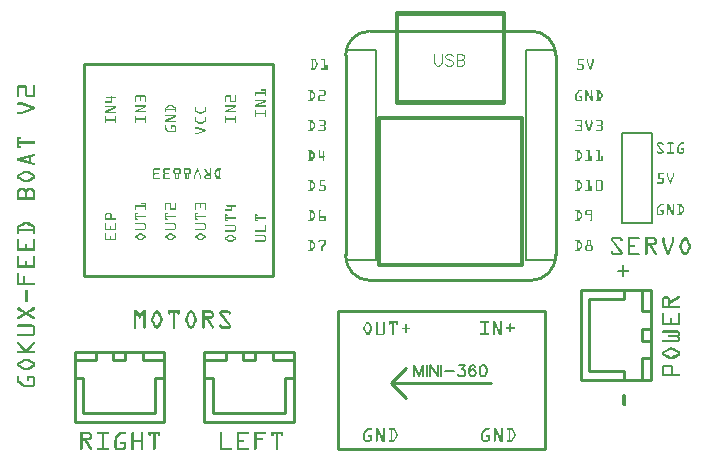
<source format=gto>
G04 Layer: TopSilkscreenLayer*
G04 EasyEDA v6.5.47, 2024-09-12 19:46:18*
G04 ae21a48fe1bb43629e3a85d37cf1f8ca,0207d7639cbd4ff9ba197a67aa53e6ca,10*
G04 Gerber Generator version 0.2*
G04 Scale: 100 percent, Rotated: No, Reflected: No *
G04 Dimensions in millimeters *
G04 leading zeros omitted , absolute positions ,4 integer and 5 decimal *
%FSLAX45Y45*%
%MOMM*%

%ADD10C,0.1219*%
%ADD11C,0.2032*%
%ADD12C,0.2030*%
%ADD13C,0.2540*%
%ADD14C,0.3048*%
%ADD15C,0.1270*%
%ADD16C,0.0126*%

%LPD*%
G36*
X1287068Y-2588158D02*
G01*
X1287068Y-2733954D01*
X1287272Y-2735935D01*
X1287830Y-2737764D01*
X1288796Y-2739491D01*
X1291640Y-2742387D01*
X1293317Y-2743352D01*
X1295196Y-2743911D01*
X1297228Y-2744114D01*
X1299210Y-2743911D01*
X1301038Y-2743352D01*
X1302766Y-2742387D01*
X1304391Y-2741066D01*
X1305712Y-2739491D01*
X1306677Y-2737764D01*
X1307236Y-2735935D01*
X1307388Y-2733954D01*
X1307388Y-2616352D01*
X1326743Y-2644038D01*
X1326896Y-2651201D01*
X1327454Y-2653030D01*
X1328420Y-2654757D01*
X1331366Y-2657551D01*
X1333093Y-2658516D01*
X1334922Y-2659075D01*
X1336852Y-2659278D01*
X1338834Y-2659075D01*
X1340662Y-2658516D01*
X1342390Y-2657551D01*
X1344015Y-2656230D01*
X1345336Y-2654757D01*
X1346301Y-2653030D01*
X1346860Y-2651201D01*
X1347012Y-2644038D01*
X1366570Y-2615844D01*
X1366570Y-2733954D01*
X1366774Y-2735935D01*
X1367282Y-2737764D01*
X1368145Y-2739491D01*
X1369415Y-2741066D01*
X1370990Y-2742387D01*
X1372717Y-2743352D01*
X1374546Y-2743911D01*
X1376527Y-2744114D01*
X1378559Y-2743911D01*
X1380439Y-2743352D01*
X1382115Y-2742387D01*
X1384960Y-2739491D01*
X1385874Y-2737764D01*
X1386484Y-2735935D01*
X1386636Y-2733954D01*
X1386636Y-2588158D01*
X1361236Y-2588158D01*
X1336852Y-2623210D01*
X1312265Y-2588158D01*
G37*
G36*
X1481378Y-2588158D02*
G01*
X1477670Y-2588412D01*
X1474114Y-2589174D01*
X1470710Y-2590444D01*
X1467459Y-2592222D01*
X1464462Y-2594406D01*
X1461922Y-2596845D01*
X1459788Y-2599588D01*
X1458010Y-2602636D01*
X1436420Y-2645562D01*
X1434338Y-2650540D01*
X1432814Y-2655671D01*
X1431899Y-2660853D01*
X1431594Y-2666136D01*
X1451965Y-2666136D01*
X1452118Y-2663139D01*
X1452575Y-2660142D01*
X1454454Y-2654452D01*
X1476044Y-2612034D01*
X1477060Y-2610358D01*
X1478280Y-2609189D01*
X1479753Y-2608478D01*
X1481378Y-2608224D01*
X1483156Y-2608478D01*
X1484630Y-2609189D01*
X1485849Y-2610358D01*
X1508302Y-2654452D01*
X1509572Y-2657297D01*
X1510436Y-2660142D01*
X1510944Y-2663139D01*
X1511096Y-2666136D01*
X1510944Y-2668676D01*
X1510436Y-2671470D01*
X1509572Y-2674518D01*
X1508302Y-2677820D01*
X1487017Y-2720746D01*
X1486001Y-2722168D01*
X1484680Y-2723235D01*
X1483156Y-2723845D01*
X1481378Y-2724048D01*
X1479753Y-2723845D01*
X1478280Y-2723134D01*
X1477060Y-2722067D01*
X1476044Y-2720492D01*
X1454454Y-2677820D01*
X1453388Y-2674975D01*
X1452575Y-2672080D01*
X1452118Y-2669133D01*
X1451965Y-2666136D01*
X1431594Y-2666136D01*
X1431899Y-2671724D01*
X1432814Y-2677007D01*
X1434338Y-2681986D01*
X1436420Y-2686710D01*
X1458010Y-2729636D01*
X1459788Y-2732684D01*
X1461922Y-2735427D01*
X1464462Y-2737866D01*
X1467459Y-2740050D01*
X1470710Y-2741828D01*
X1474114Y-2743098D01*
X1477670Y-2743860D01*
X1481378Y-2744114D01*
X1485138Y-2743860D01*
X1488694Y-2743098D01*
X1492097Y-2741828D01*
X1495399Y-2740050D01*
X1498346Y-2737866D01*
X1500936Y-2735427D01*
X1503172Y-2732684D01*
X1505051Y-2729636D01*
X1526336Y-2686710D01*
X1528572Y-2681528D01*
X1530197Y-2676347D01*
X1531112Y-2671216D01*
X1531467Y-2666136D01*
X1531112Y-2661056D01*
X1530146Y-2655925D01*
X1528572Y-2650744D01*
X1526336Y-2645562D01*
X1505051Y-2602636D01*
X1503172Y-2599588D01*
X1500987Y-2596845D01*
X1498346Y-2594406D01*
X1495399Y-2592222D01*
X1492097Y-2590444D01*
X1488694Y-2589174D01*
X1485138Y-2588412D01*
G37*
G36*
X1576425Y-2588158D02*
G01*
X1576425Y-2615082D01*
X1576578Y-2617165D01*
X1577086Y-2619095D01*
X1577949Y-2620822D01*
X1579168Y-2622448D01*
X1580794Y-2623667D01*
X1582470Y-2624531D01*
X1584350Y-2625039D01*
X1586280Y-2625242D01*
X1588363Y-2625039D01*
X1590243Y-2624531D01*
X1591919Y-2623667D01*
X1593443Y-2622448D01*
X1594764Y-2620822D01*
X1595729Y-2619095D01*
X1596288Y-2617165D01*
X1596491Y-2615082D01*
X1596491Y-2608224D01*
X1616049Y-2608224D01*
X1616049Y-2733954D01*
X1616202Y-2735935D01*
X1616710Y-2737764D01*
X1617573Y-2739491D01*
X1618843Y-2741066D01*
X1620418Y-2742387D01*
X1622196Y-2743352D01*
X1624126Y-2743911D01*
X1626209Y-2744114D01*
X1628139Y-2743911D01*
X1629918Y-2743352D01*
X1631543Y-2742387D01*
X1633067Y-2741066D01*
X1634388Y-2739491D01*
X1635302Y-2737764D01*
X1635912Y-2735935D01*
X1636115Y-2733954D01*
X1636115Y-2608224D01*
X1655622Y-2608224D01*
X1655622Y-2615082D01*
X1655825Y-2617165D01*
X1656384Y-2619095D01*
X1657350Y-2620822D01*
X1658670Y-2622448D01*
X1660194Y-2623667D01*
X1661871Y-2624531D01*
X1663750Y-2625039D01*
X1665833Y-2625242D01*
X1667764Y-2625039D01*
X1669643Y-2624531D01*
X1671320Y-2623667D01*
X1672894Y-2622448D01*
X1674266Y-2620822D01*
X1675180Y-2619095D01*
X1675790Y-2617165D01*
X1675993Y-2615082D01*
X1675993Y-2588158D01*
G37*
G36*
X1770430Y-2588158D02*
G01*
X1766722Y-2588412D01*
X1763217Y-2589174D01*
X1759864Y-2590444D01*
X1756765Y-2592222D01*
X1753768Y-2594406D01*
X1751177Y-2596845D01*
X1748942Y-2599588D01*
X1747062Y-2602636D01*
X1725777Y-2645562D01*
X1723643Y-2650540D01*
X1722120Y-2655671D01*
X1721205Y-2660853D01*
X1720951Y-2666136D01*
X1741220Y-2666136D01*
X1741881Y-2660142D01*
X1743760Y-2654452D01*
X1766366Y-2610358D01*
X1767535Y-2609189D01*
X1768906Y-2608478D01*
X1770430Y-2608224D01*
X1772259Y-2608478D01*
X1773783Y-2609189D01*
X1775053Y-2610358D01*
X1797659Y-2654452D01*
X1798878Y-2657297D01*
X1799742Y-2660142D01*
X1800250Y-2663139D01*
X1800402Y-2666136D01*
X1800250Y-2668676D01*
X1799742Y-2671470D01*
X1798878Y-2674518D01*
X1797659Y-2677820D01*
X1776018Y-2720746D01*
X1775104Y-2722168D01*
X1773885Y-2723235D01*
X1772310Y-2723845D01*
X1770430Y-2724048D01*
X1768805Y-2723845D01*
X1767433Y-2723134D01*
X1766265Y-2722067D01*
X1743760Y-2677820D01*
X1742693Y-2674975D01*
X1741881Y-2672080D01*
X1741424Y-2669133D01*
X1741220Y-2666136D01*
X1720951Y-2666136D01*
X1721205Y-2671724D01*
X1722120Y-2677007D01*
X1723643Y-2681986D01*
X1725777Y-2686710D01*
X1747062Y-2729636D01*
X1748942Y-2732684D01*
X1751126Y-2735427D01*
X1753768Y-2737866D01*
X1756765Y-2740050D01*
X1759864Y-2741828D01*
X1763217Y-2743098D01*
X1766722Y-2743860D01*
X1770430Y-2744114D01*
X1774291Y-2743860D01*
X1777949Y-2743098D01*
X1781403Y-2741828D01*
X1784654Y-2740050D01*
X1787652Y-2737866D01*
X1790192Y-2735427D01*
X1792325Y-2732684D01*
X1794052Y-2729636D01*
X1815388Y-2686710D01*
X1817624Y-2681528D01*
X1819249Y-2676347D01*
X1820164Y-2671216D01*
X1820468Y-2666136D01*
X1820164Y-2661056D01*
X1819198Y-2655925D01*
X1817624Y-2650744D01*
X1815388Y-2645562D01*
X1794052Y-2602636D01*
X1792325Y-2599588D01*
X1790192Y-2596845D01*
X1787652Y-2594406D01*
X1784654Y-2592222D01*
X1781403Y-2590444D01*
X1777949Y-2589174D01*
X1774291Y-2588412D01*
G37*
G36*
X1865477Y-2588158D02*
G01*
X1865477Y-2608224D01*
X1934768Y-2608224D01*
X1936750Y-2608427D01*
X1938578Y-2608986D01*
X1940306Y-2609951D01*
X1941931Y-2611272D01*
X1943252Y-2612847D01*
X1944217Y-2614625D01*
X1944776Y-2616555D01*
X1944979Y-2618638D01*
X1944979Y-2629052D01*
X1944776Y-2630932D01*
X1944217Y-2632710D01*
X1943252Y-2634488D01*
X1941931Y-2636164D01*
X1940306Y-2637485D01*
X1938629Y-2638450D01*
X1936750Y-2639009D01*
X1934768Y-2639212D01*
X1885746Y-2639212D01*
X1885746Y-2608224D01*
X1865477Y-2608224D01*
X1865477Y-2733954D01*
X1865630Y-2735935D01*
X1866188Y-2737764D01*
X1867154Y-2739491D01*
X1869998Y-2742387D01*
X1871675Y-2743352D01*
X1873554Y-2743911D01*
X1875586Y-2744114D01*
X1877568Y-2743911D01*
X1879447Y-2743352D01*
X1881124Y-2742387D01*
X1882749Y-2741066D01*
X1884070Y-2739491D01*
X1884984Y-2737764D01*
X1885594Y-2735935D01*
X1885746Y-2733954D01*
X1885746Y-2659278D01*
X1899462Y-2659278D01*
X1946198Y-2739034D01*
X1947824Y-2741269D01*
X1949754Y-2742844D01*
X1952142Y-2743809D01*
X1954834Y-2744114D01*
X1956917Y-2743911D01*
X1958848Y-2743352D01*
X1960625Y-2742387D01*
X1962200Y-2741066D01*
X1963470Y-2739491D01*
X1964334Y-2737764D01*
X1964842Y-2735935D01*
X1965045Y-2733954D01*
X1964689Y-2731516D01*
X1963775Y-2728874D01*
X1923135Y-2659278D01*
X1934768Y-2659278D01*
X1940712Y-2658719D01*
X1946198Y-2657043D01*
X1951380Y-2654249D01*
X1956104Y-2650388D01*
X1960016Y-2645613D01*
X1962810Y-2640482D01*
X1964486Y-2634945D01*
X1965045Y-2629052D01*
X1965045Y-2618638D01*
X1964486Y-2612593D01*
X1962810Y-2607005D01*
X1960016Y-2601823D01*
X1956104Y-2597048D01*
X1951482Y-2593136D01*
X1946351Y-2590393D01*
X1940814Y-2588717D01*
X1934768Y-2588158D01*
G37*
G36*
X2032863Y-2588158D02*
G01*
X2028291Y-2588564D01*
X2024125Y-2589784D01*
X2020316Y-2591866D01*
X2016861Y-2594762D01*
X2013966Y-2598216D01*
X2011883Y-2601925D01*
X2010664Y-2605938D01*
X2010257Y-2611018D01*
X2010511Y-2614726D01*
X2011375Y-2618333D01*
X2012797Y-2621737D01*
X2014829Y-2624988D01*
X2089454Y-2721254D01*
X2089302Y-2722473D01*
X2088845Y-2723337D01*
X2088032Y-2723845D01*
X2086914Y-2724048D01*
X2037181Y-2724048D01*
X2034539Y-2723540D01*
X2032304Y-2722016D01*
X2030780Y-2719781D01*
X2030425Y-2718511D01*
X2030120Y-2715107D01*
X2029561Y-2713177D01*
X2028596Y-2711399D01*
X2027275Y-2709824D01*
X2025751Y-2708605D01*
X2024075Y-2707741D01*
X2022195Y-2707182D01*
X2020163Y-2707030D01*
X2018080Y-2707182D01*
X2016201Y-2707741D01*
X2014524Y-2708605D01*
X2013000Y-2709824D01*
X2011781Y-2711399D01*
X2010918Y-2713177D01*
X2010410Y-2715107D01*
X2010257Y-2717190D01*
X2010714Y-2722473D01*
X2012188Y-2727401D01*
X2014677Y-2731973D01*
X2018131Y-2736240D01*
X2022348Y-2739694D01*
X2026920Y-2742133D01*
X2031847Y-2743606D01*
X2037181Y-2744114D01*
X2086914Y-2744114D01*
X2091486Y-2743708D01*
X2095652Y-2742438D01*
X2099462Y-2740406D01*
X2102916Y-2737510D01*
X2105761Y-2733903D01*
X2107844Y-2729992D01*
X2109165Y-2725775D01*
X2109825Y-2721254D01*
X2109470Y-2717444D01*
X2108555Y-2713837D01*
X2106930Y-2710434D01*
X2104745Y-2707284D01*
X2030323Y-2611780D01*
X2030475Y-2609342D01*
X2030933Y-2608732D01*
X2031746Y-2608326D01*
X2082647Y-2608224D01*
X2083968Y-2608376D01*
X2085238Y-2608783D01*
X2086406Y-2609494D01*
X2088337Y-2611577D01*
X2088997Y-2612644D01*
X2089657Y-2617165D01*
X2090216Y-2619095D01*
X2091182Y-2620822D01*
X2092502Y-2622448D01*
X2094026Y-2623667D01*
X2095703Y-2624531D01*
X2097582Y-2625039D01*
X2099614Y-2625242D01*
X2101596Y-2625039D01*
X2103475Y-2624531D01*
X2105152Y-2623667D01*
X2106777Y-2622448D01*
X2108098Y-2620822D01*
X2109063Y-2619095D01*
X2109622Y-2617165D01*
X2109825Y-2615082D01*
X2109266Y-2609799D01*
X2107793Y-2604871D01*
X2105202Y-2600248D01*
X2101697Y-2596032D01*
X2097430Y-2592578D01*
X2092858Y-2590139D01*
X2087930Y-2588666D01*
X2082647Y-2588158D01*
G37*
G36*
X316484Y-683056D02*
G01*
X312521Y-683412D01*
X308864Y-684580D01*
X305409Y-686460D01*
X302260Y-689152D01*
X299720Y-692302D01*
X297891Y-695756D01*
X296773Y-699414D01*
X296418Y-703376D01*
X296418Y-772718D01*
X296621Y-774700D01*
X297180Y-776528D01*
X298145Y-778256D01*
X299466Y-779830D01*
X300939Y-781050D01*
X302564Y-781913D01*
X304342Y-782421D01*
X306324Y-782624D01*
X308406Y-782421D01*
X310235Y-781913D01*
X311962Y-781050D01*
X313436Y-779830D01*
X314756Y-778256D01*
X315722Y-776528D01*
X316280Y-774700D01*
X316484Y-772718D01*
X316484Y-703376D01*
X364236Y-703376D01*
X364236Y-762558D01*
X364591Y-766470D01*
X365760Y-770178D01*
X367639Y-773582D01*
X370332Y-776782D01*
X373380Y-779322D01*
X376732Y-781151D01*
X380390Y-782269D01*
X384302Y-782624D01*
X452374Y-782624D01*
X452374Y-693216D01*
X452170Y-691235D01*
X451612Y-689406D01*
X450646Y-687679D01*
X449326Y-686104D01*
X447751Y-684784D01*
X446024Y-683818D01*
X444195Y-683260D01*
X442214Y-683056D01*
X440232Y-683260D01*
X438404Y-683818D01*
X436676Y-684784D01*
X435101Y-686104D01*
X433781Y-687679D01*
X432816Y-689406D01*
X432257Y-691235D01*
X432054Y-693216D01*
X432054Y-762558D01*
X384302Y-762558D01*
X384302Y-703376D01*
X383946Y-699312D01*
X382828Y-695604D01*
X381000Y-692200D01*
X378460Y-689152D01*
X375259Y-686460D01*
X371856Y-684580D01*
X368147Y-683412D01*
X364236Y-683056D01*
G37*
G36*
X306324Y-827582D02*
G01*
X304342Y-827786D01*
X302564Y-828344D01*
X300939Y-829310D01*
X299466Y-830630D01*
X298145Y-832205D01*
X297180Y-833983D01*
X296621Y-835914D01*
X296418Y-837996D01*
X296621Y-839978D01*
X297180Y-841806D01*
X298145Y-843534D01*
X299466Y-845108D01*
X300939Y-846328D01*
X302564Y-847191D01*
X304342Y-847699D01*
X306324Y-847902D01*
X338582Y-847902D01*
X414274Y-877366D01*
X338582Y-907084D01*
X306324Y-907084D01*
X304342Y-907287D01*
X302564Y-907846D01*
X300939Y-908812D01*
X299466Y-910132D01*
X298145Y-911707D01*
X297180Y-913434D01*
X296621Y-915263D01*
X296418Y-917244D01*
X296621Y-919276D01*
X297180Y-921156D01*
X298145Y-922832D01*
X300939Y-925677D01*
X302564Y-926642D01*
X304342Y-927201D01*
X306324Y-927404D01*
X342646Y-927404D01*
X446024Y-887018D01*
X448818Y-885444D01*
X450799Y-883310D01*
X451967Y-880618D01*
X452374Y-877366D01*
X451967Y-874268D01*
X450799Y-871728D01*
X448818Y-869594D01*
X446024Y-867968D01*
X342392Y-827582D01*
G37*
G36*
X296418Y-1116888D02*
G01*
X296418Y-1216456D01*
X323342Y-1216456D01*
X325424Y-1216253D01*
X327253Y-1215745D01*
X328980Y-1214882D01*
X330454Y-1213662D01*
X331774Y-1212088D01*
X332740Y-1210360D01*
X333298Y-1208532D01*
X333502Y-1206550D01*
X333298Y-1204468D01*
X332740Y-1202537D01*
X331774Y-1200759D01*
X330454Y-1199184D01*
X328980Y-1197965D01*
X327253Y-1197102D01*
X325424Y-1196543D01*
X316484Y-1196390D01*
X316484Y-1176832D01*
X442214Y-1176832D01*
X444195Y-1176629D01*
X446024Y-1176070D01*
X447751Y-1175105D01*
X449326Y-1173784D01*
X450646Y-1172260D01*
X451612Y-1170584D01*
X452170Y-1168704D01*
X452374Y-1166672D01*
X452170Y-1164691D01*
X451612Y-1162913D01*
X450646Y-1161288D01*
X449326Y-1159814D01*
X447751Y-1158494D01*
X446024Y-1157528D01*
X444195Y-1156970D01*
X442214Y-1156766D01*
X316484Y-1156766D01*
X316484Y-1137208D01*
X323342Y-1137208D01*
X325424Y-1137005D01*
X327253Y-1136446D01*
X328980Y-1135481D01*
X331774Y-1132636D01*
X332740Y-1130960D01*
X333298Y-1129080D01*
X333502Y-1127048D01*
X333298Y-1125067D01*
X332740Y-1123238D01*
X331774Y-1121511D01*
X330454Y-1119936D01*
X328980Y-1118616D01*
X327253Y-1117650D01*
X325424Y-1117092D01*
X323342Y-1116888D01*
G37*
G36*
X442214Y-1261414D02*
G01*
X301955Y-1302308D01*
X300583Y-1303070D01*
X299415Y-1304086D01*
X297535Y-1306779D01*
X296519Y-1309827D01*
X296418Y-1311452D01*
X342646Y-1311452D01*
X398272Y-1295196D01*
X398272Y-1327708D01*
X342646Y-1311452D01*
X296418Y-1311452D01*
X296519Y-1313180D01*
X297535Y-1316228D01*
X299415Y-1318717D01*
X301955Y-1320495D01*
X303530Y-1321104D01*
X442214Y-1361744D01*
X444195Y-1361541D01*
X446024Y-1360982D01*
X447751Y-1360017D01*
X449326Y-1358696D01*
X450646Y-1356969D01*
X451612Y-1355191D01*
X452170Y-1353312D01*
X452374Y-1351330D01*
X451866Y-1348028D01*
X450342Y-1345234D01*
X449275Y-1343914D01*
X446735Y-1342034D01*
X445262Y-1341424D01*
X418338Y-1333804D01*
X418338Y-1289100D01*
X445262Y-1281226D01*
X448056Y-1279804D01*
X450342Y-1277670D01*
X451866Y-1274876D01*
X452374Y-1271574D01*
X452170Y-1269593D01*
X451612Y-1267764D01*
X450646Y-1266037D01*
X449326Y-1264462D01*
X447751Y-1263142D01*
X446024Y-1262176D01*
X444195Y-1261618D01*
G37*
G36*
X374396Y-1406194D02*
G01*
X369316Y-1406499D01*
X364185Y-1407414D01*
X359003Y-1408887D01*
X353822Y-1411020D01*
X310642Y-1432610D01*
X307695Y-1434338D01*
X305054Y-1436471D01*
X302615Y-1439011D01*
X300482Y-1442008D01*
X298704Y-1445260D01*
X297434Y-1448663D01*
X296672Y-1452219D01*
X296418Y-1455978D01*
X316484Y-1455978D01*
X316687Y-1454200D01*
X317347Y-1452727D01*
X318465Y-1451559D01*
X362712Y-1429054D01*
X365556Y-1427835D01*
X368401Y-1426972D01*
X371398Y-1426413D01*
X374396Y-1426260D01*
X376936Y-1426413D01*
X382625Y-1427835D01*
X385826Y-1429054D01*
X429006Y-1450390D01*
X430326Y-1451406D01*
X431292Y-1452676D01*
X431850Y-1454200D01*
X432054Y-1455978D01*
X431850Y-1457706D01*
X431241Y-1459230D01*
X430174Y-1460398D01*
X428751Y-1461312D01*
X385826Y-1482902D01*
X383032Y-1484020D01*
X380187Y-1484782D01*
X377291Y-1485290D01*
X374396Y-1485442D01*
X371398Y-1485290D01*
X368401Y-1484782D01*
X365556Y-1484020D01*
X362712Y-1482902D01*
X320040Y-1461312D01*
X318465Y-1460296D01*
X317347Y-1459077D01*
X316687Y-1457655D01*
X316484Y-1455978D01*
X296418Y-1455978D01*
X296672Y-1459687D01*
X297434Y-1463294D01*
X298704Y-1466697D01*
X300482Y-1469948D01*
X302615Y-1472946D01*
X305054Y-1475536D01*
X307695Y-1477772D01*
X310642Y-1479600D01*
X353822Y-1500936D01*
X358800Y-1503019D01*
X363931Y-1504543D01*
X369112Y-1505458D01*
X374396Y-1505762D01*
X379984Y-1505458D01*
X385267Y-1504543D01*
X390245Y-1503019D01*
X394970Y-1500936D01*
X437896Y-1479600D01*
X440943Y-1477772D01*
X443687Y-1475536D01*
X446125Y-1472946D01*
X448309Y-1469948D01*
X450088Y-1466697D01*
X451358Y-1463294D01*
X452120Y-1459687D01*
X452374Y-1455978D01*
X452120Y-1452219D01*
X451358Y-1448663D01*
X450088Y-1445260D01*
X448309Y-1442008D01*
X446125Y-1439011D01*
X443687Y-1436471D01*
X440943Y-1434338D01*
X437896Y-1432610D01*
X394970Y-1411020D01*
X389788Y-1408887D01*
X384606Y-1407414D01*
X379476Y-1406499D01*
G37*
G36*
X336804Y-1550720D02*
G01*
X321411Y-1553718D01*
X308356Y-1562658D01*
X299415Y-1575714D01*
X296418Y-1591106D01*
X296418Y-1629968D01*
X316484Y-1629968D01*
X316484Y-1591106D01*
X316839Y-1587144D01*
X318008Y-1583486D01*
X319887Y-1580032D01*
X322580Y-1576882D01*
X325729Y-1574190D01*
X329184Y-1572310D01*
X332841Y-1571142D01*
X336804Y-1570786D01*
X344170Y-1570786D01*
X347980Y-1571142D01*
X351586Y-1572310D01*
X354990Y-1574190D01*
X358140Y-1576882D01*
X360781Y-1580032D01*
X362712Y-1583486D01*
X363829Y-1587144D01*
X364236Y-1591106D01*
X364236Y-1629968D01*
X384302Y-1629968D01*
X384302Y-1591106D01*
X384657Y-1587144D01*
X385826Y-1583486D01*
X387705Y-1580032D01*
X390398Y-1576882D01*
X393496Y-1574190D01*
X396849Y-1572310D01*
X400608Y-1571142D01*
X404622Y-1570786D01*
X411988Y-1570786D01*
X415798Y-1571142D01*
X419404Y-1572310D01*
X422808Y-1574190D01*
X425958Y-1576882D01*
X428599Y-1580032D01*
X430530Y-1583486D01*
X431647Y-1587144D01*
X432054Y-1591106D01*
X432054Y-1629968D01*
X296418Y-1629968D01*
X296418Y-1650288D01*
X452374Y-1650288D01*
X452374Y-1591106D01*
X449376Y-1575714D01*
X440435Y-1562658D01*
X427228Y-1553718D01*
X411988Y-1550720D01*
X404622Y-1550720D01*
X388162Y-1554226D01*
X374396Y-1564690D01*
X360629Y-1554226D01*
X344170Y-1550720D01*
G37*
G36*
X374396Y-1839772D02*
G01*
X369316Y-1840077D01*
X364185Y-1841042D01*
X359003Y-1842617D01*
X353822Y-1844852D01*
X313182Y-1865172D01*
X309778Y-1867255D01*
X306628Y-1869795D01*
X303784Y-1872742D01*
X301244Y-1876094D01*
X299110Y-1879854D01*
X297637Y-1883816D01*
X296722Y-1887982D01*
X296418Y-1892350D01*
X296418Y-1899462D01*
X316484Y-1899462D01*
X316484Y-1892350D01*
X316839Y-1889404D01*
X317855Y-1886966D01*
X319633Y-1884934D01*
X322072Y-1883460D01*
X362712Y-1862886D01*
X365556Y-1861667D01*
X368401Y-1860804D01*
X371398Y-1860245D01*
X374396Y-1860092D01*
X376936Y-1860245D01*
X382625Y-1861667D01*
X385826Y-1862886D01*
X426466Y-1883460D01*
X428904Y-1884934D01*
X430631Y-1886966D01*
X431698Y-1889404D01*
X432054Y-1892350D01*
X432054Y-1899462D01*
X296418Y-1899462D01*
X296418Y-1929434D01*
X296621Y-1931466D01*
X297180Y-1933346D01*
X298145Y-1935022D01*
X300939Y-1937867D01*
X302564Y-1938832D01*
X304342Y-1939391D01*
X306324Y-1939594D01*
X308406Y-1939391D01*
X310235Y-1938832D01*
X311962Y-1937867D01*
X314756Y-1935022D01*
X315722Y-1933346D01*
X316280Y-1931466D01*
X316484Y-1929434D01*
X316484Y-1919782D01*
X432054Y-1919782D01*
X432054Y-1929434D01*
X432257Y-1931466D01*
X432816Y-1933346D01*
X433781Y-1935022D01*
X435101Y-1936546D01*
X436676Y-1937867D01*
X438404Y-1938832D01*
X440232Y-1939391D01*
X442214Y-1939594D01*
X444195Y-1939391D01*
X446024Y-1938832D01*
X447751Y-1937867D01*
X449326Y-1936546D01*
X450646Y-1935022D01*
X451612Y-1933346D01*
X452170Y-1931466D01*
X452374Y-1929434D01*
X452374Y-1892350D01*
X452069Y-1887880D01*
X451154Y-1883664D01*
X449630Y-1879600D01*
X447548Y-1875840D01*
X445109Y-1872284D01*
X442315Y-1869338D01*
X439267Y-1866950D01*
X394970Y-1844852D01*
X389788Y-1842617D01*
X384606Y-1841042D01*
X379476Y-1840077D01*
G37*
G36*
X306324Y-1984552D02*
G01*
X304342Y-1984756D01*
X302564Y-1985314D01*
X300939Y-1986280D01*
X298145Y-1989074D01*
X297180Y-1990750D01*
X296621Y-1992630D01*
X296418Y-1994712D01*
X296418Y-2084120D01*
X452374Y-2084120D01*
X452374Y-1994712D01*
X452170Y-1992630D01*
X451612Y-1990750D01*
X450646Y-1989074D01*
X449326Y-1987600D01*
X447751Y-1986280D01*
X446024Y-1985314D01*
X444195Y-1984756D01*
X442214Y-1984552D01*
X440232Y-1984756D01*
X438404Y-1985314D01*
X436676Y-1986280D01*
X435101Y-1987600D01*
X433781Y-1989074D01*
X432816Y-1990750D01*
X432257Y-1992630D01*
X432054Y-1994712D01*
X432054Y-2063800D01*
X384302Y-2063800D01*
X384302Y-2034336D01*
X384098Y-2032355D01*
X383590Y-2030526D01*
X382727Y-2028799D01*
X381508Y-2027224D01*
X379933Y-2025904D01*
X378206Y-2024938D01*
X376377Y-2024380D01*
X374396Y-2024176D01*
X372313Y-2024380D01*
X370382Y-2024938D01*
X368604Y-2025904D01*
X367030Y-2027224D01*
X365810Y-2028799D01*
X364947Y-2030526D01*
X364388Y-2032355D01*
X364236Y-2034336D01*
X364236Y-2063800D01*
X316484Y-2063800D01*
X316484Y-1994712D01*
X316280Y-1992630D01*
X315722Y-1990750D01*
X314756Y-1989074D01*
X311962Y-1986280D01*
X310235Y-1985314D01*
X308406Y-1984756D01*
G37*
G36*
X306324Y-2129078D02*
G01*
X304342Y-2129282D01*
X302564Y-2129840D01*
X300939Y-2130806D01*
X299466Y-2132126D01*
X298145Y-2133701D01*
X297180Y-2135428D01*
X296621Y-2137257D01*
X296418Y-2139238D01*
X296418Y-2228646D01*
X452374Y-2228646D01*
X452374Y-2139238D01*
X452170Y-2137257D01*
X451612Y-2135428D01*
X450646Y-2133701D01*
X449326Y-2132126D01*
X447751Y-2130806D01*
X446024Y-2129840D01*
X444195Y-2129282D01*
X442214Y-2129078D01*
X440232Y-2129282D01*
X438404Y-2129840D01*
X436676Y-2130806D01*
X435101Y-2132126D01*
X433781Y-2133701D01*
X432816Y-2135428D01*
X432257Y-2137257D01*
X432054Y-2139238D01*
X432054Y-2208580D01*
X384302Y-2208580D01*
X384302Y-2178862D01*
X384098Y-2176881D01*
X383590Y-2175103D01*
X382727Y-2173478D01*
X381508Y-2172004D01*
X379933Y-2170684D01*
X378206Y-2169718D01*
X376377Y-2169160D01*
X374396Y-2168956D01*
X372313Y-2169160D01*
X370382Y-2169718D01*
X368604Y-2170684D01*
X367030Y-2172004D01*
X365810Y-2173478D01*
X364947Y-2175103D01*
X364388Y-2176881D01*
X364236Y-2178862D01*
X364236Y-2208580D01*
X316484Y-2208580D01*
X316484Y-2139238D01*
X316280Y-2137257D01*
X315722Y-2135428D01*
X314756Y-2133701D01*
X313436Y-2132126D01*
X311962Y-2130806D01*
X310235Y-2129840D01*
X308406Y-2129282D01*
G37*
G36*
X306324Y-2273604D02*
G01*
X304342Y-2273808D01*
X302564Y-2274366D01*
X300939Y-2275332D01*
X299466Y-2276652D01*
X298145Y-2278227D01*
X297180Y-2279954D01*
X296621Y-2281783D01*
X296418Y-2283764D01*
X296418Y-2373172D01*
X442214Y-2373172D01*
X444195Y-2372969D01*
X446024Y-2372461D01*
X447751Y-2371598D01*
X449326Y-2370378D01*
X450646Y-2368854D01*
X451612Y-2367178D01*
X452170Y-2365298D01*
X452374Y-2363266D01*
X452170Y-2361285D01*
X451612Y-2359456D01*
X450646Y-2357729D01*
X449326Y-2356154D01*
X447751Y-2354834D01*
X446024Y-2353868D01*
X444195Y-2353310D01*
X442214Y-2353106D01*
X367538Y-2353106D01*
X367538Y-2303576D01*
X367334Y-2301595D01*
X366776Y-2299766D01*
X365810Y-2298039D01*
X364490Y-2296464D01*
X362915Y-2295245D01*
X361188Y-2294382D01*
X359359Y-2293823D01*
X357378Y-2293670D01*
X355295Y-2293823D01*
X353415Y-2294382D01*
X351739Y-2295245D01*
X350266Y-2296464D01*
X349046Y-2298039D01*
X348183Y-2299766D01*
X347624Y-2301595D01*
X347472Y-2303576D01*
X347472Y-2353106D01*
X316484Y-2353106D01*
X316484Y-2283764D01*
X316280Y-2281783D01*
X315722Y-2279954D01*
X314756Y-2278227D01*
X313436Y-2276652D01*
X311962Y-2275332D01*
X310235Y-2274366D01*
X308406Y-2273808D01*
G37*
G36*
X374396Y-2418384D02*
G01*
X372313Y-2418537D01*
X370382Y-2419096D01*
X368604Y-2419959D01*
X367030Y-2421178D01*
X365810Y-2422753D01*
X364947Y-2424531D01*
X364388Y-2426462D01*
X364236Y-2428544D01*
X364236Y-2507792D01*
X364388Y-2509824D01*
X364947Y-2511704D01*
X365810Y-2513380D01*
X367030Y-2514904D01*
X368604Y-2516225D01*
X370382Y-2517190D01*
X372313Y-2517749D01*
X374396Y-2517952D01*
X382778Y-2517952D01*
X384759Y-2517749D01*
X386588Y-2517190D01*
X388315Y-2516225D01*
X389890Y-2514904D01*
X391210Y-2513380D01*
X392176Y-2511704D01*
X392734Y-2509824D01*
X392938Y-2507792D01*
X392938Y-2428544D01*
X392734Y-2426462D01*
X392176Y-2424531D01*
X391210Y-2422753D01*
X389890Y-2421178D01*
X388315Y-2419959D01*
X386588Y-2419096D01*
X384759Y-2418537D01*
G37*
G36*
X306324Y-2562910D02*
G01*
X304342Y-2563114D01*
X302564Y-2563672D01*
X300939Y-2564638D01*
X299466Y-2565958D01*
X298145Y-2567533D01*
X297180Y-2569260D01*
X296621Y-2571089D01*
X296418Y-2573070D01*
X296722Y-2575814D01*
X297637Y-2578201D01*
X299110Y-2580233D01*
X301244Y-2581960D01*
X354076Y-2612694D01*
X301244Y-2643682D01*
X299110Y-2645359D01*
X297637Y-2647442D01*
X296722Y-2649829D01*
X296418Y-2652572D01*
X296621Y-2654554D01*
X297180Y-2656382D01*
X298145Y-2658110D01*
X299466Y-2659684D01*
X300939Y-2660904D01*
X302564Y-2661767D01*
X304342Y-2662275D01*
X306324Y-2662478D01*
X309067Y-2662174D01*
X311658Y-2661208D01*
X374396Y-2624378D01*
X437134Y-2661208D01*
X439674Y-2662174D01*
X442214Y-2662478D01*
X444195Y-2662275D01*
X446024Y-2661767D01*
X447751Y-2660904D01*
X449326Y-2659684D01*
X450646Y-2658110D01*
X451612Y-2656382D01*
X452170Y-2654554D01*
X452374Y-2652572D01*
X452069Y-2649829D01*
X451104Y-2647442D01*
X449529Y-2645359D01*
X447293Y-2643682D01*
X394462Y-2612694D01*
X447293Y-2581960D01*
X449529Y-2580233D01*
X451104Y-2578201D01*
X452069Y-2575814D01*
X452374Y-2573070D01*
X452170Y-2571089D01*
X451612Y-2569260D01*
X450646Y-2567533D01*
X449326Y-2565958D01*
X447751Y-2564638D01*
X446024Y-2563672D01*
X444195Y-2563114D01*
X441045Y-2562961D01*
X437134Y-2564180D01*
X374396Y-2601010D01*
X311658Y-2564180D01*
X308914Y-2563215D01*
G37*
G36*
X306324Y-2707436D02*
G01*
X304342Y-2707640D01*
X302564Y-2708198D01*
X300939Y-2709164D01*
X299466Y-2710484D01*
X298145Y-2712059D01*
X297180Y-2713786D01*
X296621Y-2715615D01*
X296418Y-2717596D01*
X296621Y-2719628D01*
X297180Y-2721508D01*
X298145Y-2723184D01*
X300939Y-2726029D01*
X302564Y-2726994D01*
X304342Y-2727553D01*
X306324Y-2727756D01*
X422148Y-2727756D01*
X424129Y-2727960D01*
X425958Y-2728518D01*
X427685Y-2729484D01*
X429259Y-2730804D01*
X430479Y-2732379D01*
X431342Y-2734106D01*
X431850Y-2735935D01*
X432054Y-2737916D01*
X432054Y-2776778D01*
X431850Y-2778760D01*
X431342Y-2780588D01*
X430479Y-2782316D01*
X429259Y-2783890D01*
X427786Y-2785211D01*
X426059Y-2786176D01*
X424230Y-2786735D01*
X422148Y-2786938D01*
X306324Y-2786938D01*
X304342Y-2787142D01*
X302564Y-2787700D01*
X300939Y-2788666D01*
X298145Y-2791460D01*
X297180Y-2793136D01*
X296621Y-2795016D01*
X296418Y-2797098D01*
X296621Y-2799080D01*
X297180Y-2800908D01*
X298145Y-2802636D01*
X299466Y-2804210D01*
X300939Y-2805430D01*
X302564Y-2806293D01*
X304342Y-2806801D01*
X306324Y-2807004D01*
X422148Y-2807004D01*
X428142Y-2806446D01*
X433679Y-2804769D01*
X438810Y-2801975D01*
X443484Y-2798114D01*
X447344Y-2793441D01*
X450138Y-2788310D01*
X451815Y-2782773D01*
X452374Y-2776778D01*
X452374Y-2737916D01*
X451815Y-2731922D01*
X450138Y-2726334D01*
X447344Y-2721254D01*
X443484Y-2716580D01*
X438810Y-2712567D01*
X433679Y-2709722D01*
X428142Y-2707995D01*
X422148Y-2707436D01*
G37*
G36*
X306324Y-2851962D02*
G01*
X304342Y-2852166D01*
X302564Y-2852724D01*
X300939Y-2853690D01*
X299466Y-2855010D01*
X298145Y-2856585D01*
X297180Y-2858363D01*
X296621Y-2860294D01*
X296418Y-2862376D01*
X296570Y-2864104D01*
X296976Y-2865780D01*
X297688Y-2867406D01*
X298704Y-2868980D01*
X352298Y-2931464D01*
X306324Y-2931464D01*
X304342Y-2931668D01*
X302564Y-2932226D01*
X300939Y-2933192D01*
X299466Y-2934512D01*
X298145Y-2936087D01*
X297180Y-2937814D01*
X296621Y-2939643D01*
X296418Y-2941624D01*
X296621Y-2943656D01*
X297180Y-2945536D01*
X298145Y-2947212D01*
X300939Y-2950057D01*
X302564Y-2951022D01*
X304342Y-2951581D01*
X306324Y-2951784D01*
X442214Y-2951784D01*
X444195Y-2951581D01*
X446024Y-2951022D01*
X447751Y-2950057D01*
X449326Y-2948736D01*
X450646Y-2947212D01*
X451612Y-2945536D01*
X452170Y-2943656D01*
X452374Y-2941624D01*
X452170Y-2939643D01*
X451612Y-2937814D01*
X450646Y-2936087D01*
X449326Y-2934512D01*
X447751Y-2933192D01*
X446024Y-2932226D01*
X444195Y-2931668D01*
X442214Y-2931464D01*
X396240Y-2931464D01*
X449834Y-2868980D01*
X450951Y-2867406D01*
X451713Y-2865780D01*
X452221Y-2864104D01*
X452374Y-2862376D01*
X452170Y-2860294D01*
X451612Y-2858363D01*
X450646Y-2856585D01*
X449326Y-2855010D01*
X447751Y-2853690D01*
X446024Y-2852724D01*
X444195Y-2852166D01*
X442214Y-2851962D01*
X440029Y-2852166D01*
X437997Y-2852928D01*
X436219Y-2854096D01*
X434593Y-2855772D01*
X374396Y-2926130D01*
X314198Y-2855772D01*
X312572Y-2854096D01*
X310692Y-2852928D01*
X308610Y-2852166D01*
G37*
G36*
X374396Y-2996742D02*
G01*
X369316Y-2997047D01*
X364185Y-2997962D01*
X359003Y-2999435D01*
X353822Y-3001568D01*
X310642Y-3023158D01*
X307695Y-3024886D01*
X305054Y-3027019D01*
X302615Y-3029559D01*
X300482Y-3032556D01*
X298704Y-3035808D01*
X297434Y-3039262D01*
X296672Y-3042920D01*
X296418Y-3046780D01*
X316484Y-3046780D01*
X316687Y-3045002D01*
X317347Y-3043478D01*
X318465Y-3042208D01*
X320040Y-3041192D01*
X362712Y-3019602D01*
X365556Y-3018383D01*
X368401Y-3017520D01*
X371398Y-3016961D01*
X374396Y-3016808D01*
X376936Y-3016961D01*
X382625Y-3018383D01*
X385826Y-3019602D01*
X429006Y-3041192D01*
X430326Y-3042107D01*
X431292Y-3043326D01*
X431850Y-3044901D01*
X432054Y-3046780D01*
X431850Y-3048406D01*
X431241Y-3049828D01*
X430174Y-3050946D01*
X428751Y-3051860D01*
X385826Y-3073450D01*
X383032Y-3074568D01*
X380187Y-3075330D01*
X377291Y-3075838D01*
X374396Y-3075990D01*
X371398Y-3075838D01*
X368401Y-3075330D01*
X365556Y-3074568D01*
X362712Y-3073450D01*
X320040Y-3051860D01*
X318465Y-3050844D01*
X317347Y-3049676D01*
X316687Y-3048304D01*
X316484Y-3046780D01*
X296418Y-3046780D01*
X296672Y-3050489D01*
X297434Y-3053994D01*
X298704Y-3057347D01*
X300482Y-3060496D01*
X302615Y-3063494D01*
X305054Y-3066084D01*
X307695Y-3068320D01*
X310642Y-3070148D01*
X353822Y-3091484D01*
X358800Y-3093567D01*
X363931Y-3095091D01*
X369112Y-3096006D01*
X374396Y-3096310D01*
X379984Y-3096006D01*
X385267Y-3095091D01*
X390245Y-3093567D01*
X394970Y-3091484D01*
X437896Y-3070148D01*
X440943Y-3068320D01*
X443687Y-3066084D01*
X446125Y-3063494D01*
X448309Y-3060496D01*
X450088Y-3057347D01*
X451358Y-3053994D01*
X452120Y-3050489D01*
X452374Y-3046780D01*
X452120Y-3042920D01*
X451358Y-3039262D01*
X450088Y-3035808D01*
X448309Y-3032556D01*
X446125Y-3029559D01*
X443687Y-3027019D01*
X440943Y-3024886D01*
X437896Y-3023158D01*
X394970Y-3001568D01*
X389788Y-2999435D01*
X384606Y-2997962D01*
X379476Y-2997047D01*
G37*
G36*
X306324Y-3141268D02*
G01*
X304342Y-3141472D01*
X302564Y-3142030D01*
X300939Y-3142996D01*
X299466Y-3144316D01*
X298145Y-3145891D01*
X297180Y-3147618D01*
X296621Y-3149447D01*
X296418Y-3151428D01*
X296418Y-3181400D01*
X299262Y-3194862D01*
X307848Y-3205276D01*
X343154Y-3232454D01*
X354634Y-3238754D01*
X367792Y-3240836D01*
X421893Y-3240836D01*
X427990Y-3240278D01*
X433628Y-3238652D01*
X438810Y-3235960D01*
X443484Y-3232200D01*
X447344Y-3227527D01*
X450138Y-3222345D01*
X451815Y-3216706D01*
X452374Y-3210610D01*
X452374Y-3171748D01*
X451815Y-3165754D01*
X450088Y-3160166D01*
X447243Y-3155086D01*
X443230Y-3150412D01*
X438556Y-3146399D01*
X433425Y-3143554D01*
X427888Y-3141827D01*
X421893Y-3141268D01*
X381254Y-3141268D01*
X381254Y-3181400D01*
X381406Y-3183382D01*
X381965Y-3185210D01*
X382828Y-3186938D01*
X384048Y-3188512D01*
X385622Y-3189732D01*
X387400Y-3190595D01*
X389331Y-3191103D01*
X391414Y-3191306D01*
X393395Y-3191103D01*
X395224Y-3190595D01*
X396951Y-3189732D01*
X398526Y-3188512D01*
X399745Y-3186938D01*
X400608Y-3185210D01*
X401116Y-3183382D01*
X401320Y-3181400D01*
X401320Y-3161588D01*
X421893Y-3161588D01*
X423976Y-3161792D01*
X425907Y-3162350D01*
X427634Y-3163316D01*
X429259Y-3164636D01*
X430479Y-3166211D01*
X431342Y-3167938D01*
X431850Y-3169767D01*
X432054Y-3171748D01*
X432054Y-3210610D01*
X431850Y-3212592D01*
X431342Y-3214420D01*
X430479Y-3216148D01*
X429259Y-3217722D01*
X427634Y-3219043D01*
X425907Y-3220008D01*
X423976Y-3220567D01*
X421893Y-3220770D01*
X367792Y-3220770D01*
X364439Y-3220466D01*
X361238Y-3219704D01*
X358190Y-3218332D01*
X355346Y-3216452D01*
X320548Y-3189274D01*
X318770Y-3187649D01*
X317500Y-3185769D01*
X316738Y-3183686D01*
X316484Y-3181400D01*
X316484Y-3151428D01*
X316280Y-3149447D01*
X315722Y-3147618D01*
X314756Y-3145891D01*
X313436Y-3144316D01*
X311962Y-3142996D01*
X310235Y-3142030D01*
X308406Y-3141472D01*
G37*
G36*
X5429554Y-2206955D02*
G01*
X5427573Y-2207158D01*
X5425744Y-2207717D01*
X5424017Y-2208682D01*
X5422442Y-2210003D01*
X5421071Y-2211578D01*
X5420156Y-2213305D01*
X5419547Y-2215134D01*
X5419394Y-2217115D01*
X5419394Y-2247087D01*
X5389168Y-2247087D01*
X5387086Y-2247290D01*
X5385206Y-2247849D01*
X5383530Y-2248814D01*
X5380685Y-2251710D01*
X5379770Y-2253488D01*
X5379161Y-2255418D01*
X5379008Y-2257501D01*
X5379161Y-2259584D01*
X5379770Y-2261514D01*
X5380685Y-2263241D01*
X5382056Y-2264867D01*
X5383530Y-2266086D01*
X5385206Y-2266950D01*
X5387086Y-2267458D01*
X5389168Y-2267661D01*
X5419394Y-2267661D01*
X5419394Y-2297887D01*
X5419547Y-2299868D01*
X5420156Y-2301697D01*
X5421071Y-2303424D01*
X5422442Y-2304999D01*
X5424017Y-2306320D01*
X5425744Y-2307285D01*
X5427573Y-2307844D01*
X5429554Y-2308047D01*
X5431485Y-2307844D01*
X5433364Y-2307285D01*
X5435041Y-2306320D01*
X5436666Y-2304999D01*
X5437987Y-2303424D01*
X5438952Y-2301697D01*
X5439511Y-2299868D01*
X5439714Y-2297887D01*
X5439714Y-2267661D01*
X5469940Y-2267661D01*
X5472023Y-2267458D01*
X5473903Y-2266950D01*
X5475681Y-2266086D01*
X5477306Y-2264867D01*
X5478627Y-2263241D01*
X5479592Y-2261514D01*
X5480151Y-2259584D01*
X5480354Y-2257501D01*
X5480151Y-2255418D01*
X5479592Y-2253488D01*
X5478627Y-2251710D01*
X5477306Y-2250135D01*
X5475681Y-2248814D01*
X5473903Y-2247849D01*
X5472023Y-2247290D01*
X5469940Y-2247087D01*
X5439714Y-2247087D01*
X5439714Y-2217115D01*
X5439511Y-2215134D01*
X5438952Y-2213305D01*
X5437987Y-2211578D01*
X5436666Y-2210003D01*
X5435041Y-2208682D01*
X5433364Y-2207717D01*
X5431485Y-2207158D01*
G37*
G36*
X5432907Y-3297529D02*
G01*
X5430824Y-3297732D01*
X5428945Y-3298291D01*
X5427167Y-3299256D01*
X5425541Y-3300577D01*
X5424220Y-3302152D01*
X5423255Y-3303879D01*
X5422696Y-3305708D01*
X5422493Y-3307689D01*
X5422493Y-3388461D01*
X5422696Y-3390544D01*
X5423255Y-3392424D01*
X5424220Y-3394100D01*
X5425541Y-3395573D01*
X5427167Y-3396894D01*
X5428945Y-3397859D01*
X5430824Y-3398418D01*
X5432907Y-3398621D01*
X5441543Y-3398621D01*
X5443524Y-3398418D01*
X5445353Y-3397859D01*
X5447080Y-3396894D01*
X5450027Y-3394100D01*
X5450941Y-3392424D01*
X5451551Y-3390544D01*
X5451703Y-3388461D01*
X5451703Y-3307689D01*
X5451551Y-3305708D01*
X5450941Y-3303879D01*
X5450027Y-3302152D01*
X5448655Y-3300577D01*
X5447080Y-3299256D01*
X5445353Y-3298291D01*
X5443524Y-3297732D01*
X5441543Y-3297529D01*
G37*
G36*
X5727496Y-1167384D02*
G01*
X5724804Y-1167638D01*
X5722315Y-1168400D01*
X5719978Y-1169670D01*
X5717844Y-1171448D01*
X5716066Y-1173429D01*
X5714796Y-1175613D01*
X5714034Y-1178001D01*
X5713780Y-1181100D01*
X5713984Y-1183335D01*
X5714492Y-1185468D01*
X5715355Y-1187500D01*
X5716574Y-1189482D01*
X5761532Y-1247394D01*
X5761177Y-1248511D01*
X5760008Y-1248918D01*
X5729274Y-1248816D01*
X5727903Y-1248206D01*
X5726684Y-1246987D01*
X5726074Y-1245616D01*
X5725871Y-1243634D01*
X5724956Y-1241450D01*
X5723280Y-1239774D01*
X5721096Y-1238859D01*
X5718657Y-1238859D01*
X5716524Y-1239774D01*
X5714796Y-1241450D01*
X5713882Y-1243634D01*
X5713780Y-1244854D01*
X5714085Y-1248054D01*
X5715000Y-1251000D01*
X5716524Y-1253744D01*
X5718606Y-1256284D01*
X5721146Y-1258265D01*
X5723890Y-1259687D01*
X5726836Y-1260551D01*
X5730036Y-1260856D01*
X5760008Y-1260856D01*
X5762701Y-1260602D01*
X5765139Y-1259890D01*
X5767374Y-1258722D01*
X5769406Y-1257046D01*
X5771184Y-1254912D01*
X5772505Y-1252575D01*
X5773369Y-1250086D01*
X5773724Y-1247394D01*
X5773521Y-1245057D01*
X5772962Y-1242822D01*
X5771997Y-1240739D01*
X5770676Y-1238758D01*
X5725972Y-1181608D01*
X5726074Y-1180134D01*
X5726836Y-1179626D01*
X5757214Y-1179576D01*
X5758891Y-1179880D01*
X5760262Y-1180846D01*
X5761228Y-1182166D01*
X5761634Y-1184859D01*
X5762548Y-1186992D01*
X5763310Y-1187958D01*
X5765292Y-1189278D01*
X5766409Y-1189634D01*
X5768848Y-1189634D01*
X5771032Y-1188720D01*
X5772708Y-1186992D01*
X5773623Y-1184859D01*
X5773724Y-1183640D01*
X5773420Y-1180439D01*
X5772505Y-1177493D01*
X5771032Y-1174750D01*
X5768898Y-1172210D01*
X5766257Y-1170076D01*
X5763463Y-1168603D01*
X5760415Y-1167688D01*
X5757214Y-1167384D01*
G37*
G36*
X5806744Y-1167384D02*
G01*
X5805525Y-1167485D01*
X5803392Y-1168400D01*
X5801664Y-1170076D01*
X5800750Y-1172260D01*
X5800750Y-1174597D01*
X5801664Y-1176782D01*
X5802426Y-1177798D01*
X5804408Y-1179118D01*
X5805525Y-1179474D01*
X5824524Y-1179576D01*
X5824524Y-1248918D01*
X5805525Y-1249019D01*
X5803392Y-1249934D01*
X5801664Y-1251610D01*
X5800750Y-1253642D01*
X5800750Y-1255979D01*
X5801664Y-1258112D01*
X5802426Y-1259078D01*
X5804408Y-1260398D01*
X5805525Y-1260754D01*
X5855462Y-1260754D01*
X5857646Y-1259840D01*
X5859322Y-1258112D01*
X5860237Y-1255979D01*
X5860237Y-1253642D01*
X5859322Y-1251610D01*
X5857646Y-1249934D01*
X5855462Y-1249019D01*
X5836462Y-1248918D01*
X5836462Y-1179576D01*
X5855462Y-1179474D01*
X5857646Y-1178560D01*
X5858560Y-1177798D01*
X5859881Y-1175715D01*
X5860338Y-1173480D01*
X5860237Y-1172260D01*
X5859322Y-1170076D01*
X5857646Y-1168400D01*
X5855462Y-1167485D01*
G37*
G36*
X5923076Y-1167384D02*
G01*
X5918860Y-1167790D01*
X5915101Y-1169111D01*
X5911748Y-1171244D01*
X5908852Y-1174242D01*
X5892342Y-1195324D01*
X5890260Y-1198727D01*
X5888736Y-1202385D01*
X5887821Y-1206246D01*
X5887516Y-1210310D01*
X5887516Y-1242822D01*
X5887821Y-1246378D01*
X5888786Y-1249680D01*
X5890361Y-1252728D01*
X5892596Y-1255522D01*
X5895390Y-1257858D01*
X5898489Y-1259535D01*
X5901893Y-1260500D01*
X5905550Y-1260856D01*
X5928918Y-1260856D01*
X5932474Y-1260500D01*
X5935827Y-1259535D01*
X5938977Y-1257858D01*
X5941872Y-1255522D01*
X5944209Y-1252728D01*
X5945886Y-1249680D01*
X5946902Y-1246378D01*
X5947206Y-1242822D01*
X5947206Y-1218184D01*
X5921857Y-1218285D01*
X5919825Y-1219200D01*
X5918250Y-1220876D01*
X5917336Y-1223060D01*
X5917336Y-1225499D01*
X5918250Y-1227632D01*
X5919825Y-1229360D01*
X5921857Y-1230274D01*
X5935014Y-1230376D01*
X5934913Y-1244041D01*
X5933998Y-1246174D01*
X5933236Y-1247140D01*
X5931154Y-1248460D01*
X5928918Y-1248918D01*
X5904331Y-1248816D01*
X5902198Y-1247902D01*
X5901232Y-1247140D01*
X5899912Y-1245158D01*
X5899556Y-1244041D01*
X5899454Y-1210310D01*
X5899607Y-1208328D01*
X5900115Y-1206347D01*
X5900877Y-1204518D01*
X5901994Y-1202690D01*
X5918250Y-1181862D01*
X5919317Y-1180846D01*
X5920486Y-1180134D01*
X5921756Y-1179728D01*
X5923076Y-1179576D01*
X5942330Y-1179474D01*
X5944514Y-1178560D01*
X5945428Y-1177798D01*
X5946749Y-1175715D01*
X5947206Y-1173480D01*
X5947105Y-1172260D01*
X5946190Y-1170076D01*
X5944514Y-1168400D01*
X5942330Y-1167485D01*
G37*
G36*
X5725718Y-1424432D02*
G01*
X5725718Y-1477264D01*
X5761532Y-1477264D01*
X5761532Y-1505966D01*
X5733084Y-1505966D01*
X5721654Y-1501190D01*
X5719876Y-1500886D01*
X5718657Y-1500987D01*
X5716524Y-1501902D01*
X5714796Y-1503578D01*
X5713882Y-1505762D01*
X5713780Y-1506982D01*
X5713984Y-1508861D01*
X5714695Y-1510385D01*
X5715762Y-1511655D01*
X5724550Y-1515973D01*
X5728208Y-1517294D01*
X5730544Y-1517853D01*
X5733084Y-1518107D01*
X5761532Y-1518158D01*
X5763869Y-1517954D01*
X5766054Y-1517243D01*
X5768086Y-1516176D01*
X5769914Y-1514602D01*
X5771489Y-1512722D01*
X5772607Y-1510639D01*
X5773267Y-1508404D01*
X5773470Y-1505966D01*
X5773470Y-1477264D01*
X5773267Y-1474927D01*
X5772607Y-1472742D01*
X5771489Y-1470710D01*
X5769914Y-1468882D01*
X5768086Y-1467307D01*
X5766054Y-1466189D01*
X5763869Y-1465529D01*
X5761532Y-1465326D01*
X5737910Y-1465326D01*
X5737910Y-1436624D01*
X5768594Y-1436522D01*
X5770778Y-1435608D01*
X5772454Y-1433880D01*
X5773369Y-1431747D01*
X5773369Y-1429410D01*
X5772454Y-1427378D01*
X5770778Y-1425549D01*
X5768594Y-1424533D01*
G37*
G36*
X5806490Y-1424432D02*
G01*
X5805271Y-1424533D01*
X5803239Y-1425549D01*
X5801664Y-1427378D01*
X5800750Y-1429410D01*
X5800648Y-1452372D01*
X5824778Y-1514348D01*
X5825693Y-1516024D01*
X5826963Y-1517192D01*
X5828487Y-1517904D01*
X5830366Y-1518158D01*
X5832246Y-1517904D01*
X5833872Y-1517192D01*
X5835192Y-1516024D01*
X5836208Y-1514348D01*
X5860338Y-1452118D01*
X5860237Y-1429410D01*
X5859322Y-1427378D01*
X5857646Y-1425549D01*
X5855462Y-1424533D01*
X5853023Y-1424533D01*
X5850890Y-1425549D01*
X5849162Y-1427378D01*
X5848248Y-1429410D01*
X5848146Y-1449832D01*
X5830366Y-1495298D01*
X5812586Y-1449832D01*
X5812485Y-1429410D01*
X5811570Y-1427378D01*
X5809894Y-1425549D01*
X5807710Y-1424533D01*
G37*
G36*
X5749594Y-1688846D02*
G01*
X5745276Y-1689252D01*
X5741416Y-1690573D01*
X5738012Y-1692706D01*
X5735116Y-1695704D01*
X5718860Y-1716786D01*
X5716625Y-1720189D01*
X5715050Y-1723745D01*
X5714085Y-1727555D01*
X5713780Y-1731518D01*
X5713780Y-1764030D01*
X5714136Y-1767687D01*
X5715101Y-1771091D01*
X5716778Y-1774189D01*
X5719114Y-1776984D01*
X5721807Y-1779320D01*
X5724855Y-1780997D01*
X5728157Y-1781962D01*
X5731814Y-1782318D01*
X5755182Y-1782318D01*
X5758840Y-1781962D01*
X5762244Y-1780997D01*
X5765342Y-1779320D01*
X5768136Y-1776984D01*
X5770473Y-1774189D01*
X5772150Y-1771091D01*
X5773115Y-1767687D01*
X5773470Y-1764030D01*
X5773470Y-1739646D01*
X5748375Y-1739747D01*
X5746191Y-1740662D01*
X5744514Y-1742338D01*
X5743600Y-1744522D01*
X5743600Y-1746961D01*
X5744514Y-1749145D01*
X5746191Y-1750822D01*
X5748375Y-1751736D01*
X5761278Y-1751838D01*
X5761177Y-1765249D01*
X5760262Y-1767433D01*
X5758586Y-1769110D01*
X5756402Y-1770024D01*
X5730697Y-1770024D01*
X5728665Y-1769110D01*
X5726988Y-1767433D01*
X5726074Y-1765249D01*
X5725972Y-1731518D01*
X5726125Y-1729536D01*
X5726531Y-1727657D01*
X5727242Y-1725828D01*
X5728258Y-1724152D01*
X5745734Y-1702206D01*
X5746851Y-1701444D01*
X5748172Y-1700936D01*
X5749594Y-1700784D01*
X5768594Y-1700682D01*
X5770778Y-1699768D01*
X5772454Y-1698091D01*
X5773369Y-1695907D01*
X5773369Y-1693570D01*
X5772454Y-1691538D01*
X5770778Y-1689862D01*
X5768594Y-1688947D01*
G37*
G36*
X5800394Y-1688846D02*
G01*
X5800496Y-1777441D01*
X5801410Y-1779625D01*
X5803087Y-1781302D01*
X5805271Y-1782216D01*
X5807710Y-1782216D01*
X5809894Y-1781302D01*
X5811570Y-1779625D01*
X5812485Y-1777441D01*
X5812586Y-1710436D01*
X5844082Y-1782318D01*
X5860338Y-1782318D01*
X5860237Y-1693570D01*
X5859322Y-1691538D01*
X5858560Y-1690624D01*
X5856478Y-1689303D01*
X5854242Y-1688846D01*
X5853023Y-1688947D01*
X5850839Y-1689862D01*
X5849162Y-1691538D01*
X5848248Y-1693570D01*
X5848146Y-1760982D01*
X5816396Y-1688846D01*
G37*
G36*
X5893358Y-1688846D02*
G01*
X5892139Y-1688947D01*
X5889955Y-1689862D01*
X5888278Y-1691538D01*
X5887364Y-1693570D01*
X5887364Y-1695907D01*
X5888278Y-1698091D01*
X5889955Y-1699768D01*
X5892139Y-1700682D01*
X5915456Y-1700784D01*
X5917234Y-1700987D01*
X5918708Y-1701647D01*
X5919876Y-1702765D01*
X5933236Y-1728470D01*
X5934405Y-1732025D01*
X5934760Y-1735582D01*
X5934405Y-1738680D01*
X5933236Y-1742439D01*
X5920790Y-1766824D01*
X5919876Y-1768246D01*
X5918708Y-1769313D01*
X5917234Y-1769922D01*
X5915456Y-1770125D01*
X5911138Y-1770125D01*
X5911138Y-1700784D01*
X5899200Y-1700784D01*
X5899200Y-1770125D01*
X5892139Y-1770227D01*
X5889955Y-1771294D01*
X5888278Y-1773072D01*
X5887364Y-1775104D01*
X5887364Y-1777441D01*
X5888278Y-1779625D01*
X5889955Y-1781302D01*
X5892139Y-1782216D01*
X5915456Y-1782318D01*
X5918149Y-1782165D01*
X5920740Y-1781606D01*
X5923127Y-1780743D01*
X5925362Y-1779524D01*
X5927496Y-1778050D01*
X5929325Y-1776323D01*
X5930798Y-1774494D01*
X5943904Y-1748028D01*
X5945225Y-1744878D01*
X5946190Y-1741728D01*
X5946749Y-1738630D01*
X5946952Y-1735582D01*
X5946749Y-1732534D01*
X5946190Y-1729435D01*
X5945225Y-1726285D01*
X5943904Y-1723136D01*
X5930544Y-1696669D01*
X5929071Y-1694840D01*
X5927242Y-1693113D01*
X5925108Y-1691639D01*
X5922873Y-1690420D01*
X5920536Y-1689557D01*
X5918047Y-1688998D01*
X5915456Y-1688846D01*
G37*
G36*
X5349240Y-1967484D02*
G01*
X5344820Y-1967941D01*
X5340654Y-1969160D01*
X5336794Y-1971243D01*
X5333238Y-1974088D01*
X5330342Y-1977593D01*
X5328310Y-1981352D01*
X5327040Y-1985467D01*
X5326634Y-1990343D01*
X5326938Y-1994103D01*
X5327802Y-1997659D01*
X5329224Y-2001062D01*
X5331206Y-2004314D01*
X5406136Y-2100834D01*
X5405983Y-2101951D01*
X5405424Y-2102764D01*
X5404561Y-2103221D01*
X5403342Y-2103374D01*
X5352186Y-2103272D01*
X5349798Y-2102256D01*
X5348732Y-2101342D01*
X5347411Y-2099157D01*
X5347055Y-2097887D01*
X5346750Y-2094585D01*
X5346192Y-2092706D01*
X5345226Y-2091029D01*
X5343906Y-2089404D01*
X5342280Y-2088083D01*
X5340553Y-2087118D01*
X5338622Y-2086559D01*
X5336540Y-2086356D01*
X5334558Y-2086559D01*
X5332730Y-2087118D01*
X5331002Y-2088083D01*
X5329428Y-2089404D01*
X5328208Y-2091029D01*
X5327345Y-2092706D01*
X5326786Y-2094585D01*
X5326634Y-2096516D01*
X5327142Y-2101900D01*
X5328615Y-2106879D01*
X5331053Y-2111451D01*
X5334508Y-2115566D01*
X5338724Y-2119122D01*
X5343347Y-2121662D01*
X5348274Y-2123186D01*
X5353558Y-2123694D01*
X5403342Y-2123694D01*
X5407863Y-2123287D01*
X5412028Y-2122017D01*
X5415889Y-2119833D01*
X5419344Y-2116836D01*
X5422239Y-2113381D01*
X5424373Y-2109571D01*
X5425694Y-2105355D01*
X5426202Y-2100834D01*
X5425897Y-2096922D01*
X5424932Y-2093315D01*
X5423357Y-2089962D01*
X5346954Y-1991106D01*
X5347106Y-1988972D01*
X5347512Y-1988312D01*
X5348224Y-1987956D01*
X5349240Y-1987804D01*
X5399024Y-1987804D01*
X5401614Y-1988312D01*
X5403850Y-1989836D01*
X5404866Y-1990902D01*
X5405577Y-1992071D01*
X5405983Y-1993341D01*
X5406288Y-1996643D01*
X5406847Y-1998472D01*
X5407710Y-2000199D01*
X5408930Y-2001774D01*
X5410403Y-2003145D01*
X5412079Y-2004060D01*
X5413959Y-2004669D01*
X5416042Y-2004822D01*
X5418023Y-2004669D01*
X5419852Y-2004060D01*
X5421579Y-2003145D01*
X5423154Y-2001774D01*
X5424474Y-2000199D01*
X5425440Y-1998472D01*
X5425998Y-1996643D01*
X5426202Y-1994662D01*
X5425694Y-1989277D01*
X5424170Y-1984349D01*
X5421630Y-1979777D01*
X5418074Y-1975612D01*
X5413857Y-1972056D01*
X5409234Y-1969516D01*
X5404307Y-1967992D01*
X5399024Y-1967484D01*
G37*
G36*
X5471160Y-1967484D02*
G01*
X5471160Y-2123694D01*
X5560568Y-2123694D01*
X5562650Y-2123541D01*
X5564581Y-2122932D01*
X5566308Y-2122017D01*
X5567934Y-2120646D01*
X5569153Y-2119071D01*
X5570016Y-2117293D01*
X5570575Y-2115362D01*
X5570728Y-2113280D01*
X5570575Y-2111451D01*
X5570016Y-2109673D01*
X5569153Y-2107996D01*
X5567934Y-2106422D01*
X5566308Y-2105101D01*
X5564581Y-2104136D01*
X5562650Y-2103577D01*
X5560568Y-2103374D01*
X5491480Y-2103374D01*
X5491480Y-2055622D01*
X5520944Y-2055622D01*
X5522925Y-2055469D01*
X5524754Y-2054860D01*
X5526481Y-2053945D01*
X5529376Y-2051100D01*
X5530342Y-2049475D01*
X5530900Y-2047697D01*
X5531104Y-2045716D01*
X5530900Y-2043633D01*
X5530342Y-2041753D01*
X5529376Y-2039975D01*
X5528056Y-2038350D01*
X5526481Y-2037029D01*
X5524754Y-2036064D01*
X5522925Y-2035505D01*
X5520944Y-2035302D01*
X5491480Y-2035302D01*
X5491480Y-1987804D01*
X5560568Y-1987804D01*
X5562650Y-1987651D01*
X5564581Y-1987042D01*
X5566308Y-1986127D01*
X5567934Y-1984756D01*
X5569153Y-1983181D01*
X5570016Y-1981454D01*
X5570575Y-1979625D01*
X5570728Y-1977643D01*
X5570575Y-1975713D01*
X5570016Y-1973834D01*
X5569153Y-1972157D01*
X5567934Y-1970532D01*
X5566308Y-1969211D01*
X5564581Y-1968246D01*
X5562650Y-1967687D01*
X5560568Y-1967484D01*
G37*
G36*
X5615940Y-1967484D02*
G01*
X5615940Y-1987804D01*
X5685028Y-1987804D01*
X5687009Y-1988007D01*
X5688838Y-1988566D01*
X5690565Y-1989531D01*
X5692140Y-1990852D01*
X5693460Y-1992477D01*
X5694426Y-1994154D01*
X5694984Y-1996033D01*
X5695188Y-1997964D01*
X5695188Y-2008378D01*
X5694984Y-2010359D01*
X5694426Y-2012188D01*
X5693460Y-2013915D01*
X5692140Y-2015489D01*
X5690565Y-2016861D01*
X5688838Y-2017775D01*
X5687009Y-2018385D01*
X5685028Y-2018538D01*
X5636006Y-2018538D01*
X5636006Y-1987804D01*
X5615940Y-1987804D01*
X5615940Y-2113280D01*
X5616092Y-2115362D01*
X5616651Y-2117293D01*
X5617514Y-2119071D01*
X5618734Y-2120646D01*
X5620207Y-2122017D01*
X5621934Y-2122932D01*
X5623763Y-2123541D01*
X5625846Y-2123694D01*
X5627827Y-2123541D01*
X5629656Y-2122932D01*
X5631383Y-2122017D01*
X5632958Y-2120646D01*
X5634278Y-2119071D01*
X5635244Y-2117293D01*
X5635802Y-2115362D01*
X5636006Y-2113280D01*
X5636006Y-2038857D01*
X5649722Y-2038857D01*
X5696458Y-2118614D01*
X5698134Y-2120849D01*
X5700217Y-2122424D01*
X5702604Y-2123389D01*
X5705348Y-2123694D01*
X5707329Y-2123541D01*
X5709158Y-2122932D01*
X5710885Y-2122017D01*
X5712460Y-2120646D01*
X5713780Y-2119071D01*
X5714746Y-2117293D01*
X5715304Y-2115362D01*
X5715508Y-2113280D01*
X5715152Y-2111095D01*
X5713984Y-2108454D01*
X5673344Y-2038857D01*
X5685028Y-2038857D01*
X5690920Y-2038299D01*
X5696458Y-2036572D01*
X5701588Y-2033727D01*
X5706364Y-2029714D01*
X5710377Y-2025091D01*
X5713222Y-2019960D01*
X5714949Y-2014423D01*
X5715508Y-2008378D01*
X5715508Y-1997964D01*
X5714949Y-1991969D01*
X5713222Y-1986432D01*
X5710377Y-1981301D01*
X5706364Y-1976628D01*
X5701690Y-1972665D01*
X5696559Y-1969770D01*
X5691022Y-1968093D01*
X5685028Y-1967484D01*
G37*
G36*
X5770372Y-1967484D02*
G01*
X5768390Y-1967687D01*
X5766562Y-1968246D01*
X5764834Y-1969211D01*
X5763260Y-1970532D01*
X5762040Y-1972157D01*
X5761177Y-1973834D01*
X5760618Y-1975713D01*
X5760466Y-1977643D01*
X5760466Y-2013712D01*
X5800598Y-2117090D01*
X5802172Y-2119985D01*
X5804306Y-2122068D01*
X5806998Y-2123287D01*
X5810250Y-2123694D01*
X5813399Y-2123287D01*
X5816041Y-2122068D01*
X5818124Y-2119985D01*
X5819648Y-2117090D01*
X5860034Y-2013712D01*
X5860034Y-1977643D01*
X5859830Y-1975713D01*
X5859272Y-1973834D01*
X5858306Y-1972157D01*
X5856986Y-1970532D01*
X5855411Y-1969211D01*
X5853684Y-1968246D01*
X5851855Y-1967687D01*
X5849874Y-1967484D01*
X5847791Y-1967687D01*
X5845962Y-1968246D01*
X5844235Y-1969211D01*
X5842762Y-1970532D01*
X5841441Y-1972157D01*
X5840476Y-1973834D01*
X5839917Y-1975713D01*
X5839714Y-1977643D01*
X5839714Y-2009902D01*
X5810250Y-2085339D01*
X5780532Y-2009902D01*
X5780532Y-1977643D01*
X5780379Y-1975713D01*
X5779820Y-1973834D01*
X5778957Y-1972157D01*
X5777738Y-1970532D01*
X5776112Y-1969211D01*
X5774385Y-1968246D01*
X5772454Y-1967687D01*
G37*
G36*
X5954522Y-1967484D02*
G01*
X5950813Y-1967788D01*
X5947308Y-1968601D01*
X5943955Y-1969922D01*
X5940806Y-1971802D01*
X5937808Y-1973986D01*
X5935218Y-1976374D01*
X5932982Y-1979066D01*
X5931154Y-1981962D01*
X5909818Y-2024888D01*
X5907684Y-2030018D01*
X5906211Y-2035200D01*
X5905296Y-2040432D01*
X5904992Y-2045716D01*
X5925312Y-2045716D01*
X5925464Y-2042718D01*
X5925921Y-2039772D01*
X5926734Y-2036876D01*
X5927852Y-2034032D01*
X5949442Y-1991360D01*
X5950407Y-1989836D01*
X5951626Y-1988718D01*
X5952947Y-1988057D01*
X5954522Y-1987804D01*
X5956300Y-1988057D01*
X5957824Y-1988718D01*
X5959094Y-1989836D01*
X5960110Y-1991360D01*
X5981700Y-2034032D01*
X5982919Y-2036876D01*
X5983782Y-2039772D01*
X5984341Y-2042718D01*
X5984494Y-2045716D01*
X5984341Y-2048154D01*
X5982919Y-2053894D01*
X5981700Y-2057146D01*
X5960110Y-2100072D01*
X5959195Y-2101545D01*
X5957976Y-2102561D01*
X5956401Y-2103170D01*
X5954522Y-2103374D01*
X5952845Y-2103170D01*
X5951474Y-2102561D01*
X5950305Y-2101545D01*
X5927852Y-2057146D01*
X5926734Y-2054352D01*
X5925464Y-2048662D01*
X5925312Y-2045716D01*
X5904992Y-2045716D01*
X5905296Y-2051202D01*
X5906211Y-2056485D01*
X5907684Y-2061514D01*
X5909818Y-2066289D01*
X5931154Y-2109216D01*
X5932982Y-2112162D01*
X5935218Y-2114804D01*
X5937808Y-2117242D01*
X5943955Y-2121306D01*
X5947308Y-2122627D01*
X5950813Y-2123440D01*
X5954522Y-2123694D01*
X5958382Y-2123440D01*
X5962040Y-2122627D01*
X5965494Y-2121306D01*
X5968746Y-2119376D01*
X5971692Y-2117242D01*
X5974283Y-2114804D01*
X5976416Y-2112162D01*
X5978144Y-2109216D01*
X5999734Y-2066289D01*
X6001867Y-2061108D01*
X6003340Y-2055977D01*
X6004255Y-2050846D01*
X6004560Y-2045716D01*
X6004255Y-2040534D01*
X6003340Y-2035302D01*
X6001867Y-2030120D01*
X5999734Y-2024888D01*
X5978144Y-1981962D01*
X5976416Y-1979066D01*
X5974283Y-1976374D01*
X5971692Y-1973986D01*
X5968746Y-1971802D01*
X5965494Y-1969922D01*
X5962040Y-1968601D01*
X5958382Y-1967788D01*
G37*
G36*
X832307Y-3616756D02*
G01*
X832307Y-3637076D01*
X901395Y-3637076D01*
X903376Y-3637279D01*
X905205Y-3637838D01*
X906932Y-3638804D01*
X908507Y-3640124D01*
X909828Y-3641699D01*
X910793Y-3643426D01*
X911352Y-3645255D01*
X911555Y-3647236D01*
X911555Y-3657650D01*
X911352Y-3659632D01*
X910793Y-3661460D01*
X909828Y-3663187D01*
X908507Y-3664762D01*
X906932Y-3666083D01*
X905205Y-3667048D01*
X903376Y-3667607D01*
X901395Y-3667810D01*
X852373Y-3667810D01*
X852373Y-3637076D01*
X832307Y-3637076D01*
X832307Y-3762552D01*
X832459Y-3764635D01*
X833018Y-3766565D01*
X833882Y-3768293D01*
X835101Y-3769918D01*
X836574Y-3771239D01*
X838301Y-3772204D01*
X840130Y-3772763D01*
X842213Y-3772966D01*
X844296Y-3772763D01*
X846175Y-3772204D01*
X847852Y-3771239D01*
X849325Y-3769918D01*
X850646Y-3768293D01*
X851611Y-3766565D01*
X852169Y-3764635D01*
X852373Y-3762552D01*
X852373Y-3688130D01*
X866089Y-3688130D01*
X912825Y-3767886D01*
X914501Y-3770122D01*
X916584Y-3771696D01*
X918971Y-3772662D01*
X921715Y-3772966D01*
X923696Y-3772763D01*
X925525Y-3772204D01*
X927252Y-3771239D01*
X928827Y-3769918D01*
X930148Y-3768293D01*
X931113Y-3766565D01*
X931671Y-3764635D01*
X931875Y-3762552D01*
X931519Y-3760317D01*
X930351Y-3757726D01*
X889711Y-3688130D01*
X901395Y-3688130D01*
X907287Y-3687572D01*
X912825Y-3685844D01*
X917956Y-3683000D01*
X922731Y-3678986D01*
X926744Y-3674313D01*
X929589Y-3669182D01*
X931316Y-3663645D01*
X931875Y-3657650D01*
X931875Y-3647236D01*
X931316Y-3641242D01*
X929589Y-3635654D01*
X926744Y-3630574D01*
X922731Y-3625900D01*
X918057Y-3621887D01*
X912926Y-3619042D01*
X907389Y-3617315D01*
X901395Y-3616756D01*
G37*
G36*
X986739Y-3616756D02*
G01*
X984758Y-3616960D01*
X982929Y-3617518D01*
X981202Y-3618484D01*
X979627Y-3619804D01*
X978408Y-3621379D01*
X977544Y-3623106D01*
X976985Y-3624935D01*
X976833Y-3626916D01*
X976985Y-3628898D01*
X977544Y-3630726D01*
X978408Y-3632454D01*
X979627Y-3634028D01*
X981202Y-3635349D01*
X982929Y-3636314D01*
X984758Y-3636873D01*
X986739Y-3637076D01*
X1016457Y-3637076D01*
X1016457Y-3752646D01*
X986739Y-3752646D01*
X984758Y-3752850D01*
X982929Y-3753408D01*
X981202Y-3754374D01*
X979627Y-3755694D01*
X978408Y-3757269D01*
X977544Y-3758946D01*
X976985Y-3760673D01*
X976833Y-3762552D01*
X976985Y-3764635D01*
X977544Y-3766565D01*
X978408Y-3768293D01*
X979627Y-3769918D01*
X981202Y-3771239D01*
X982929Y-3772204D01*
X984758Y-3772763D01*
X986739Y-3772966D01*
X1066241Y-3772966D01*
X1068222Y-3772763D01*
X1070051Y-3772204D01*
X1071778Y-3771239D01*
X1073353Y-3769918D01*
X1074674Y-3768293D01*
X1075639Y-3766565D01*
X1076198Y-3764635D01*
X1076401Y-3762552D01*
X1076198Y-3760673D01*
X1075639Y-3758946D01*
X1074674Y-3757269D01*
X1073353Y-3755694D01*
X1071778Y-3754374D01*
X1070051Y-3753408D01*
X1068222Y-3752850D01*
X1066241Y-3752646D01*
X1036523Y-3752646D01*
X1036523Y-3637076D01*
X1066241Y-3637076D01*
X1068222Y-3636873D01*
X1070051Y-3636314D01*
X1071778Y-3635349D01*
X1073353Y-3634028D01*
X1074674Y-3632454D01*
X1075639Y-3630726D01*
X1076198Y-3628898D01*
X1076401Y-3626916D01*
X1076198Y-3624935D01*
X1075639Y-3623106D01*
X1074674Y-3621379D01*
X1073353Y-3619804D01*
X1071778Y-3618484D01*
X1070051Y-3617518D01*
X1068222Y-3616960D01*
X1066241Y-3616756D01*
G37*
G36*
X1181049Y-3616756D02*
G01*
X1167536Y-3619652D01*
X1156919Y-3628440D01*
X1129741Y-3663746D01*
X1123442Y-3675227D01*
X1121359Y-3688384D01*
X1121359Y-3742486D01*
X1121918Y-3748582D01*
X1123594Y-3754221D01*
X1126337Y-3759403D01*
X1130249Y-3764076D01*
X1134922Y-3767988D01*
X1140002Y-3770731D01*
X1145590Y-3772408D01*
X1151585Y-3772966D01*
X1190701Y-3772966D01*
X1196594Y-3772408D01*
X1202131Y-3770680D01*
X1207262Y-3767836D01*
X1212037Y-3763822D01*
X1215948Y-3759149D01*
X1218692Y-3754018D01*
X1220368Y-3748481D01*
X1220927Y-3742486D01*
X1220927Y-3701592D01*
X1181049Y-3701592D01*
X1178966Y-3701796D01*
X1177086Y-3702354D01*
X1175410Y-3703320D01*
X1173937Y-3704640D01*
X1172616Y-3706215D01*
X1171651Y-3707942D01*
X1171092Y-3709771D01*
X1170889Y-3711752D01*
X1171092Y-3713835D01*
X1171651Y-3715664D01*
X1172616Y-3717391D01*
X1175410Y-3720185D01*
X1177086Y-3721150D01*
X1178966Y-3721709D01*
X1181049Y-3721912D01*
X1200861Y-3721912D01*
X1200861Y-3742486D01*
X1200658Y-3744468D01*
X1200099Y-3746296D01*
X1199134Y-3748024D01*
X1197813Y-3749598D01*
X1196136Y-3750919D01*
X1194358Y-3751884D01*
X1192580Y-3752443D01*
X1190701Y-3752646D01*
X1151585Y-3752646D01*
X1149654Y-3752443D01*
X1147826Y-3751884D01*
X1146200Y-3750919D01*
X1144727Y-3749598D01*
X1143406Y-3748024D01*
X1142441Y-3746296D01*
X1141882Y-3744468D01*
X1141679Y-3742486D01*
X1141679Y-3688384D01*
X1141933Y-3685032D01*
X1142695Y-3681831D01*
X1143965Y-3678834D01*
X1145743Y-3675938D01*
X1172921Y-3641140D01*
X1174546Y-3639362D01*
X1176477Y-3638092D01*
X1178661Y-3637330D01*
X1181049Y-3637076D01*
X1210767Y-3637076D01*
X1212850Y-3636873D01*
X1214780Y-3636314D01*
X1216507Y-3635349D01*
X1218133Y-3634028D01*
X1219352Y-3632454D01*
X1220216Y-3630726D01*
X1220774Y-3628898D01*
X1220927Y-3626916D01*
X1220774Y-3624935D01*
X1220216Y-3623106D01*
X1219352Y-3621379D01*
X1218133Y-3619804D01*
X1216507Y-3618484D01*
X1214780Y-3617518D01*
X1212850Y-3616960D01*
X1210767Y-3616756D01*
G37*
G36*
X1276045Y-3616756D02*
G01*
X1273962Y-3616960D01*
X1272133Y-3617518D01*
X1270406Y-3618484D01*
X1268933Y-3619804D01*
X1267714Y-3621379D01*
X1266850Y-3623106D01*
X1266291Y-3624935D01*
X1266139Y-3626916D01*
X1266139Y-3762552D01*
X1266291Y-3764635D01*
X1266850Y-3766565D01*
X1267714Y-3768293D01*
X1268933Y-3769918D01*
X1270406Y-3771239D01*
X1272133Y-3772204D01*
X1273962Y-3772763D01*
X1276045Y-3772966D01*
X1278026Y-3772763D01*
X1279855Y-3772204D01*
X1281582Y-3771239D01*
X1283157Y-3769918D01*
X1284478Y-3768293D01*
X1285443Y-3766565D01*
X1286002Y-3764635D01*
X1286205Y-3762552D01*
X1286205Y-3704894D01*
X1345387Y-3704894D01*
X1345387Y-3762552D01*
X1345590Y-3764635D01*
X1346149Y-3766565D01*
X1347114Y-3768293D01*
X1348435Y-3769918D01*
X1349908Y-3771239D01*
X1351534Y-3772204D01*
X1353362Y-3772763D01*
X1355293Y-3772966D01*
X1357376Y-3772763D01*
X1359306Y-3772204D01*
X1361033Y-3771239D01*
X1362659Y-3769918D01*
X1363980Y-3768293D01*
X1364945Y-3766565D01*
X1365504Y-3764635D01*
X1365707Y-3762552D01*
X1365707Y-3626916D01*
X1365504Y-3624935D01*
X1364945Y-3623106D01*
X1363980Y-3621379D01*
X1362659Y-3619804D01*
X1361033Y-3618484D01*
X1359306Y-3617518D01*
X1357376Y-3616960D01*
X1355293Y-3616756D01*
X1353362Y-3616960D01*
X1351534Y-3617518D01*
X1349908Y-3618484D01*
X1348435Y-3619804D01*
X1347114Y-3621379D01*
X1346149Y-3623106D01*
X1345590Y-3624935D01*
X1345387Y-3626916D01*
X1345387Y-3684574D01*
X1286205Y-3684574D01*
X1286205Y-3626916D01*
X1286002Y-3624935D01*
X1285443Y-3623106D01*
X1284478Y-3621379D01*
X1283157Y-3619804D01*
X1281582Y-3618484D01*
X1279855Y-3617518D01*
X1278026Y-3616960D01*
G37*
G36*
X1410665Y-3616756D02*
G01*
X1410665Y-3643934D01*
X1410817Y-3645915D01*
X1411376Y-3647744D01*
X1412240Y-3649472D01*
X1413459Y-3651046D01*
X1415034Y-3652367D01*
X1416761Y-3653332D01*
X1418590Y-3653891D01*
X1420571Y-3654094D01*
X1422654Y-3653891D01*
X1424584Y-3653332D01*
X1426311Y-3652367D01*
X1427937Y-3651046D01*
X1429156Y-3649472D01*
X1430020Y-3647744D01*
X1430578Y-3645915D01*
X1430731Y-3637076D01*
X1450289Y-3637076D01*
X1450289Y-3762552D01*
X1450492Y-3764635D01*
X1451051Y-3766565D01*
X1452016Y-3768293D01*
X1453337Y-3769918D01*
X1454810Y-3771239D01*
X1456486Y-3772204D01*
X1458366Y-3772763D01*
X1460449Y-3772966D01*
X1462379Y-3772763D01*
X1464208Y-3772204D01*
X1465834Y-3771239D01*
X1467307Y-3769918D01*
X1468628Y-3768293D01*
X1469593Y-3766565D01*
X1470152Y-3764635D01*
X1470355Y-3762552D01*
X1470355Y-3637076D01*
X1489913Y-3637076D01*
X1489913Y-3643934D01*
X1490116Y-3645915D01*
X1490675Y-3647744D01*
X1491640Y-3649472D01*
X1492961Y-3651046D01*
X1494434Y-3652367D01*
X1496110Y-3653332D01*
X1497990Y-3653891D01*
X1500073Y-3654094D01*
X1502054Y-3653891D01*
X1503883Y-3653332D01*
X1505610Y-3652367D01*
X1507185Y-3651046D01*
X1508506Y-3649472D01*
X1509471Y-3647744D01*
X1510030Y-3645915D01*
X1510233Y-3643934D01*
X1510233Y-3616756D01*
G37*
G36*
X2026208Y-3616756D02*
G01*
X2024125Y-3616960D01*
X2022246Y-3617518D01*
X2020570Y-3618484D01*
X2019096Y-3619804D01*
X2017775Y-3621379D01*
X2016810Y-3623106D01*
X2016252Y-3624935D01*
X2016048Y-3626916D01*
X2016048Y-3772966D01*
X2105456Y-3772966D01*
X2107539Y-3772763D01*
X2109470Y-3772204D01*
X2111197Y-3771239D01*
X2112822Y-3769918D01*
X2114042Y-3768293D01*
X2114905Y-3766565D01*
X2115413Y-3764635D01*
X2115616Y-3762552D01*
X2115413Y-3760673D01*
X2114905Y-3758946D01*
X2114042Y-3757269D01*
X2112822Y-3755694D01*
X2111197Y-3754374D01*
X2109470Y-3753408D01*
X2107539Y-3752850D01*
X2105456Y-3752646D01*
X2036368Y-3752646D01*
X2036368Y-3626916D01*
X2036165Y-3624935D01*
X2035606Y-3623106D01*
X2034641Y-3621379D01*
X2033320Y-3619804D01*
X2031746Y-3618484D01*
X2030018Y-3617518D01*
X2028189Y-3616960D01*
G37*
G36*
X2160828Y-3616756D02*
G01*
X2160828Y-3772966D01*
X2250236Y-3772966D01*
X2252218Y-3772763D01*
X2254046Y-3772204D01*
X2255774Y-3771239D01*
X2257348Y-3769918D01*
X2258669Y-3768293D01*
X2259634Y-3766565D01*
X2260193Y-3764635D01*
X2260396Y-3762552D01*
X2260193Y-3760673D01*
X2259634Y-3758946D01*
X2258669Y-3757269D01*
X2257348Y-3755694D01*
X2255774Y-3754374D01*
X2254046Y-3753408D01*
X2252218Y-3752850D01*
X2250236Y-3752646D01*
X2180894Y-3752646D01*
X2180894Y-3704894D01*
X2210612Y-3704894D01*
X2212441Y-3704691D01*
X2214219Y-3704132D01*
X2215896Y-3703167D01*
X2217470Y-3701846D01*
X2218791Y-3700373D01*
X2219756Y-3698748D01*
X2220315Y-3696919D01*
X2220518Y-3694988D01*
X2220315Y-3692906D01*
X2219756Y-3690975D01*
X2218791Y-3689248D01*
X2217470Y-3687622D01*
X2215896Y-3686301D01*
X2214219Y-3685336D01*
X2212441Y-3684778D01*
X2210612Y-3684574D01*
X2180894Y-3684574D01*
X2180894Y-3637076D01*
X2250236Y-3637076D01*
X2252218Y-3636873D01*
X2254046Y-3636314D01*
X2255774Y-3635349D01*
X2257348Y-3634028D01*
X2258669Y-3632454D01*
X2259634Y-3630726D01*
X2260193Y-3628898D01*
X2260396Y-3626916D01*
X2260193Y-3624935D01*
X2259634Y-3623106D01*
X2258669Y-3621379D01*
X2257348Y-3619804D01*
X2255774Y-3618484D01*
X2254046Y-3617518D01*
X2252218Y-3616960D01*
X2250236Y-3616756D01*
G37*
G36*
X2305354Y-3616756D02*
G01*
X2305354Y-3762552D01*
X2305507Y-3764635D01*
X2306066Y-3766565D01*
X2306929Y-3768293D01*
X2308148Y-3769918D01*
X2309723Y-3771239D01*
X2311450Y-3772204D01*
X2313279Y-3772763D01*
X2315260Y-3772966D01*
X2317343Y-3772763D01*
X2319274Y-3772204D01*
X2321001Y-3771239D01*
X2322626Y-3769918D01*
X2323846Y-3768293D01*
X2324709Y-3766565D01*
X2325217Y-3764635D01*
X2325420Y-3762552D01*
X2325420Y-3688130D01*
X2374950Y-3688130D01*
X2376932Y-3687927D01*
X2378760Y-3687368D01*
X2380488Y-3686403D01*
X2382062Y-3685082D01*
X2383282Y-3683508D01*
X2384145Y-3681780D01*
X2384653Y-3679951D01*
X2384856Y-3677970D01*
X2384653Y-3675887D01*
X2384145Y-3674008D01*
X2383282Y-3672332D01*
X2382062Y-3670858D01*
X2380488Y-3669537D01*
X2378760Y-3668572D01*
X2376932Y-3668014D01*
X2374950Y-3667810D01*
X2325420Y-3667810D01*
X2325420Y-3637076D01*
X2394762Y-3637076D01*
X2396744Y-3636873D01*
X2398572Y-3636314D01*
X2400300Y-3635349D01*
X2401874Y-3634028D01*
X2403195Y-3632454D01*
X2404160Y-3630726D01*
X2404719Y-3628898D01*
X2404922Y-3626916D01*
X2404719Y-3624935D01*
X2404160Y-3623106D01*
X2403195Y-3621379D01*
X2401874Y-3619804D01*
X2400300Y-3618484D01*
X2398572Y-3617518D01*
X2396744Y-3616960D01*
X2394762Y-3616756D01*
G37*
G36*
X2449880Y-3616756D02*
G01*
X2449880Y-3643934D01*
X2450084Y-3645915D01*
X2450642Y-3647744D01*
X2451608Y-3649472D01*
X2452928Y-3651046D01*
X2454402Y-3652367D01*
X2456078Y-3653332D01*
X2457958Y-3653891D01*
X2460040Y-3654094D01*
X2462022Y-3653891D01*
X2463850Y-3653332D01*
X2465578Y-3652367D01*
X2467152Y-3651046D01*
X2468473Y-3649472D01*
X2469438Y-3647744D01*
X2469997Y-3645915D01*
X2470200Y-3643934D01*
X2470200Y-3637076D01*
X2489504Y-3637076D01*
X2489504Y-3762552D01*
X2489708Y-3764635D01*
X2490266Y-3766565D01*
X2491232Y-3768293D01*
X2492552Y-3769918D01*
X2494127Y-3771239D01*
X2495854Y-3772204D01*
X2497683Y-3772763D01*
X2499664Y-3772966D01*
X2501646Y-3772763D01*
X2503474Y-3772204D01*
X2505202Y-3771239D01*
X2506776Y-3769918D01*
X2508097Y-3768293D01*
X2509062Y-3766565D01*
X2509621Y-3764635D01*
X2509824Y-3762552D01*
X2509824Y-3637076D01*
X2529382Y-3637076D01*
X2529535Y-3645915D01*
X2530094Y-3647744D01*
X2530957Y-3649472D01*
X2532176Y-3651046D01*
X2533751Y-3652367D01*
X2535478Y-3653332D01*
X2537307Y-3653891D01*
X2539288Y-3654094D01*
X2541371Y-3653891D01*
X2543200Y-3653332D01*
X2544927Y-3652367D01*
X2546400Y-3651046D01*
X2547721Y-3649472D01*
X2548686Y-3647744D01*
X2549245Y-3645915D01*
X2549448Y-3643934D01*
X2549448Y-3616756D01*
G37*
G36*
X5787644Y-2468880D02*
G01*
X5781649Y-2469438D01*
X5776061Y-2471166D01*
X5770981Y-2474010D01*
X5766308Y-2478024D01*
X5762396Y-2482697D01*
X5759653Y-2487777D01*
X5757976Y-2493365D01*
X5757418Y-2499360D01*
X5757418Y-2548382D01*
X5777484Y-2548382D01*
X5777484Y-2499360D01*
X5777687Y-2497378D01*
X5778246Y-2495550D01*
X5779211Y-2493822D01*
X5780532Y-2492248D01*
X5782106Y-2490927D01*
X5783834Y-2489962D01*
X5785662Y-2489403D01*
X5787644Y-2489200D01*
X5798058Y-2489200D01*
X5800039Y-2489403D01*
X5801868Y-2489962D01*
X5803595Y-2490927D01*
X5805170Y-2492248D01*
X5806490Y-2493822D01*
X5807456Y-2495550D01*
X5808014Y-2497378D01*
X5808218Y-2499360D01*
X5808218Y-2548382D01*
X5757418Y-2548382D01*
X5757418Y-2568448D01*
X5903214Y-2568448D01*
X5905195Y-2568295D01*
X5907024Y-2567736D01*
X5908751Y-2566873D01*
X5910326Y-2565654D01*
X5911646Y-2564079D01*
X5912612Y-2562352D01*
X5913170Y-2560523D01*
X5913374Y-2558542D01*
X5913170Y-2556459D01*
X5912612Y-2554579D01*
X5911646Y-2552903D01*
X5910326Y-2551430D01*
X5908751Y-2550109D01*
X5907024Y-2549144D01*
X5905195Y-2548585D01*
X5903214Y-2548382D01*
X5828538Y-2548382D01*
X5828538Y-2534412D01*
X5908294Y-2487930D01*
X5910529Y-2486253D01*
X5912104Y-2484170D01*
X5913069Y-2481783D01*
X5913374Y-2479040D01*
X5913170Y-2477058D01*
X5912612Y-2475230D01*
X5911646Y-2473502D01*
X5910326Y-2471928D01*
X5908751Y-2470607D01*
X5907024Y-2469642D01*
X5905195Y-2469083D01*
X5903214Y-2468880D01*
X5900775Y-2469286D01*
X5898134Y-2470404D01*
X5828538Y-2510790D01*
X5828538Y-2499360D01*
X5827979Y-2493467D01*
X5826302Y-2487930D01*
X5823559Y-2482799D01*
X5819648Y-2478024D01*
X5814872Y-2474010D01*
X5809691Y-2471166D01*
X5804052Y-2469438D01*
X5798058Y-2468880D01*
G37*
G36*
X5767324Y-2613406D02*
G01*
X5765342Y-2613609D01*
X5763514Y-2614168D01*
X5761786Y-2615133D01*
X5760212Y-2616454D01*
X5758992Y-2618079D01*
X5758129Y-2619806D01*
X5757570Y-2621737D01*
X5757418Y-2623820D01*
X5757418Y-2713228D01*
X5913374Y-2713228D01*
X5913374Y-2623820D01*
X5913170Y-2621737D01*
X5912612Y-2619806D01*
X5911646Y-2618079D01*
X5910326Y-2616454D01*
X5908751Y-2615133D01*
X5907024Y-2614168D01*
X5905195Y-2613609D01*
X5903214Y-2613406D01*
X5901232Y-2613609D01*
X5899404Y-2614168D01*
X5897676Y-2615133D01*
X5896102Y-2616454D01*
X5894781Y-2618079D01*
X5893816Y-2619806D01*
X5893257Y-2621737D01*
X5893054Y-2623820D01*
X5893054Y-2692908D01*
X5845302Y-2692908D01*
X5845302Y-2663190D01*
X5845149Y-2661310D01*
X5844590Y-2659583D01*
X5843727Y-2657906D01*
X5842508Y-2656332D01*
X5840933Y-2655011D01*
X5839206Y-2654046D01*
X5837377Y-2653487D01*
X5835396Y-2653284D01*
X5833313Y-2653487D01*
X5831382Y-2654046D01*
X5829655Y-2655011D01*
X5828030Y-2656332D01*
X5826810Y-2657906D01*
X5825947Y-2659583D01*
X5825388Y-2661310D01*
X5825236Y-2663190D01*
X5825236Y-2692908D01*
X5777484Y-2692908D01*
X5777484Y-2623820D01*
X5777280Y-2621737D01*
X5776722Y-2619806D01*
X5775756Y-2618079D01*
X5774436Y-2616454D01*
X5772962Y-2615133D01*
X5771286Y-2614168D01*
X5769406Y-2613609D01*
G37*
G36*
X5767324Y-2758186D02*
G01*
X5765342Y-2758389D01*
X5763514Y-2758948D01*
X5761786Y-2759913D01*
X5760212Y-2761234D01*
X5758992Y-2762707D01*
X5758129Y-2764434D01*
X5757570Y-2766263D01*
X5757418Y-2768346D01*
X5757570Y-2770327D01*
X5758129Y-2772156D01*
X5758992Y-2773883D01*
X5760212Y-2775458D01*
X5761786Y-2776677D01*
X5763514Y-2777540D01*
X5765342Y-2778099D01*
X5767324Y-2778252D01*
X5883402Y-2778252D01*
X5893054Y-2784094D01*
X5893054Y-2792222D01*
X5888736Y-2794762D01*
X5882894Y-2797810D01*
X5818378Y-2797810D01*
X5816295Y-2798013D01*
X5814415Y-2798572D01*
X5812739Y-2799537D01*
X5811266Y-2800858D01*
X5809945Y-2802432D01*
X5808980Y-2804160D01*
X5808421Y-2805988D01*
X5808218Y-2807970D01*
X5808421Y-2809951D01*
X5808980Y-2811780D01*
X5809945Y-2813507D01*
X5811266Y-2815082D01*
X5812739Y-2816402D01*
X5814415Y-2817368D01*
X5816295Y-2817926D01*
X5818378Y-2818130D01*
X5882894Y-2818130D01*
X5893054Y-2823718D01*
X5893054Y-2831846D01*
X5883402Y-2837434D01*
X5767324Y-2837434D01*
X5765342Y-2837637D01*
X5763514Y-2838196D01*
X5761786Y-2839161D01*
X5760212Y-2840482D01*
X5758992Y-2842056D01*
X5758129Y-2843784D01*
X5757570Y-2845612D01*
X5757418Y-2847594D01*
X5757570Y-2849676D01*
X5758129Y-2851556D01*
X5758992Y-2853232D01*
X5760212Y-2854706D01*
X5761786Y-2856026D01*
X5763514Y-2856992D01*
X5765342Y-2857550D01*
X5767324Y-2857754D01*
X5888990Y-2857754D01*
X5908294Y-2846578D01*
X5910529Y-2844850D01*
X5912104Y-2842768D01*
X5913069Y-2840278D01*
X5913374Y-2837434D01*
X5913374Y-2818130D01*
X5912916Y-2815234D01*
X5911596Y-2812542D01*
X5909360Y-2810154D01*
X5906262Y-2807970D01*
X5909360Y-2805988D01*
X5911596Y-2803652D01*
X5912916Y-2800908D01*
X5913374Y-2797810D01*
X5913374Y-2778252D01*
X5913069Y-2775508D01*
X5912104Y-2773172D01*
X5910529Y-2771190D01*
X5908294Y-2769616D01*
X5888990Y-2758186D01*
G37*
G36*
X5835396Y-2902712D02*
G01*
X5830316Y-2903016D01*
X5825185Y-2903982D01*
X5820003Y-2905556D01*
X5814822Y-2907792D01*
X5771642Y-2929128D01*
X5768695Y-2930956D01*
X5766054Y-2933141D01*
X5763615Y-2935630D01*
X5761482Y-2938526D01*
X5759704Y-2941777D01*
X5758434Y-2945282D01*
X5757672Y-2948889D01*
X5757418Y-2952750D01*
X5777484Y-2952750D01*
X5777687Y-2950972D01*
X5778347Y-2949498D01*
X5779465Y-2948330D01*
X5823712Y-2925826D01*
X5826556Y-2924606D01*
X5829452Y-2923743D01*
X5832398Y-2923184D01*
X5835396Y-2923032D01*
X5837936Y-2923184D01*
X5843625Y-2924606D01*
X5846826Y-2925826D01*
X5890006Y-2947162D01*
X5891326Y-2948076D01*
X5892292Y-2949346D01*
X5892850Y-2950870D01*
X5893054Y-2952750D01*
X5892850Y-2954426D01*
X5892241Y-2955798D01*
X5891174Y-2956915D01*
X5889752Y-2957830D01*
X5846826Y-2979420D01*
X5844032Y-2980639D01*
X5841187Y-2981502D01*
X5838291Y-2982061D01*
X5835396Y-2982214D01*
X5832398Y-2982061D01*
X5829401Y-2981502D01*
X5826556Y-2980639D01*
X5823712Y-2979420D01*
X5781040Y-2957830D01*
X5779465Y-2956864D01*
X5778398Y-2955645D01*
X5777687Y-2954324D01*
X5777484Y-2952750D01*
X5757418Y-2952750D01*
X5757672Y-2956458D01*
X5758434Y-2960065D01*
X5759704Y-2963468D01*
X5761482Y-2966720D01*
X5763615Y-2969615D01*
X5766054Y-2972104D01*
X5768695Y-2974289D01*
X5771642Y-2976118D01*
X5814822Y-2997454D01*
X5819800Y-2999587D01*
X5824931Y-3001060D01*
X5830112Y-3001975D01*
X5835396Y-3002280D01*
X5840984Y-3001975D01*
X5846267Y-3001060D01*
X5851245Y-2999587D01*
X5855970Y-2997454D01*
X5898896Y-2976118D01*
X5901944Y-2974289D01*
X5904687Y-2972104D01*
X5907125Y-2969615D01*
X5909310Y-2966720D01*
X5911088Y-2963468D01*
X5912358Y-2960065D01*
X5913120Y-2956458D01*
X5913374Y-2952750D01*
X5913120Y-2948889D01*
X5912358Y-2945231D01*
X5911088Y-2941777D01*
X5909310Y-2938526D01*
X5907125Y-2935630D01*
X5904687Y-2933141D01*
X5901944Y-2930956D01*
X5898896Y-2929128D01*
X5855970Y-2907792D01*
X5850788Y-2905556D01*
X5845606Y-2903982D01*
X5840476Y-2903016D01*
G37*
G36*
X5787644Y-3047238D02*
G01*
X5781649Y-3047796D01*
X5776061Y-3049524D01*
X5770981Y-3052368D01*
X5766308Y-3056382D01*
X5762396Y-3061055D01*
X5759653Y-3066135D01*
X5757976Y-3071723D01*
X5757418Y-3077718D01*
X5757418Y-3126740D01*
X5777484Y-3126740D01*
X5777484Y-3077718D01*
X5777687Y-3075736D01*
X5778246Y-3073908D01*
X5779211Y-3072180D01*
X5780532Y-3070606D01*
X5782106Y-3069285D01*
X5783834Y-3068320D01*
X5785662Y-3067761D01*
X5787644Y-3067558D01*
X5823458Y-3067558D01*
X5825540Y-3067761D01*
X5827471Y-3068320D01*
X5829198Y-3069285D01*
X5830824Y-3070606D01*
X5832043Y-3072180D01*
X5832906Y-3073908D01*
X5833465Y-3075736D01*
X5833618Y-3077718D01*
X5833618Y-3126740D01*
X5757418Y-3126740D01*
X5757418Y-3146806D01*
X5903214Y-3146806D01*
X5905195Y-3146653D01*
X5907024Y-3146094D01*
X5908751Y-3145231D01*
X5910326Y-3144012D01*
X5911646Y-3142538D01*
X5912612Y-3140862D01*
X5913170Y-3138982D01*
X5913374Y-3136900D01*
X5913170Y-3134918D01*
X5912612Y-3133090D01*
X5911646Y-3131362D01*
X5910326Y-3129788D01*
X5908751Y-3128467D01*
X5907024Y-3127502D01*
X5905195Y-3126943D01*
X5903214Y-3126740D01*
X5853938Y-3126740D01*
X5853938Y-3077718D01*
X5853379Y-3071723D01*
X5851702Y-3066135D01*
X5848959Y-3061055D01*
X5845048Y-3056382D01*
X5840272Y-3052368D01*
X5835091Y-3049524D01*
X5829452Y-3047796D01*
X5823458Y-3047238D01*
G37*
G36*
X5059426Y-723646D02*
G01*
X5055108Y-724052D01*
X5051247Y-725373D01*
X5047843Y-727506D01*
X5044948Y-730504D01*
X5028692Y-751586D01*
X5026456Y-754989D01*
X5024882Y-758545D01*
X5023916Y-762355D01*
X5023612Y-766318D01*
X5023612Y-798830D01*
X5023916Y-802487D01*
X5024932Y-805891D01*
X5026609Y-808939D01*
X5028946Y-811784D01*
X5031638Y-814120D01*
X5034635Y-815797D01*
X5037988Y-816762D01*
X5041646Y-817118D01*
X5065014Y-817118D01*
X5068671Y-816762D01*
X5072075Y-815797D01*
X5075174Y-814120D01*
X5077968Y-811784D01*
X5080304Y-808939D01*
X5081981Y-805891D01*
X5082946Y-802487D01*
X5083302Y-798830D01*
X5083302Y-774446D01*
X5058206Y-774547D01*
X5056022Y-775411D01*
X5054346Y-777138D01*
X5053431Y-779322D01*
X5053431Y-781761D01*
X5054346Y-783894D01*
X5056022Y-785622D01*
X5058206Y-786536D01*
X5071110Y-786638D01*
X5071008Y-800049D01*
X5070094Y-802182D01*
X5069332Y-803148D01*
X5067350Y-804468D01*
X5066233Y-804824D01*
X5040528Y-804824D01*
X5038496Y-803910D01*
X5036820Y-802182D01*
X5035905Y-800049D01*
X5035804Y-766318D01*
X5035956Y-764336D01*
X5036362Y-762457D01*
X5037074Y-760628D01*
X5038090Y-758952D01*
X5055565Y-737006D01*
X5056682Y-736193D01*
X5057952Y-735736D01*
X5059426Y-735584D01*
X5078425Y-735482D01*
X5080558Y-734568D01*
X5081524Y-733806D01*
X5082844Y-731824D01*
X5083200Y-730707D01*
X5083200Y-728370D01*
X5082286Y-726338D01*
X5080558Y-724611D01*
X5078425Y-723747D01*
G37*
G36*
X5110226Y-723646D02*
G01*
X5110327Y-812241D01*
X5111242Y-814374D01*
X5112918Y-816102D01*
X5115102Y-817016D01*
X5117541Y-817016D01*
X5119674Y-816102D01*
X5120640Y-815340D01*
X5121960Y-813358D01*
X5122316Y-812241D01*
X5122418Y-745236D01*
X5153914Y-817118D01*
X5170170Y-817118D01*
X5170068Y-728370D01*
X5169154Y-726338D01*
X5167376Y-724611D01*
X5165191Y-723747D01*
X5162854Y-723747D01*
X5160670Y-724611D01*
X5158994Y-726338D01*
X5158079Y-728370D01*
X5157978Y-795782D01*
X5126228Y-723646D01*
G37*
G36*
X5203190Y-723646D02*
G01*
X5201970Y-723747D01*
X5199786Y-724611D01*
X5198110Y-726338D01*
X5197195Y-728370D01*
X5197195Y-730707D01*
X5198110Y-732840D01*
X5199786Y-734568D01*
X5201970Y-735482D01*
X5225288Y-735584D01*
X5227066Y-735787D01*
X5228539Y-736447D01*
X5229707Y-737565D01*
X5243068Y-763270D01*
X5244185Y-766826D01*
X5244592Y-770382D01*
X5244185Y-773480D01*
X5243068Y-777240D01*
X5230622Y-801624D01*
X5229707Y-803046D01*
X5228539Y-804113D01*
X5227066Y-804722D01*
X5225288Y-804926D01*
X5220970Y-804926D01*
X5220970Y-735584D01*
X5209032Y-735584D01*
X5209032Y-804926D01*
X5201970Y-805027D01*
X5199786Y-805891D01*
X5198110Y-807720D01*
X5197195Y-809904D01*
X5197195Y-812241D01*
X5198110Y-814374D01*
X5199786Y-816102D01*
X5201970Y-817016D01*
X5225288Y-817118D01*
X5227980Y-816914D01*
X5230571Y-816406D01*
X5232958Y-815543D01*
X5235194Y-814324D01*
X5237327Y-812800D01*
X5239105Y-811123D01*
X5240629Y-809244D01*
X5241798Y-807212D01*
X5253736Y-782828D01*
X5255056Y-779678D01*
X5256022Y-776528D01*
X5256580Y-773430D01*
X5256784Y-770382D01*
X5256580Y-767283D01*
X5256022Y-764235D01*
X5255056Y-761085D01*
X5253736Y-757936D01*
X5240375Y-731469D01*
X5238851Y-729589D01*
X5237073Y-727913D01*
X5234940Y-726440D01*
X5232704Y-725220D01*
X5230368Y-724357D01*
X5227878Y-723798D01*
X5225288Y-723646D01*
G37*
G36*
X5047132Y-459943D02*
G01*
X5047132Y-512775D01*
X5082692Y-512775D01*
X5082692Y-541223D01*
X5054244Y-541223D01*
X5043068Y-536702D01*
X5041798Y-536448D01*
X5039817Y-536498D01*
X5037785Y-537260D01*
X5036210Y-538835D01*
X5035296Y-541020D01*
X5035194Y-542239D01*
X5035448Y-544118D01*
X5036108Y-545642D01*
X5037226Y-546912D01*
X5045811Y-551230D01*
X5049469Y-552551D01*
X5051958Y-553110D01*
X5054346Y-553364D01*
X5082692Y-553415D01*
X5085029Y-553212D01*
X5087264Y-552551D01*
X5089347Y-551434D01*
X5091328Y-549859D01*
X5092903Y-547979D01*
X5094020Y-545947D01*
X5094681Y-543661D01*
X5094884Y-541223D01*
X5094884Y-512775D01*
X5094681Y-510438D01*
X5094020Y-508203D01*
X5092903Y-506120D01*
X5091328Y-504139D01*
X5089347Y-502564D01*
X5087264Y-501446D01*
X5085029Y-500786D01*
X5082692Y-500583D01*
X5059070Y-500583D01*
X5059070Y-471881D01*
X5090007Y-471779D01*
X5092192Y-470865D01*
X5093919Y-469188D01*
X5094782Y-467004D01*
X5094782Y-464667D01*
X5093919Y-462635D01*
X5092192Y-460959D01*
X5090007Y-460044D01*
G37*
G36*
X5127904Y-459943D02*
G01*
X5126685Y-460044D01*
X5124551Y-460959D01*
X5122824Y-462635D01*
X5121910Y-464667D01*
X5121808Y-487629D01*
X5145938Y-549605D01*
X5146903Y-551281D01*
X5148173Y-552450D01*
X5149799Y-553161D01*
X5151780Y-553415D01*
X5153660Y-553161D01*
X5155234Y-552450D01*
X5156454Y-551281D01*
X5157368Y-549605D01*
X5181752Y-487375D01*
X5181650Y-464667D01*
X5180787Y-462635D01*
X5178958Y-460959D01*
X5176774Y-460044D01*
X5174437Y-460044D01*
X5172303Y-460959D01*
X5170576Y-462635D01*
X5169662Y-464667D01*
X5169560Y-485089D01*
X5151780Y-530555D01*
X5134000Y-485089D01*
X5133898Y-464667D01*
X5133035Y-462635D01*
X5131308Y-460959D01*
X5129123Y-460044D01*
G37*
G36*
X5029454Y-977646D02*
G01*
X5028234Y-977747D01*
X5026202Y-978611D01*
X5024628Y-980338D01*
X5023713Y-982370D01*
X5023713Y-984707D01*
X5024628Y-986840D01*
X5026202Y-988568D01*
X5028234Y-989482D01*
X5071110Y-989584D01*
X5071008Y-1013409D01*
X5070094Y-1015542D01*
X5069332Y-1016508D01*
X5067350Y-1017828D01*
X5066233Y-1018184D01*
X5040172Y-1018387D01*
X5037988Y-1019251D01*
X5037074Y-1020064D01*
X5035905Y-1022045D01*
X5035550Y-1024382D01*
X5035905Y-1026718D01*
X5037074Y-1028700D01*
X5039055Y-1029817D01*
X5041392Y-1030224D01*
X5066233Y-1030325D01*
X5068366Y-1031341D01*
X5070094Y-1033170D01*
X5071008Y-1035354D01*
X5071110Y-1058926D01*
X5028234Y-1059027D01*
X5026202Y-1059891D01*
X5024628Y-1061720D01*
X5023713Y-1063904D01*
X5023713Y-1066241D01*
X5024628Y-1068374D01*
X5026202Y-1070102D01*
X5028234Y-1071016D01*
X5071110Y-1071118D01*
X5073446Y-1070864D01*
X5075682Y-1070203D01*
X5077764Y-1069086D01*
X5079746Y-1067562D01*
X5081320Y-1065682D01*
X5082387Y-1063599D01*
X5083098Y-1061364D01*
X5083302Y-1058926D01*
X5083302Y-1036574D01*
X5082997Y-1033119D01*
X5082082Y-1029969D01*
X5080558Y-1027023D01*
X5078476Y-1024382D01*
X5080558Y-1021689D01*
X5082082Y-1018794D01*
X5082997Y-1015593D01*
X5083302Y-1012190D01*
X5083302Y-989584D01*
X5083098Y-987247D01*
X5082387Y-985062D01*
X5081320Y-983030D01*
X5079746Y-981202D01*
X5077764Y-979627D01*
X5075682Y-978509D01*
X5073446Y-977849D01*
X5071110Y-977646D01*
G37*
G36*
X5116322Y-977646D02*
G01*
X5115102Y-977747D01*
X5112918Y-978611D01*
X5111242Y-980338D01*
X5110327Y-982370D01*
X5110226Y-1005332D01*
X5134356Y-1067308D01*
X5135270Y-1068984D01*
X5136591Y-1070152D01*
X5138216Y-1070864D01*
X5140198Y-1071118D01*
X5142077Y-1070864D01*
X5143601Y-1070152D01*
X5144871Y-1068984D01*
X5145786Y-1067308D01*
X5170170Y-1005078D01*
X5170068Y-982370D01*
X5169154Y-980338D01*
X5167376Y-978611D01*
X5165191Y-977747D01*
X5162854Y-977747D01*
X5160670Y-978611D01*
X5158994Y-980338D01*
X5158079Y-982370D01*
X5157978Y-1002792D01*
X5140198Y-1048258D01*
X5122418Y-1002792D01*
X5122316Y-982370D01*
X5121402Y-980338D01*
X5119674Y-978611D01*
X5117541Y-977747D01*
G37*
G36*
X5203190Y-977646D02*
G01*
X5201970Y-977747D01*
X5199786Y-978611D01*
X5198110Y-980338D01*
X5197195Y-982370D01*
X5197195Y-984707D01*
X5198110Y-986840D01*
X5199786Y-988568D01*
X5201970Y-989482D01*
X5244592Y-989584D01*
X5244490Y-1013409D01*
X5243576Y-1015542D01*
X5242814Y-1016508D01*
X5240832Y-1017828D01*
X5239715Y-1018184D01*
X5213654Y-1018387D01*
X5211622Y-1019251D01*
X5210048Y-1020978D01*
X5209133Y-1023162D01*
X5209133Y-1025601D01*
X5210048Y-1027734D01*
X5211622Y-1029360D01*
X5213654Y-1030122D01*
X5239715Y-1030325D01*
X5241848Y-1031341D01*
X5243576Y-1033170D01*
X5244490Y-1035354D01*
X5244592Y-1058926D01*
X5201970Y-1059027D01*
X5199786Y-1059891D01*
X5198110Y-1061720D01*
X5197195Y-1063904D01*
X5197195Y-1066241D01*
X5198110Y-1068374D01*
X5199786Y-1070102D01*
X5201970Y-1071016D01*
X5244592Y-1071118D01*
X5246928Y-1070864D01*
X5249164Y-1070203D01*
X5251246Y-1069086D01*
X5253228Y-1067562D01*
X5254802Y-1065682D01*
X5255869Y-1063599D01*
X5256580Y-1061364D01*
X5256784Y-1058926D01*
X5256784Y-1036574D01*
X5256479Y-1033119D01*
X5255564Y-1029969D01*
X5254040Y-1027023D01*
X5251958Y-1024382D01*
X5254040Y-1021689D01*
X5255564Y-1018794D01*
X5256479Y-1015593D01*
X5256784Y-1012190D01*
X5256784Y-989584D01*
X5256580Y-987247D01*
X5255869Y-985062D01*
X5254802Y-983030D01*
X5253228Y-981202D01*
X5251246Y-979627D01*
X5249164Y-978509D01*
X5246928Y-977849D01*
X5244592Y-977646D01*
G37*
G36*
X5029454Y-1231646D02*
G01*
X5028234Y-1231747D01*
X5026202Y-1232611D01*
X5024628Y-1234338D01*
X5023713Y-1236370D01*
X5023713Y-1238707D01*
X5024628Y-1240840D01*
X5026202Y-1242568D01*
X5028234Y-1243482D01*
X5051806Y-1243584D01*
X5053584Y-1243787D01*
X5055057Y-1244447D01*
X5056225Y-1245565D01*
X5069586Y-1271270D01*
X5070703Y-1274826D01*
X5071110Y-1278382D01*
X5070703Y-1281480D01*
X5069586Y-1285240D01*
X5057140Y-1309624D01*
X5056225Y-1311046D01*
X5055057Y-1312113D01*
X5053584Y-1312722D01*
X5051806Y-1312926D01*
X5047488Y-1312926D01*
X5047488Y-1243584D01*
X5035550Y-1243584D01*
X5035550Y-1312926D01*
X5028234Y-1313027D01*
X5026202Y-1313891D01*
X5024628Y-1315720D01*
X5023713Y-1317904D01*
X5023713Y-1320241D01*
X5024628Y-1322374D01*
X5026202Y-1324102D01*
X5028234Y-1325016D01*
X5051806Y-1325118D01*
X5054498Y-1324914D01*
X5057089Y-1324406D01*
X5059476Y-1323543D01*
X5061712Y-1322324D01*
X5063845Y-1320800D01*
X5065623Y-1319123D01*
X5067147Y-1317244D01*
X5068316Y-1315212D01*
X5080254Y-1290828D01*
X5081574Y-1287678D01*
X5082540Y-1284528D01*
X5083098Y-1281430D01*
X5083302Y-1278382D01*
X5083098Y-1275283D01*
X5082540Y-1272235D01*
X5081574Y-1269085D01*
X5080254Y-1265936D01*
X5066893Y-1239469D01*
X5065369Y-1237589D01*
X5063591Y-1235913D01*
X5061458Y-1234440D01*
X5059222Y-1233220D01*
X5056886Y-1232357D01*
X5054396Y-1231798D01*
X5051806Y-1231646D01*
G37*
G36*
X5116322Y-1231646D02*
G01*
X5115102Y-1231747D01*
X5112918Y-1232611D01*
X5111242Y-1234338D01*
X5110327Y-1236370D01*
X5110327Y-1238707D01*
X5111242Y-1240840D01*
X5112918Y-1242568D01*
X5115102Y-1243482D01*
X5134102Y-1243584D01*
X5134102Y-1312926D01*
X5115102Y-1313027D01*
X5112918Y-1313891D01*
X5111242Y-1315720D01*
X5110327Y-1317904D01*
X5110327Y-1320241D01*
X5111242Y-1322374D01*
X5112918Y-1324102D01*
X5115102Y-1325016D01*
X5164074Y-1325118D01*
X5166309Y-1324660D01*
X5168392Y-1323340D01*
X5169712Y-1321358D01*
X5170068Y-1320241D01*
X5170068Y-1287322D01*
X5169154Y-1285138D01*
X5167376Y-1283411D01*
X5165191Y-1282547D01*
X5162854Y-1282547D01*
X5160670Y-1283411D01*
X5158994Y-1285138D01*
X5158079Y-1287322D01*
X5157978Y-1312926D01*
X5146294Y-1312926D01*
X5146294Y-1231646D01*
G37*
G36*
X5203190Y-1231646D02*
G01*
X5201970Y-1231747D01*
X5199786Y-1232611D01*
X5198110Y-1234338D01*
X5197195Y-1236370D01*
X5197195Y-1238707D01*
X5198110Y-1240840D01*
X5199786Y-1242568D01*
X5201970Y-1243482D01*
X5220716Y-1243584D01*
X5220716Y-1312926D01*
X5201970Y-1313027D01*
X5199786Y-1313891D01*
X5198110Y-1315720D01*
X5197195Y-1317904D01*
X5197195Y-1320241D01*
X5198110Y-1322374D01*
X5199786Y-1324102D01*
X5201970Y-1325016D01*
X5251907Y-1325016D01*
X5254040Y-1324102D01*
X5255006Y-1323340D01*
X5256326Y-1321358D01*
X5256682Y-1320241D01*
X5256682Y-1287322D01*
X5255768Y-1285138D01*
X5254040Y-1283411D01*
X5251907Y-1282547D01*
X5249468Y-1282547D01*
X5247284Y-1283411D01*
X5245608Y-1285138D01*
X5244693Y-1287322D01*
X5244592Y-1312926D01*
X5232908Y-1312926D01*
X5232908Y-1231646D01*
G37*
G36*
X5029454Y-1993646D02*
G01*
X5028234Y-1993747D01*
X5026202Y-1994611D01*
X5024628Y-1996338D01*
X5023713Y-1998370D01*
X5023713Y-2000707D01*
X5024628Y-2002840D01*
X5026202Y-2004568D01*
X5028234Y-2005482D01*
X5051806Y-2005584D01*
X5053584Y-2005787D01*
X5055057Y-2006447D01*
X5056225Y-2007565D01*
X5069586Y-2033270D01*
X5070703Y-2036825D01*
X5071110Y-2040382D01*
X5070703Y-2043480D01*
X5069586Y-2047239D01*
X5057140Y-2071624D01*
X5056225Y-2073046D01*
X5055057Y-2074113D01*
X5053584Y-2074722D01*
X5051806Y-2074925D01*
X5047488Y-2074925D01*
X5047488Y-2005584D01*
X5035550Y-2005584D01*
X5035550Y-2074925D01*
X5028234Y-2075027D01*
X5026202Y-2075891D01*
X5024628Y-2077720D01*
X5023713Y-2079904D01*
X5023713Y-2082241D01*
X5024628Y-2084374D01*
X5026202Y-2086102D01*
X5028234Y-2087016D01*
X5051806Y-2087118D01*
X5054498Y-2086914D01*
X5057089Y-2086406D01*
X5059476Y-2085543D01*
X5061712Y-2084324D01*
X5063845Y-2082800D01*
X5065623Y-2081123D01*
X5067147Y-2079243D01*
X5068316Y-2077212D01*
X5080254Y-2052828D01*
X5081574Y-2049678D01*
X5082540Y-2046528D01*
X5083098Y-2043430D01*
X5083302Y-2040382D01*
X5083098Y-2037283D01*
X5082540Y-2034235D01*
X5081574Y-2031085D01*
X5080254Y-2027936D01*
X5066893Y-2001469D01*
X5065369Y-1999589D01*
X5063591Y-1997913D01*
X5061458Y-1996439D01*
X5059222Y-1995220D01*
X5056886Y-1994357D01*
X5054396Y-1993798D01*
X5051806Y-1993646D01*
G37*
G36*
X5128260Y-1993646D02*
G01*
X5125923Y-1994001D01*
X5123942Y-1995170D01*
X5122773Y-1997151D01*
X5122418Y-1999488D01*
X5122418Y-2005584D01*
X5146040Y-2005584D01*
X5146040Y-2034286D01*
X5134356Y-2034286D01*
X5134356Y-2005584D01*
X5122418Y-2005584D01*
X5122418Y-2034286D01*
X5119979Y-2034489D01*
X5117693Y-2035149D01*
X5115661Y-2036267D01*
X5113782Y-2037842D01*
X5112207Y-2039670D01*
X5111089Y-2041702D01*
X5110429Y-2043887D01*
X5110226Y-2046224D01*
X5157978Y-2046224D01*
X5157978Y-2074925D01*
X5122418Y-2074925D01*
X5122418Y-2046224D01*
X5110226Y-2046224D01*
X5110226Y-2074925D01*
X5110429Y-2077364D01*
X5111089Y-2079599D01*
X5112207Y-2081682D01*
X5113782Y-2083562D01*
X5115661Y-2085086D01*
X5117693Y-2086203D01*
X5119979Y-2086864D01*
X5122418Y-2087118D01*
X5157978Y-2087118D01*
X5160314Y-2086864D01*
X5162499Y-2086203D01*
X5164480Y-2085086D01*
X5166360Y-2083562D01*
X5168036Y-2081682D01*
X5169204Y-2079599D01*
X5169916Y-2077364D01*
X5170170Y-2074925D01*
X5170170Y-2046224D01*
X5169916Y-2043988D01*
X5169204Y-2041855D01*
X5168036Y-2039772D01*
X5166360Y-2037842D01*
X5164480Y-2036267D01*
X5162499Y-2035149D01*
X5160314Y-2034489D01*
X5157978Y-2034286D01*
X5157876Y-1998268D01*
X5156962Y-1996084D01*
X5155387Y-1994509D01*
X5154422Y-1994001D01*
X5152136Y-1993646D01*
G37*
G36*
X5029454Y-1739646D02*
G01*
X5028234Y-1739747D01*
X5026202Y-1740611D01*
X5024628Y-1742338D01*
X5023713Y-1744370D01*
X5023713Y-1746707D01*
X5024628Y-1748840D01*
X5026202Y-1750568D01*
X5028234Y-1751482D01*
X5051806Y-1751584D01*
X5053584Y-1751787D01*
X5055057Y-1752447D01*
X5056225Y-1753565D01*
X5069586Y-1779270D01*
X5070703Y-1782825D01*
X5071110Y-1786382D01*
X5070703Y-1789480D01*
X5069586Y-1793239D01*
X5057140Y-1817624D01*
X5056225Y-1819046D01*
X5055057Y-1820113D01*
X5053584Y-1820722D01*
X5051806Y-1820925D01*
X5047488Y-1820925D01*
X5047488Y-1751584D01*
X5035550Y-1751584D01*
X5035550Y-1820925D01*
X5028234Y-1821027D01*
X5026202Y-1821891D01*
X5024628Y-1823720D01*
X5023713Y-1825904D01*
X5023713Y-1828241D01*
X5024628Y-1830374D01*
X5026202Y-1832102D01*
X5028234Y-1833016D01*
X5051806Y-1833118D01*
X5054498Y-1832914D01*
X5057089Y-1832406D01*
X5059476Y-1831543D01*
X5061712Y-1830324D01*
X5063845Y-1828800D01*
X5065623Y-1827123D01*
X5067147Y-1825243D01*
X5068316Y-1823212D01*
X5080254Y-1798828D01*
X5081574Y-1795678D01*
X5082540Y-1792528D01*
X5083098Y-1789430D01*
X5083302Y-1786382D01*
X5083098Y-1783283D01*
X5082540Y-1780235D01*
X5081574Y-1777085D01*
X5080254Y-1773936D01*
X5066893Y-1747469D01*
X5065369Y-1745589D01*
X5063591Y-1743913D01*
X5061458Y-1742439D01*
X5059222Y-1741220D01*
X5056886Y-1740357D01*
X5054396Y-1739798D01*
X5051806Y-1739646D01*
G37*
G36*
X5116322Y-1739646D02*
G01*
X5115102Y-1739747D01*
X5112918Y-1740611D01*
X5111242Y-1742338D01*
X5110327Y-1744370D01*
X5110226Y-1751584D01*
X5157978Y-1751584D01*
X5157978Y-1770125D01*
X5122418Y-1770125D01*
X5122418Y-1751584D01*
X5110226Y-1751584D01*
X5110327Y-1777441D01*
X5111242Y-1779574D01*
X5112918Y-1781302D01*
X5115102Y-1782216D01*
X5157978Y-1782318D01*
X5157978Y-1820925D01*
X5156758Y-1821027D01*
X5154574Y-1821891D01*
X5152898Y-1823720D01*
X5151983Y-1825904D01*
X5151983Y-1828241D01*
X5152898Y-1830374D01*
X5154574Y-1832102D01*
X5156758Y-1833016D01*
X5164074Y-1833118D01*
X5166309Y-1832660D01*
X5168392Y-1831339D01*
X5169712Y-1829358D01*
X5170068Y-1828241D01*
X5170068Y-1744370D01*
X5169154Y-1742338D01*
X5167376Y-1740611D01*
X5165191Y-1739747D01*
G37*
G36*
X5029454Y-1485646D02*
G01*
X5028234Y-1485747D01*
X5026202Y-1486611D01*
X5024628Y-1488338D01*
X5023713Y-1490370D01*
X5023713Y-1492707D01*
X5024628Y-1494840D01*
X5026202Y-1496568D01*
X5028234Y-1497482D01*
X5051806Y-1497584D01*
X5053584Y-1497787D01*
X5055057Y-1498447D01*
X5056225Y-1499565D01*
X5069586Y-1525270D01*
X5070703Y-1528826D01*
X5071110Y-1532382D01*
X5070703Y-1535480D01*
X5069586Y-1539240D01*
X5057140Y-1563624D01*
X5056225Y-1565046D01*
X5055057Y-1566113D01*
X5053584Y-1566722D01*
X5051806Y-1566926D01*
X5047488Y-1566926D01*
X5047488Y-1497584D01*
X5035550Y-1497584D01*
X5035550Y-1566926D01*
X5028234Y-1567027D01*
X5026202Y-1567891D01*
X5024628Y-1569720D01*
X5023713Y-1571904D01*
X5023713Y-1574241D01*
X5024628Y-1576374D01*
X5026202Y-1578102D01*
X5028234Y-1579016D01*
X5051806Y-1579118D01*
X5054498Y-1578914D01*
X5057089Y-1578406D01*
X5059476Y-1577543D01*
X5061712Y-1576324D01*
X5063845Y-1574800D01*
X5065623Y-1573123D01*
X5067147Y-1571244D01*
X5068316Y-1569212D01*
X5080254Y-1544828D01*
X5081574Y-1541678D01*
X5082540Y-1538528D01*
X5083098Y-1535430D01*
X5083302Y-1532382D01*
X5083098Y-1529283D01*
X5082540Y-1526235D01*
X5081574Y-1523085D01*
X5080254Y-1519936D01*
X5066893Y-1493469D01*
X5065369Y-1491589D01*
X5063591Y-1489913D01*
X5061458Y-1488440D01*
X5059222Y-1487220D01*
X5056886Y-1486357D01*
X5054396Y-1485798D01*
X5051806Y-1485646D01*
G37*
G36*
X5116322Y-1485646D02*
G01*
X5115102Y-1485747D01*
X5112918Y-1486611D01*
X5111242Y-1488338D01*
X5110327Y-1490370D01*
X5110327Y-1492707D01*
X5111242Y-1494840D01*
X5112918Y-1496568D01*
X5115102Y-1497482D01*
X5134102Y-1497584D01*
X5134102Y-1566926D01*
X5115102Y-1567027D01*
X5112918Y-1567891D01*
X5111242Y-1569720D01*
X5110327Y-1571904D01*
X5110327Y-1574241D01*
X5111242Y-1576374D01*
X5112918Y-1578102D01*
X5115102Y-1579016D01*
X5164074Y-1579118D01*
X5166309Y-1578660D01*
X5168392Y-1577340D01*
X5169712Y-1575358D01*
X5170068Y-1574241D01*
X5170068Y-1541322D01*
X5169154Y-1539138D01*
X5167376Y-1537411D01*
X5165191Y-1536547D01*
X5162854Y-1536547D01*
X5160670Y-1537411D01*
X5158994Y-1539138D01*
X5158079Y-1541322D01*
X5157978Y-1566926D01*
X5146294Y-1566926D01*
X5146294Y-1485646D01*
G37*
G36*
X5209286Y-1485646D02*
G01*
X5206847Y-1485849D01*
X5204561Y-1486509D01*
X5202529Y-1487627D01*
X5200650Y-1489202D01*
X5199075Y-1491030D01*
X5197957Y-1493062D01*
X5197297Y-1495247D01*
X5197094Y-1497584D01*
X5244592Y-1497584D01*
X5244592Y-1566926D01*
X5209286Y-1566926D01*
X5209286Y-1497584D01*
X5197094Y-1497584D01*
X5197094Y-1566926D01*
X5197297Y-1569364D01*
X5197957Y-1571599D01*
X5199075Y-1573682D01*
X5200650Y-1575562D01*
X5202529Y-1577086D01*
X5204561Y-1578203D01*
X5206847Y-1578864D01*
X5209286Y-1579118D01*
X5244592Y-1579118D01*
X5246928Y-1578864D01*
X5249164Y-1578203D01*
X5251246Y-1577086D01*
X5253228Y-1575562D01*
X5254802Y-1573682D01*
X5255869Y-1571599D01*
X5256580Y-1569364D01*
X5256784Y-1566926D01*
X5256784Y-1497584D01*
X5256580Y-1495247D01*
X5255869Y-1493062D01*
X5254802Y-1491030D01*
X5253228Y-1489202D01*
X5251246Y-1487627D01*
X5249164Y-1486509D01*
X5246928Y-1485849D01*
X5244592Y-1485646D01*
G37*
G36*
X2768854Y-723646D02*
G01*
X2767634Y-723747D01*
X2765602Y-724611D01*
X2764028Y-726338D01*
X2763113Y-728370D01*
X2763113Y-730707D01*
X2764028Y-732840D01*
X2765602Y-734568D01*
X2767634Y-735482D01*
X2791206Y-735584D01*
X2792984Y-735787D01*
X2794457Y-736447D01*
X2795625Y-737565D01*
X2808986Y-763270D01*
X2810103Y-766826D01*
X2810510Y-770382D01*
X2810103Y-773480D01*
X2808986Y-777240D01*
X2796540Y-801624D01*
X2795625Y-803046D01*
X2794457Y-804113D01*
X2792984Y-804722D01*
X2791206Y-804926D01*
X2786888Y-804926D01*
X2786888Y-735584D01*
X2774950Y-735584D01*
X2774950Y-804926D01*
X2767634Y-805027D01*
X2765602Y-805891D01*
X2764028Y-807720D01*
X2763113Y-809904D01*
X2763113Y-812241D01*
X2764028Y-814374D01*
X2765602Y-816102D01*
X2767634Y-817016D01*
X2791206Y-817118D01*
X2793898Y-816914D01*
X2796489Y-816406D01*
X2798876Y-815543D01*
X2801112Y-814324D01*
X2803245Y-812800D01*
X2805023Y-811123D01*
X2806547Y-809244D01*
X2807716Y-807212D01*
X2819654Y-782828D01*
X2820974Y-779678D01*
X2821940Y-776528D01*
X2822498Y-773430D01*
X2822702Y-770382D01*
X2822498Y-767283D01*
X2821940Y-764235D01*
X2820974Y-761085D01*
X2819654Y-757936D01*
X2806293Y-731469D01*
X2804769Y-729589D01*
X2802991Y-727913D01*
X2800858Y-726440D01*
X2798622Y-725220D01*
X2796286Y-724357D01*
X2793796Y-723798D01*
X2791206Y-723646D01*
G37*
G36*
X2855722Y-723646D02*
G01*
X2854502Y-723747D01*
X2852318Y-724611D01*
X2850642Y-726338D01*
X2849727Y-728370D01*
X2849727Y-730707D01*
X2850642Y-732840D01*
X2852318Y-734568D01*
X2854502Y-735482D01*
X2897378Y-735584D01*
X2897378Y-764286D01*
X2861818Y-764286D01*
X2859481Y-764489D01*
X2857296Y-765149D01*
X2855264Y-766267D01*
X2853436Y-767842D01*
X2851759Y-769670D01*
X2850591Y-771702D01*
X2849880Y-773887D01*
X2849626Y-776224D01*
X2849626Y-817118D01*
X2904591Y-817016D01*
X2906776Y-816102D01*
X2907792Y-815340D01*
X2909112Y-813358D01*
X2909468Y-812241D01*
X2909468Y-809904D01*
X2908554Y-807720D01*
X2907792Y-806704D01*
X2906776Y-805891D01*
X2904591Y-805027D01*
X2861818Y-804926D01*
X2861818Y-776224D01*
X2897378Y-776224D01*
X2899714Y-775970D01*
X2901899Y-775309D01*
X2903880Y-774192D01*
X2905760Y-772668D01*
X2907436Y-770788D01*
X2908604Y-768807D01*
X2909316Y-766622D01*
X2909570Y-764286D01*
X2909570Y-735584D01*
X2909316Y-733247D01*
X2908604Y-731062D01*
X2907436Y-729030D01*
X2905760Y-727202D01*
X2903880Y-725627D01*
X2901899Y-724509D01*
X2899714Y-723849D01*
X2897378Y-723646D01*
G37*
G36*
X2789428Y-456946D02*
G01*
X2788208Y-457047D01*
X2786024Y-457911D01*
X2784348Y-459638D01*
X2783433Y-461670D01*
X2783433Y-464007D01*
X2784348Y-466140D01*
X2786024Y-467868D01*
X2788208Y-468782D01*
X2811780Y-468884D01*
X2813456Y-469087D01*
X2814878Y-469747D01*
X2816098Y-470865D01*
X2817114Y-472440D01*
X2830068Y-498348D01*
X2830982Y-501904D01*
X2830982Y-505155D01*
X2830068Y-508558D01*
X2829306Y-510540D01*
X2817114Y-534924D01*
X2816098Y-536346D01*
X2814878Y-537413D01*
X2813456Y-538022D01*
X2811780Y-538226D01*
X2807462Y-538226D01*
X2807462Y-468884D01*
X2795270Y-468884D01*
X2795270Y-538226D01*
X2788208Y-538327D01*
X2786024Y-539191D01*
X2784348Y-541020D01*
X2783433Y-543204D01*
X2783433Y-545541D01*
X2784348Y-547674D01*
X2786024Y-549402D01*
X2788208Y-550316D01*
X2811780Y-550418D01*
X2814370Y-550214D01*
X2816910Y-549706D01*
X2819349Y-548843D01*
X2821686Y-547624D01*
X2823718Y-546100D01*
X2825445Y-544423D01*
X2826867Y-542544D01*
X2840228Y-516128D01*
X2841548Y-512978D01*
X2842514Y-509828D01*
X2843072Y-506730D01*
X2843276Y-503682D01*
X2843072Y-500583D01*
X2842514Y-497535D01*
X2841548Y-494385D01*
X2840228Y-491235D01*
X2828036Y-466851D01*
X2826766Y-464769D01*
X2825242Y-462889D01*
X2823464Y-461213D01*
X2821432Y-459740D01*
X2819196Y-458520D01*
X2816860Y-457657D01*
X2814370Y-457098D01*
X2811780Y-456946D01*
G37*
G36*
X2876042Y-456946D02*
G01*
X2874924Y-457047D01*
X2872892Y-457911D01*
X2871216Y-459638D01*
X2870301Y-461670D01*
X2870301Y-464007D01*
X2871216Y-466140D01*
X2872892Y-467868D01*
X2874924Y-468782D01*
X2893822Y-468884D01*
X2893822Y-538226D01*
X2874924Y-538327D01*
X2872892Y-539191D01*
X2871216Y-541020D01*
X2870301Y-543204D01*
X2870301Y-545541D01*
X2871216Y-547674D01*
X2872892Y-549402D01*
X2874924Y-550316D01*
X2925013Y-550316D01*
X2927146Y-549402D01*
X2928112Y-548640D01*
X2929432Y-546658D01*
X2929788Y-545541D01*
X2929788Y-512622D01*
X2928874Y-510438D01*
X2927146Y-508711D01*
X2925013Y-507847D01*
X2922574Y-507847D01*
X2920390Y-508711D01*
X2918714Y-510438D01*
X2917799Y-512622D01*
X2917698Y-538226D01*
X2906014Y-538226D01*
X2906014Y-456946D01*
G37*
G36*
X2768854Y-977646D02*
G01*
X2767634Y-977747D01*
X2765602Y-978611D01*
X2764028Y-980338D01*
X2763113Y-982370D01*
X2763113Y-984707D01*
X2764028Y-986840D01*
X2765602Y-988568D01*
X2767634Y-989482D01*
X2791206Y-989584D01*
X2792984Y-989787D01*
X2794457Y-990447D01*
X2795625Y-991565D01*
X2808986Y-1017269D01*
X2810103Y-1020826D01*
X2810510Y-1024382D01*
X2810103Y-1027480D01*
X2808986Y-1031240D01*
X2796540Y-1055624D01*
X2795625Y-1057046D01*
X2794457Y-1058113D01*
X2792984Y-1058722D01*
X2791206Y-1058926D01*
X2786888Y-1058926D01*
X2786888Y-989584D01*
X2774950Y-989584D01*
X2774950Y-1058926D01*
X2767634Y-1059027D01*
X2765602Y-1059891D01*
X2764028Y-1061720D01*
X2763113Y-1063904D01*
X2763113Y-1066241D01*
X2764028Y-1068374D01*
X2765602Y-1070102D01*
X2767634Y-1071016D01*
X2791206Y-1071118D01*
X2793898Y-1070914D01*
X2796489Y-1070406D01*
X2798876Y-1069543D01*
X2801112Y-1068324D01*
X2803245Y-1066800D01*
X2805023Y-1065123D01*
X2806547Y-1063244D01*
X2807716Y-1061212D01*
X2819654Y-1036828D01*
X2820974Y-1033678D01*
X2821940Y-1030528D01*
X2822498Y-1027430D01*
X2822702Y-1024382D01*
X2822498Y-1021283D01*
X2821940Y-1018235D01*
X2820974Y-1015085D01*
X2819654Y-1011936D01*
X2806293Y-985469D01*
X2804769Y-983589D01*
X2802991Y-981913D01*
X2800858Y-980440D01*
X2798622Y-979220D01*
X2796286Y-978357D01*
X2793796Y-977798D01*
X2791206Y-977646D01*
G37*
G36*
X2855722Y-977646D02*
G01*
X2854502Y-977747D01*
X2852318Y-978611D01*
X2850642Y-980338D01*
X2849727Y-982370D01*
X2849727Y-984707D01*
X2850642Y-986840D01*
X2852318Y-988568D01*
X2854502Y-989482D01*
X2897378Y-989584D01*
X2897276Y-1013409D01*
X2896362Y-1015542D01*
X2895600Y-1016508D01*
X2893618Y-1017828D01*
X2892501Y-1018184D01*
X2866440Y-1018387D01*
X2864256Y-1019251D01*
X2862580Y-1020978D01*
X2861665Y-1023162D01*
X2861665Y-1025601D01*
X2862580Y-1027734D01*
X2863342Y-1028700D01*
X2865323Y-1029817D01*
X2867660Y-1030224D01*
X2892399Y-1030325D01*
X2894584Y-1031341D01*
X2896362Y-1033170D01*
X2897276Y-1035354D01*
X2897378Y-1058926D01*
X2854502Y-1059027D01*
X2852318Y-1059891D01*
X2850642Y-1061720D01*
X2849727Y-1063904D01*
X2849727Y-1066241D01*
X2850642Y-1068374D01*
X2852318Y-1070102D01*
X2854502Y-1071016D01*
X2897378Y-1071118D01*
X2899714Y-1070864D01*
X2901899Y-1070203D01*
X2903880Y-1069086D01*
X2905760Y-1067562D01*
X2907436Y-1065682D01*
X2908604Y-1063599D01*
X2909316Y-1061364D01*
X2909570Y-1058926D01*
X2909570Y-1036574D01*
X2909265Y-1033119D01*
X2908350Y-1029969D01*
X2906826Y-1027023D01*
X2904744Y-1024382D01*
X2906826Y-1021689D01*
X2908350Y-1018794D01*
X2909265Y-1015593D01*
X2909570Y-1012190D01*
X2909570Y-989584D01*
X2909316Y-987247D01*
X2908604Y-985062D01*
X2907436Y-983030D01*
X2905760Y-981202D01*
X2903880Y-979627D01*
X2901899Y-978509D01*
X2899714Y-977849D01*
X2897378Y-977646D01*
G37*
G36*
X2766568Y-1231646D02*
G01*
X2765348Y-1231747D01*
X2763316Y-1232611D01*
X2761742Y-1234338D01*
X2760827Y-1236370D01*
X2760827Y-1238707D01*
X2761742Y-1240840D01*
X2763316Y-1242568D01*
X2765348Y-1243482D01*
X2788920Y-1243584D01*
X2790698Y-1243787D01*
X2792171Y-1244447D01*
X2793339Y-1245565D01*
X2806700Y-1271270D01*
X2807817Y-1274826D01*
X2808224Y-1278382D01*
X2807817Y-1281480D01*
X2806700Y-1285240D01*
X2794254Y-1309624D01*
X2793339Y-1311046D01*
X2792171Y-1312113D01*
X2790698Y-1312722D01*
X2788920Y-1312926D01*
X2784602Y-1312926D01*
X2784602Y-1243584D01*
X2772664Y-1243584D01*
X2772664Y-1312926D01*
X2765348Y-1313027D01*
X2763316Y-1313891D01*
X2761742Y-1315720D01*
X2760827Y-1317904D01*
X2760827Y-1320241D01*
X2761742Y-1322374D01*
X2763316Y-1324102D01*
X2765348Y-1325016D01*
X2788920Y-1325118D01*
X2791612Y-1324914D01*
X2794203Y-1324406D01*
X2796590Y-1323543D01*
X2798826Y-1322324D01*
X2800959Y-1320800D01*
X2802737Y-1319123D01*
X2804261Y-1317244D01*
X2805430Y-1315212D01*
X2817368Y-1290828D01*
X2818688Y-1287678D01*
X2819654Y-1284528D01*
X2820212Y-1281430D01*
X2820416Y-1278382D01*
X2820212Y-1275283D01*
X2819654Y-1272235D01*
X2818688Y-1269085D01*
X2817368Y-1265936D01*
X2804007Y-1239469D01*
X2802483Y-1237589D01*
X2800705Y-1235913D01*
X2798572Y-1234440D01*
X2796336Y-1233220D01*
X2794000Y-1232357D01*
X2791510Y-1231798D01*
X2788920Y-1231646D01*
G37*
G36*
X2856484Y-1231646D02*
G01*
X2855264Y-1231747D01*
X2853080Y-1232611D01*
X2851404Y-1234338D01*
X2850489Y-1236370D01*
X2850388Y-1294638D01*
X2885948Y-1294638D01*
X2886049Y-1320241D01*
X2887065Y-1322374D01*
X2888894Y-1324102D01*
X2891078Y-1325016D01*
X2893415Y-1325016D01*
X2895447Y-1324102D01*
X2897124Y-1322374D01*
X2898038Y-1320241D01*
X2898140Y-1294638D01*
X2899359Y-1294536D01*
X2901492Y-1293622D01*
X2902458Y-1292860D01*
X2903778Y-1290878D01*
X2904134Y-1289761D01*
X2904134Y-1287322D01*
X2903220Y-1285138D01*
X2901492Y-1283411D01*
X2899359Y-1282547D01*
X2898140Y-1282446D01*
X2898038Y-1246428D01*
X2897124Y-1244396D01*
X2895447Y-1242771D01*
X2893415Y-1241907D01*
X2891078Y-1241907D01*
X2888894Y-1242771D01*
X2887065Y-1244396D01*
X2886049Y-1246428D01*
X2885948Y-1282446D01*
X2862326Y-1282446D01*
X2862224Y-1236370D01*
X2861462Y-1234338D01*
X2860802Y-1233424D01*
X2859836Y-1232611D01*
X2857703Y-1231747D01*
G37*
G36*
X2768854Y-1993646D02*
G01*
X2767634Y-1993747D01*
X2765602Y-1994611D01*
X2764028Y-1996338D01*
X2763113Y-1998370D01*
X2763113Y-2000707D01*
X2764028Y-2002840D01*
X2765602Y-2004568D01*
X2767634Y-2005482D01*
X2791206Y-2005584D01*
X2792984Y-2005787D01*
X2794457Y-2006447D01*
X2795625Y-2007565D01*
X2808986Y-2033270D01*
X2810103Y-2036825D01*
X2810510Y-2040382D01*
X2810103Y-2043480D01*
X2808986Y-2047239D01*
X2796540Y-2071624D01*
X2795625Y-2073046D01*
X2794457Y-2074113D01*
X2792984Y-2074722D01*
X2791206Y-2074925D01*
X2786888Y-2074925D01*
X2786888Y-2005584D01*
X2774950Y-2005584D01*
X2774950Y-2074925D01*
X2767634Y-2075027D01*
X2765602Y-2075891D01*
X2764028Y-2077720D01*
X2763113Y-2079904D01*
X2763113Y-2082241D01*
X2764028Y-2084374D01*
X2765602Y-2086102D01*
X2767634Y-2087016D01*
X2791206Y-2087118D01*
X2793898Y-2086914D01*
X2796489Y-2086406D01*
X2798876Y-2085543D01*
X2801112Y-2084324D01*
X2803245Y-2082800D01*
X2805023Y-2081123D01*
X2806547Y-2079243D01*
X2807716Y-2077212D01*
X2819654Y-2052828D01*
X2820974Y-2049678D01*
X2821940Y-2046528D01*
X2822498Y-2043430D01*
X2822702Y-2040382D01*
X2822498Y-2037283D01*
X2821940Y-2034235D01*
X2820974Y-2031085D01*
X2819654Y-2027936D01*
X2806293Y-2001469D01*
X2804769Y-1999589D01*
X2802991Y-1997913D01*
X2800858Y-1996439D01*
X2798622Y-1995220D01*
X2796286Y-1994357D01*
X2793796Y-1993798D01*
X2791206Y-1993646D01*
G37*
G36*
X2855722Y-1993646D02*
G01*
X2854502Y-1993747D01*
X2852318Y-1994611D01*
X2850642Y-1996338D01*
X2849727Y-1998370D01*
X2849727Y-2005939D01*
X2850642Y-2007971D01*
X2852318Y-2009648D01*
X2854502Y-2010562D01*
X2856839Y-2010562D01*
X2858871Y-2009800D01*
X2860497Y-2008428D01*
X2861513Y-2006650D01*
X2861818Y-2005584D01*
X2897378Y-2005584D01*
X2897378Y-2027428D01*
X2875534Y-2045970D01*
X2874619Y-2046935D01*
X2873603Y-2049221D01*
X2873603Y-2082241D01*
X2874518Y-2084374D01*
X2876194Y-2086102D01*
X2878378Y-2087016D01*
X2880715Y-2087016D01*
X2882900Y-2086102D01*
X2883916Y-2085339D01*
X2885236Y-2083358D01*
X2885592Y-2082241D01*
X2885694Y-2053336D01*
X2908300Y-2033828D01*
X2909011Y-2032762D01*
X2909417Y-2031542D01*
X2909570Y-2030222D01*
X2909570Y-1993646D01*
G37*
G36*
X2771140Y-1739646D02*
G01*
X2769920Y-1739747D01*
X2767888Y-1740611D01*
X2766314Y-1742338D01*
X2765399Y-1744370D01*
X2765399Y-1746707D01*
X2766314Y-1748840D01*
X2767888Y-1750568D01*
X2769920Y-1751482D01*
X2793492Y-1751584D01*
X2795270Y-1751787D01*
X2796743Y-1752447D01*
X2797911Y-1753565D01*
X2811272Y-1779270D01*
X2812389Y-1782825D01*
X2812796Y-1786382D01*
X2812389Y-1789480D01*
X2811272Y-1793239D01*
X2798826Y-1817624D01*
X2797911Y-1819046D01*
X2796743Y-1820113D01*
X2795270Y-1820722D01*
X2793492Y-1820925D01*
X2789174Y-1820925D01*
X2789174Y-1751584D01*
X2777236Y-1751584D01*
X2777236Y-1820925D01*
X2769920Y-1821027D01*
X2767888Y-1821891D01*
X2766314Y-1823720D01*
X2765399Y-1825904D01*
X2765399Y-1828241D01*
X2766314Y-1830374D01*
X2767888Y-1832102D01*
X2769920Y-1833016D01*
X2793492Y-1833118D01*
X2796184Y-1832914D01*
X2798775Y-1832406D01*
X2801162Y-1831543D01*
X2803398Y-1830324D01*
X2805531Y-1828800D01*
X2807309Y-1827123D01*
X2808833Y-1825243D01*
X2810002Y-1823212D01*
X2821940Y-1798828D01*
X2823260Y-1795678D01*
X2824226Y-1792528D01*
X2824784Y-1789430D01*
X2824988Y-1786382D01*
X2824784Y-1783283D01*
X2824226Y-1780235D01*
X2823260Y-1777085D01*
X2821940Y-1773936D01*
X2808579Y-1747469D01*
X2807055Y-1745589D01*
X2805277Y-1743913D01*
X2803144Y-1742439D01*
X2800908Y-1741220D01*
X2798572Y-1740357D01*
X2796082Y-1739798D01*
X2793492Y-1739646D01*
G37*
G36*
X2858008Y-1739646D02*
G01*
X2856788Y-1739747D01*
X2854604Y-1740611D01*
X2852928Y-1742338D01*
X2852013Y-1744370D01*
X2851912Y-1802638D01*
X2899664Y-1802638D01*
X2899664Y-1820925D01*
X2864104Y-1820925D01*
X2864104Y-1802638D01*
X2851912Y-1802638D01*
X2852013Y-1828241D01*
X2852928Y-1830374D01*
X2854604Y-1832102D01*
X2856788Y-1833016D01*
X2905760Y-1833118D01*
X2907995Y-1832660D01*
X2910078Y-1831339D01*
X2911398Y-1829358D01*
X2911754Y-1828241D01*
X2911754Y-1795322D01*
X2910840Y-1793138D01*
X2909062Y-1791411D01*
X2906877Y-1790547D01*
X2864104Y-1790446D01*
X2864104Y-1751584D01*
X2865323Y-1751482D01*
X2867355Y-1750568D01*
X2868930Y-1748840D01*
X2869844Y-1746707D01*
X2869844Y-1744370D01*
X2868930Y-1742338D01*
X2867355Y-1740611D01*
X2865323Y-1739747D01*
G37*
G36*
X2768854Y-1485646D02*
G01*
X2767634Y-1485747D01*
X2765602Y-1486611D01*
X2764028Y-1488338D01*
X2763113Y-1490370D01*
X2763113Y-1492707D01*
X2764028Y-1494840D01*
X2765602Y-1496568D01*
X2767634Y-1497482D01*
X2791206Y-1497584D01*
X2792984Y-1497787D01*
X2794457Y-1498447D01*
X2795625Y-1499565D01*
X2808986Y-1525270D01*
X2810103Y-1528826D01*
X2810510Y-1532382D01*
X2810103Y-1535480D01*
X2808986Y-1539240D01*
X2796540Y-1563624D01*
X2795625Y-1565046D01*
X2794457Y-1566113D01*
X2792984Y-1566722D01*
X2791206Y-1566926D01*
X2786888Y-1566926D01*
X2786888Y-1497584D01*
X2774950Y-1497584D01*
X2774950Y-1566926D01*
X2767634Y-1567027D01*
X2765602Y-1567891D01*
X2764028Y-1569720D01*
X2763113Y-1571904D01*
X2763113Y-1574241D01*
X2764028Y-1576374D01*
X2765602Y-1578102D01*
X2767634Y-1579016D01*
X2791206Y-1579118D01*
X2793898Y-1578914D01*
X2796489Y-1578406D01*
X2798876Y-1577543D01*
X2801112Y-1576324D01*
X2803245Y-1574800D01*
X2805023Y-1573123D01*
X2806547Y-1571244D01*
X2807716Y-1569212D01*
X2819654Y-1544828D01*
X2820974Y-1541678D01*
X2821940Y-1538528D01*
X2822498Y-1535430D01*
X2822702Y-1532382D01*
X2822498Y-1529283D01*
X2821940Y-1526235D01*
X2820974Y-1523085D01*
X2819654Y-1519936D01*
X2806293Y-1493469D01*
X2804769Y-1491589D01*
X2802991Y-1489913D01*
X2800858Y-1488440D01*
X2798622Y-1487220D01*
X2796286Y-1486357D01*
X2793796Y-1485798D01*
X2791206Y-1485646D01*
G37*
G36*
X2861564Y-1485646D02*
G01*
X2861564Y-1538224D01*
X2897378Y-1538224D01*
X2897378Y-1566926D01*
X2868930Y-1566926D01*
X2857550Y-1562252D01*
X2856433Y-1562100D01*
X2853385Y-1562455D01*
X2851404Y-1563624D01*
X2850083Y-1565605D01*
X2849727Y-1566722D01*
X2849626Y-1567942D01*
X2849880Y-1569821D01*
X2850591Y-1571345D01*
X2851759Y-1572615D01*
X2860446Y-1576933D01*
X2864154Y-1578254D01*
X2866542Y-1578813D01*
X2868930Y-1579067D01*
X2897378Y-1579118D01*
X2899714Y-1578864D01*
X2901899Y-1578203D01*
X2903880Y-1577086D01*
X2905760Y-1575562D01*
X2907436Y-1573682D01*
X2908604Y-1571599D01*
X2909316Y-1569364D01*
X2909570Y-1566926D01*
X2909570Y-1538224D01*
X2909316Y-1535988D01*
X2908604Y-1533855D01*
X2907436Y-1531772D01*
X2905760Y-1529842D01*
X2903880Y-1528267D01*
X2901899Y-1527149D01*
X2899714Y-1526489D01*
X2897378Y-1526286D01*
X2873756Y-1526286D01*
X2873756Y-1497584D01*
X2904591Y-1497482D01*
X2906776Y-1496568D01*
X2907792Y-1495806D01*
X2909112Y-1493824D01*
X2909468Y-1492707D01*
X2909468Y-1490370D01*
X2908554Y-1488338D01*
X2906776Y-1486611D01*
X2904591Y-1485747D01*
G37*
G36*
X2369718Y-717854D02*
G01*
X2368499Y-717956D01*
X2366314Y-718870D01*
X2364587Y-720598D01*
X2363724Y-722731D01*
X2363724Y-725170D01*
X2364587Y-727354D01*
X2366314Y-729030D01*
X2368499Y-729945D01*
X2394102Y-730046D01*
X2394102Y-741730D01*
X2312568Y-741730D01*
X2312670Y-772668D01*
X2313533Y-774852D01*
X2315362Y-776528D01*
X2317546Y-777443D01*
X2319883Y-777443D01*
X2322017Y-776528D01*
X2323744Y-774852D01*
X2324658Y-772668D01*
X2324760Y-753922D01*
X2394102Y-753922D01*
X2394204Y-772668D01*
X2395067Y-774852D01*
X2396794Y-776528D01*
X2398979Y-777443D01*
X2401417Y-777443D01*
X2403551Y-776528D01*
X2405278Y-774852D01*
X2406192Y-772668D01*
X2406192Y-722731D01*
X2405278Y-720598D01*
X2404516Y-719632D01*
X2402535Y-718312D01*
X2401417Y-717956D01*
G37*
G36*
X2318664Y-804468D02*
G01*
X2316429Y-804926D01*
X2314346Y-806246D01*
X2313533Y-807262D01*
X2312670Y-809447D01*
X2312670Y-811784D01*
X2313533Y-813968D01*
X2315362Y-815644D01*
X2317546Y-816559D01*
X2384958Y-816660D01*
X2312568Y-848410D01*
X2312568Y-864412D01*
X2401417Y-864311D01*
X2403551Y-863396D01*
X2405278Y-861720D01*
X2406192Y-859536D01*
X2406192Y-857097D01*
X2405278Y-854964D01*
X2404516Y-853998D01*
X2402535Y-852678D01*
X2401417Y-852322D01*
X2334158Y-852220D01*
X2406294Y-820724D01*
X2406294Y-804468D01*
G37*
G36*
X2318664Y-891336D02*
G01*
X2316429Y-891794D01*
X2314346Y-893114D01*
X2313533Y-894080D01*
X2312670Y-896213D01*
X2312670Y-946403D01*
X2313533Y-948436D01*
X2315362Y-950010D01*
X2317546Y-950925D01*
X2319883Y-950925D01*
X2322017Y-950010D01*
X2323744Y-948436D01*
X2324658Y-946403D01*
X2324760Y-927404D01*
X2394102Y-927404D01*
X2394204Y-946403D01*
X2395067Y-948436D01*
X2396794Y-950010D01*
X2398979Y-950925D01*
X2401417Y-950925D01*
X2403551Y-950010D01*
X2405278Y-948436D01*
X2406192Y-946403D01*
X2406192Y-896213D01*
X2405278Y-894080D01*
X2404516Y-893114D01*
X2402535Y-891794D01*
X2401417Y-891438D01*
X2398979Y-891438D01*
X2396794Y-892352D01*
X2395067Y-894080D01*
X2394204Y-896213D01*
X2394102Y-915212D01*
X2324760Y-915212D01*
X2324658Y-896213D01*
X2323744Y-894080D01*
X2322982Y-893114D01*
X2321001Y-891794D01*
X2319883Y-891438D01*
G37*
G36*
X2070760Y-766876D02*
G01*
X2068423Y-767080D01*
X2066239Y-767791D01*
X2064207Y-768858D01*
X2062378Y-770432D01*
X2060702Y-772414D01*
X2059533Y-774496D01*
X2058771Y-776732D01*
X2058568Y-779068D01*
X2058670Y-821690D01*
X2059533Y-823874D01*
X2061362Y-825550D01*
X2063546Y-826465D01*
X2065883Y-826465D01*
X2068017Y-825550D01*
X2069744Y-823874D01*
X2070658Y-821690D01*
X2070760Y-779068D01*
X2099462Y-779068D01*
X2099462Y-814374D01*
X2099665Y-816813D01*
X2100326Y-819099D01*
X2101443Y-821131D01*
X2103018Y-823010D01*
X2104847Y-824585D01*
X2106879Y-825703D01*
X2109063Y-826363D01*
X2111400Y-826566D01*
X2152294Y-826566D01*
X2152192Y-771753D01*
X2151278Y-769620D01*
X2150516Y-768654D01*
X2148535Y-767334D01*
X2147417Y-766978D01*
X2144979Y-766978D01*
X2142794Y-767892D01*
X2141067Y-769620D01*
X2140204Y-771753D01*
X2140102Y-814374D01*
X2111400Y-814374D01*
X2111400Y-779068D01*
X2111146Y-776630D01*
X2110486Y-774395D01*
X2109368Y-772312D01*
X2107844Y-770432D01*
X2105964Y-768858D01*
X2103983Y-767791D01*
X2101799Y-767080D01*
X2099462Y-766876D01*
G37*
G36*
X2064664Y-853490D02*
G01*
X2062429Y-853948D01*
X2060346Y-855268D01*
X2059533Y-856284D01*
X2058670Y-858469D01*
X2058670Y-860806D01*
X2059533Y-862990D01*
X2061362Y-864666D01*
X2063546Y-865581D01*
X2130958Y-865682D01*
X2058568Y-897432D01*
X2058568Y-913434D01*
X2147417Y-913333D01*
X2149551Y-912418D01*
X2151278Y-910742D01*
X2152192Y-908558D01*
X2152192Y-906119D01*
X2151278Y-903986D01*
X2150516Y-903020D01*
X2148535Y-901700D01*
X2147417Y-901344D01*
X2080158Y-901242D01*
X2152294Y-869746D01*
X2152294Y-853490D01*
G37*
G36*
X2064664Y-940358D02*
G01*
X2062429Y-940816D01*
X2060346Y-942136D01*
X2059533Y-943102D01*
X2058670Y-945235D01*
X2058670Y-995426D01*
X2059533Y-997458D01*
X2061362Y-999032D01*
X2063546Y-999947D01*
X2065883Y-999947D01*
X2068017Y-999032D01*
X2069744Y-997458D01*
X2070658Y-995426D01*
X2070760Y-976426D01*
X2140102Y-976426D01*
X2140204Y-995426D01*
X2141067Y-997458D01*
X2142794Y-999032D01*
X2144979Y-999947D01*
X2147417Y-999947D01*
X2149551Y-999032D01*
X2151278Y-997458D01*
X2152192Y-995426D01*
X2152192Y-945235D01*
X2151278Y-943102D01*
X2150516Y-942136D01*
X2148535Y-940816D01*
X2147417Y-940460D01*
X2144979Y-940460D01*
X2142794Y-941374D01*
X2141067Y-943102D01*
X2140204Y-945235D01*
X2140102Y-964234D01*
X2070760Y-964234D01*
X2070658Y-945235D01*
X2069744Y-943102D01*
X2068982Y-942136D01*
X2067001Y-940816D01*
X2065883Y-940460D01*
G37*
G36*
X1810664Y-865174D02*
G01*
X1808429Y-865632D01*
X1806346Y-866952D01*
X1805533Y-867918D01*
X1804670Y-870051D01*
X1804568Y-893622D01*
X1804720Y-896264D01*
X1805279Y-898753D01*
X1806143Y-901192D01*
X1807362Y-903528D01*
X1808937Y-905560D01*
X1810715Y-907287D01*
X1812645Y-908710D01*
X1839112Y-922070D01*
X1842160Y-923290D01*
X1845259Y-924153D01*
X1848408Y-924712D01*
X1851558Y-924864D01*
X1854606Y-924712D01*
X1857654Y-924153D01*
X1860702Y-923290D01*
X1863750Y-922070D01*
X1873656Y-917397D01*
X1888134Y-909878D01*
X1890217Y-908608D01*
X1892147Y-907084D01*
X1895500Y-903274D01*
X1896719Y-901039D01*
X1897583Y-898702D01*
X1898091Y-896213D01*
X1898294Y-893622D01*
X1898192Y-870051D01*
X1897278Y-867918D01*
X1896516Y-866952D01*
X1894535Y-865632D01*
X1893417Y-865276D01*
X1890979Y-865276D01*
X1888794Y-866190D01*
X1887067Y-867918D01*
X1886204Y-870051D01*
X1886102Y-893622D01*
X1885899Y-895299D01*
X1885289Y-896721D01*
X1884222Y-897940D01*
X1882800Y-898956D01*
X1858416Y-911148D01*
X1855063Y-912317D01*
X1851558Y-912672D01*
X1847850Y-912317D01*
X1844446Y-911148D01*
X1820062Y-898956D01*
X1818589Y-897940D01*
X1817573Y-896721D01*
X1816963Y-895299D01*
X1816760Y-893622D01*
X1816658Y-870051D01*
X1815744Y-867918D01*
X1814982Y-866952D01*
X1813001Y-865632D01*
X1811883Y-865276D01*
G37*
G36*
X1810664Y-951788D02*
G01*
X1808429Y-952246D01*
X1806346Y-953566D01*
X1805533Y-954582D01*
X1804670Y-956767D01*
X1804568Y-980236D01*
X1804720Y-982980D01*
X1805279Y-985519D01*
X1806143Y-987907D01*
X1807362Y-990142D01*
X1808937Y-992276D01*
X1810715Y-994105D01*
X1812645Y-995578D01*
X1839112Y-1008684D01*
X1842160Y-1010005D01*
X1845259Y-1010970D01*
X1848408Y-1011529D01*
X1851558Y-1011732D01*
X1854606Y-1011529D01*
X1857654Y-1010970D01*
X1860702Y-1010005D01*
X1873656Y-1004011D01*
X1890217Y-995324D01*
X1892147Y-993851D01*
X1893874Y-992022D01*
X1895500Y-989888D01*
X1896719Y-987653D01*
X1897583Y-985316D01*
X1898091Y-982827D01*
X1898294Y-980236D01*
X1898192Y-956767D01*
X1897278Y-954582D01*
X1896516Y-953566D01*
X1894535Y-952246D01*
X1893417Y-951890D01*
X1890979Y-951890D01*
X1888794Y-952804D01*
X1887067Y-954582D01*
X1886204Y-956767D01*
X1886102Y-980236D01*
X1885899Y-982014D01*
X1885289Y-983487D01*
X1884222Y-984656D01*
X1882800Y-985570D01*
X1858416Y-998016D01*
X1855063Y-999185D01*
X1851558Y-999540D01*
X1847850Y-999185D01*
X1844446Y-998016D01*
X1820062Y-985570D01*
X1818589Y-984656D01*
X1817573Y-983487D01*
X1816963Y-982014D01*
X1816760Y-980236D01*
X1816658Y-956767D01*
X1815744Y-954582D01*
X1814982Y-953566D01*
X1813001Y-952246D01*
X1811883Y-951890D01*
G37*
G36*
X1810664Y-1038656D02*
G01*
X1808429Y-1039114D01*
X1806346Y-1040434D01*
X1805533Y-1041400D01*
X1804670Y-1043533D01*
X1804670Y-1045971D01*
X1805533Y-1048156D01*
X1807362Y-1049832D01*
X1809546Y-1050747D01*
X1829968Y-1050848D01*
X1875434Y-1068628D01*
X1829968Y-1086408D01*
X1809546Y-1086510D01*
X1807362Y-1087424D01*
X1806346Y-1088186D01*
X1805533Y-1089152D01*
X1804670Y-1091285D01*
X1804670Y-1093724D01*
X1805533Y-1095756D01*
X1807362Y-1097330D01*
X1809546Y-1098245D01*
X1832508Y-1098346D01*
X1894484Y-1074216D01*
X1896160Y-1073302D01*
X1897329Y-1072083D01*
X1898040Y-1070508D01*
X1898294Y-1068628D01*
X1898040Y-1066749D01*
X1897329Y-1065123D01*
X1896160Y-1063802D01*
X1894484Y-1062786D01*
X1832254Y-1038656D01*
G37*
G36*
X1597558Y-848664D02*
G01*
X1594459Y-848868D01*
X1591411Y-849426D01*
X1588262Y-850392D01*
X1585112Y-851712D01*
X1558645Y-865073D01*
X1556766Y-866597D01*
X1555089Y-868375D01*
X1552295Y-872744D01*
X1551330Y-875080D01*
X1550771Y-877569D01*
X1550568Y-884478D01*
X1562760Y-884478D01*
X1562760Y-880160D01*
X1562963Y-878382D01*
X1563573Y-876909D01*
X1564589Y-875741D01*
X1566062Y-874826D01*
X1590446Y-862380D01*
X1593850Y-861263D01*
X1597558Y-860856D01*
X1600657Y-861263D01*
X1604416Y-862380D01*
X1628800Y-874826D01*
X1630222Y-875741D01*
X1631289Y-876909D01*
X1631899Y-878382D01*
X1632102Y-880160D01*
X1632102Y-884478D01*
X1550568Y-884478D01*
X1550670Y-903478D01*
X1551533Y-905662D01*
X1553362Y-907338D01*
X1555546Y-908253D01*
X1557883Y-908253D01*
X1560017Y-907338D01*
X1561744Y-905662D01*
X1562658Y-903478D01*
X1562760Y-896416D01*
X1632102Y-896416D01*
X1632204Y-903478D01*
X1633067Y-905662D01*
X1634794Y-907338D01*
X1636979Y-908253D01*
X1639417Y-908253D01*
X1641551Y-907338D01*
X1643278Y-905662D01*
X1644192Y-903478D01*
X1644294Y-880160D01*
X1644091Y-877468D01*
X1643583Y-874877D01*
X1642719Y-872490D01*
X1641500Y-870254D01*
X1639976Y-868121D01*
X1638300Y-866343D01*
X1636420Y-864819D01*
X1634388Y-863650D01*
X1606702Y-850392D01*
X1603654Y-849426D01*
X1600606Y-848868D01*
G37*
G36*
X1556664Y-935278D02*
G01*
X1554429Y-935736D01*
X1552346Y-937056D01*
X1551533Y-938072D01*
X1550670Y-940257D01*
X1550670Y-942594D01*
X1551533Y-944778D01*
X1553362Y-946454D01*
X1555546Y-947369D01*
X1622958Y-947470D01*
X1550568Y-979220D01*
X1550568Y-995222D01*
X1639417Y-995121D01*
X1641551Y-994206D01*
X1643278Y-992530D01*
X1644192Y-990346D01*
X1644192Y-987907D01*
X1643278Y-985774D01*
X1642516Y-984808D01*
X1640535Y-983487D01*
X1639417Y-983132D01*
X1572158Y-983030D01*
X1644294Y-951534D01*
X1644294Y-935278D01*
G37*
G36*
X1556664Y-1022146D02*
G01*
X1554429Y-1022603D01*
X1552346Y-1023924D01*
X1551533Y-1024890D01*
X1550670Y-1027023D01*
X1550568Y-1046022D01*
X1551025Y-1050340D01*
X1552346Y-1054201D01*
X1554581Y-1057605D01*
X1557680Y-1060500D01*
X1578762Y-1076756D01*
X1582064Y-1078992D01*
X1585620Y-1080566D01*
X1589430Y-1081532D01*
X1593494Y-1081836D01*
X1626006Y-1081836D01*
X1629664Y-1081532D01*
X1633067Y-1080516D01*
X1636115Y-1078839D01*
X1638960Y-1076502D01*
X1641297Y-1073810D01*
X1642973Y-1070813D01*
X1643938Y-1067460D01*
X1644294Y-1063802D01*
X1644294Y-1040434D01*
X1643938Y-1036777D01*
X1642973Y-1033373D01*
X1641297Y-1030274D01*
X1638960Y-1027480D01*
X1636064Y-1025144D01*
X1632915Y-1023467D01*
X1629562Y-1022502D01*
X1626006Y-1022146D01*
X1601622Y-1022146D01*
X1601724Y-1047242D01*
X1602587Y-1049426D01*
X1604314Y-1051102D01*
X1606499Y-1052017D01*
X1608937Y-1052017D01*
X1611071Y-1051102D01*
X1612036Y-1050340D01*
X1613154Y-1048359D01*
X1613560Y-1046022D01*
X1613560Y-1034338D01*
X1627225Y-1034440D01*
X1629359Y-1035354D01*
X1630324Y-1036116D01*
X1631645Y-1038098D01*
X1632000Y-1039215D01*
X1632000Y-1064920D01*
X1631086Y-1066952D01*
X1629359Y-1068781D01*
X1627225Y-1069797D01*
X1593494Y-1069898D01*
X1591513Y-1069746D01*
X1589633Y-1069289D01*
X1587804Y-1068476D01*
X1586128Y-1067358D01*
X1564182Y-1049883D01*
X1563370Y-1048766D01*
X1562912Y-1047496D01*
X1562760Y-1046022D01*
X1562658Y-1027023D01*
X1561744Y-1024890D01*
X1560982Y-1023924D01*
X1559001Y-1022603D01*
X1557883Y-1022248D01*
G37*
G36*
X1308760Y-766876D02*
G01*
X1306423Y-767080D01*
X1304239Y-767791D01*
X1302207Y-768858D01*
X1300378Y-770432D01*
X1298702Y-772414D01*
X1297533Y-774496D01*
X1296771Y-776732D01*
X1296568Y-779068D01*
X1296670Y-821690D01*
X1297533Y-823874D01*
X1299362Y-825550D01*
X1301546Y-826465D01*
X1303883Y-826465D01*
X1306017Y-825550D01*
X1307744Y-823874D01*
X1308658Y-821690D01*
X1308760Y-779068D01*
X1332484Y-779170D01*
X1334516Y-780084D01*
X1336294Y-781812D01*
X1336954Y-782828D01*
X1337462Y-785164D01*
X1337564Y-810006D01*
X1338427Y-812038D01*
X1340154Y-813612D01*
X1342339Y-814527D01*
X1344777Y-814527D01*
X1346809Y-813612D01*
X1348384Y-812038D01*
X1349298Y-810006D01*
X1349502Y-783945D01*
X1350518Y-781812D01*
X1352346Y-780084D01*
X1354378Y-779170D01*
X1378102Y-779068D01*
X1378204Y-821690D01*
X1379067Y-823874D01*
X1380794Y-825550D01*
X1382979Y-826465D01*
X1385417Y-826465D01*
X1387551Y-825550D01*
X1389278Y-823874D01*
X1390192Y-821690D01*
X1390294Y-779068D01*
X1390040Y-776732D01*
X1389380Y-774496D01*
X1388262Y-772414D01*
X1386738Y-770432D01*
X1384858Y-768858D01*
X1382776Y-767791D01*
X1380540Y-767080D01*
X1378102Y-766876D01*
X1355496Y-766876D01*
X1352143Y-767181D01*
X1349095Y-768096D01*
X1346200Y-769620D01*
X1343558Y-771702D01*
X1340764Y-769620D01*
X1337818Y-768096D01*
X1334668Y-767181D01*
X1331366Y-766876D01*
G37*
G36*
X1302664Y-853490D02*
G01*
X1300429Y-853948D01*
X1298346Y-855268D01*
X1297533Y-856284D01*
X1296670Y-858469D01*
X1296670Y-860806D01*
X1297533Y-862990D01*
X1299362Y-864666D01*
X1301546Y-865581D01*
X1368958Y-865682D01*
X1296568Y-897432D01*
X1296568Y-913434D01*
X1385417Y-913333D01*
X1387551Y-912418D01*
X1389278Y-910742D01*
X1390192Y-908558D01*
X1390192Y-906119D01*
X1389278Y-903986D01*
X1388516Y-903020D01*
X1386535Y-901700D01*
X1385417Y-901344D01*
X1318158Y-901242D01*
X1390294Y-869746D01*
X1390294Y-853490D01*
G37*
G36*
X1302664Y-940358D02*
G01*
X1300429Y-940816D01*
X1298346Y-942136D01*
X1297533Y-943102D01*
X1296670Y-945235D01*
X1296670Y-995426D01*
X1297533Y-997458D01*
X1299362Y-999032D01*
X1301546Y-999947D01*
X1303883Y-999947D01*
X1306017Y-999032D01*
X1307744Y-997458D01*
X1308658Y-995426D01*
X1308760Y-976426D01*
X1378102Y-976426D01*
X1378204Y-995426D01*
X1379067Y-997458D01*
X1380794Y-999032D01*
X1382979Y-999947D01*
X1385417Y-999947D01*
X1387551Y-999032D01*
X1389278Y-997458D01*
X1390192Y-995426D01*
X1390192Y-945235D01*
X1389278Y-943102D01*
X1388516Y-942136D01*
X1386535Y-940816D01*
X1385417Y-940460D01*
X1382979Y-940460D01*
X1380794Y-941374D01*
X1379067Y-943102D01*
X1378204Y-945235D01*
X1378102Y-964234D01*
X1308760Y-964234D01*
X1308658Y-945235D01*
X1307744Y-943102D01*
X1306982Y-942136D01*
X1305001Y-940816D01*
X1303883Y-940460D01*
G37*
G36*
X1099718Y-775258D02*
G01*
X1097381Y-775665D01*
X1095400Y-776782D01*
X1094587Y-777748D01*
X1093724Y-779881D01*
X1093622Y-781100D01*
X1057605Y-781202D01*
X1055420Y-782116D01*
X1054506Y-782878D01*
X1053338Y-784860D01*
X1052982Y-787196D01*
X1053338Y-789533D01*
X1054506Y-791514D01*
X1056487Y-792835D01*
X1057605Y-793191D01*
X1093622Y-793292D01*
X1093622Y-816914D01*
X1047546Y-817016D01*
X1045362Y-817930D01*
X1044346Y-818692D01*
X1043533Y-819658D01*
X1042669Y-821791D01*
X1042669Y-824230D01*
X1043533Y-826414D01*
X1045362Y-828090D01*
X1047546Y-829005D01*
X1105560Y-829106D01*
X1105560Y-793292D01*
X1131417Y-793191D01*
X1133551Y-792276D01*
X1135278Y-790600D01*
X1136192Y-788416D01*
X1136192Y-785977D01*
X1135278Y-783844D01*
X1134516Y-782878D01*
X1132535Y-781558D01*
X1131417Y-781202D01*
X1105560Y-781100D01*
X1105154Y-778764D01*
X1104036Y-776782D01*
X1102055Y-775665D01*
G37*
G36*
X1048664Y-858824D02*
G01*
X1046429Y-859282D01*
X1044346Y-860602D01*
X1043533Y-861618D01*
X1042669Y-863803D01*
X1042669Y-866140D01*
X1043533Y-868324D01*
X1045362Y-870000D01*
X1047546Y-870915D01*
X1114958Y-871016D01*
X1042568Y-902766D01*
X1042568Y-918768D01*
X1131417Y-918667D01*
X1133551Y-917752D01*
X1135278Y-916076D01*
X1136192Y-913892D01*
X1136192Y-911453D01*
X1135278Y-909319D01*
X1134516Y-908354D01*
X1132535Y-907034D01*
X1131417Y-906678D01*
X1064158Y-906576D01*
X1136294Y-875080D01*
X1136294Y-858824D01*
G37*
G36*
X1048664Y-945692D02*
G01*
X1046429Y-946150D01*
X1044346Y-947470D01*
X1043533Y-948436D01*
X1042669Y-950569D01*
X1042669Y-1000760D01*
X1043533Y-1002792D01*
X1045362Y-1004366D01*
X1047546Y-1005281D01*
X1049883Y-1005281D01*
X1052017Y-1004366D01*
X1053744Y-1002792D01*
X1054658Y-1000760D01*
X1054760Y-981760D01*
X1124102Y-981760D01*
X1124204Y-1000760D01*
X1125067Y-1002792D01*
X1126794Y-1004366D01*
X1128979Y-1005281D01*
X1131417Y-1005281D01*
X1133551Y-1004366D01*
X1135278Y-1002792D01*
X1136192Y-1000760D01*
X1136192Y-950569D01*
X1135278Y-948436D01*
X1134516Y-947470D01*
X1132535Y-946150D01*
X1131417Y-945794D01*
X1128979Y-945794D01*
X1126794Y-946708D01*
X1125067Y-948436D01*
X1124204Y-950569D01*
X1124102Y-969568D01*
X1054760Y-969568D01*
X1054658Y-950569D01*
X1053744Y-948436D01*
X1052982Y-947470D01*
X1051001Y-946150D01*
X1049883Y-945794D01*
G37*
G36*
X2312568Y-1775510D02*
G01*
X2312568Y-1835200D01*
X2330043Y-1835099D01*
X2332177Y-1834184D01*
X2333904Y-1832508D01*
X2334818Y-1830324D01*
X2334818Y-1827987D01*
X2333904Y-1825802D01*
X2333142Y-1824786D01*
X2331161Y-1823466D01*
X2330043Y-1823110D01*
X2324760Y-1823008D01*
X2324760Y-1811578D01*
X2401417Y-1811477D01*
X2403551Y-1810461D01*
X2405278Y-1808632D01*
X2406192Y-1806448D01*
X2406192Y-1804111D01*
X2405278Y-1802079D01*
X2403551Y-1800402D01*
X2401417Y-1799488D01*
X2324760Y-1799386D01*
X2324760Y-1787702D01*
X2330043Y-1787601D01*
X2332177Y-1786686D01*
X2333904Y-1785010D01*
X2334818Y-1782825D01*
X2334818Y-1780387D01*
X2333904Y-1778254D01*
X2333142Y-1777288D01*
X2331161Y-1775968D01*
X2330043Y-1775612D01*
G37*
G36*
X2400198Y-1862124D02*
G01*
X2398979Y-1862226D01*
X2396794Y-1863140D01*
X2395067Y-1864918D01*
X2394204Y-1867103D01*
X2394102Y-1909876D01*
X2317546Y-1909978D01*
X2315362Y-1910892D01*
X2314346Y-1911654D01*
X2313533Y-1912620D01*
X2312670Y-1914753D01*
X2312670Y-1917192D01*
X2313533Y-1919376D01*
X2315362Y-1921052D01*
X2317546Y-1921967D01*
X2406294Y-1922068D01*
X2406192Y-1867103D01*
X2405278Y-1864918D01*
X2404516Y-1863902D01*
X2402535Y-1862582D01*
X2401417Y-1862226D01*
G37*
G36*
X2318664Y-1948992D02*
G01*
X2316429Y-1949450D01*
X2314346Y-1950770D01*
X2313533Y-1951736D01*
X2312670Y-1953869D01*
X2312670Y-1956307D01*
X2313533Y-1958492D01*
X2315362Y-1960168D01*
X2317546Y-1961083D01*
X2389378Y-1961286D01*
X2391410Y-1962200D01*
X2393086Y-1963928D01*
X2394000Y-1966061D01*
X2394000Y-1991766D01*
X2393086Y-1993798D01*
X2391410Y-1995627D01*
X2389378Y-1996643D01*
X2318664Y-1996744D01*
X2316429Y-1997202D01*
X2314346Y-1998522D01*
X2313533Y-1999488D01*
X2312670Y-2001621D01*
X2312670Y-2004060D01*
X2313533Y-2006092D01*
X2315362Y-2007666D01*
X2317546Y-2008581D01*
X2388260Y-2008682D01*
X2391816Y-2008378D01*
X2395118Y-2007362D01*
X2398166Y-2005685D01*
X2400960Y-2003348D01*
X2403297Y-2000554D01*
X2404973Y-1997506D01*
X2405938Y-1994204D01*
X2406294Y-1990648D01*
X2406294Y-1967280D01*
X2405938Y-1963623D01*
X2404973Y-1960219D01*
X2403297Y-1957120D01*
X2400960Y-1954326D01*
X2398166Y-1951989D01*
X2395118Y-1950313D01*
X2391816Y-1949348D01*
X2388260Y-1948992D01*
G37*
G36*
X2115718Y-1691690D02*
G01*
X2114499Y-1691792D01*
X2112314Y-1692706D01*
X2110587Y-1694434D01*
X2109724Y-1696567D01*
X2109622Y-1697786D01*
X2073605Y-1697888D01*
X2071420Y-1698802D01*
X2070506Y-1699564D01*
X2069338Y-1701495D01*
X2068982Y-1703628D01*
X2069338Y-1705965D01*
X2070506Y-1707946D01*
X2072487Y-1709267D01*
X2073605Y-1709623D01*
X2109622Y-1709724D01*
X2109622Y-1733346D01*
X2063546Y-1733448D01*
X2061362Y-1734362D01*
X2060346Y-1735124D01*
X2059533Y-1736089D01*
X2058670Y-1738223D01*
X2058670Y-1740662D01*
X2059533Y-1742846D01*
X2061362Y-1744522D01*
X2063546Y-1745437D01*
X2121560Y-1745538D01*
X2121560Y-1709724D01*
X2147417Y-1709623D01*
X2149551Y-1708708D01*
X2151278Y-1707032D01*
X2152192Y-1704848D01*
X2152192Y-1702511D01*
X2151278Y-1700479D01*
X2149551Y-1698802D01*
X2147417Y-1697888D01*
X2121560Y-1697786D01*
X2121154Y-1695450D01*
X2120036Y-1693468D01*
X2118055Y-1692148D01*
X2116937Y-1691792D01*
G37*
G36*
X2058568Y-1775510D02*
G01*
X2058568Y-1835200D01*
X2076043Y-1835099D01*
X2078177Y-1834184D01*
X2079904Y-1832508D01*
X2080818Y-1830324D01*
X2080818Y-1827987D01*
X2079904Y-1825802D01*
X2079142Y-1824786D01*
X2077161Y-1823466D01*
X2076043Y-1823110D01*
X2070760Y-1823008D01*
X2070760Y-1811578D01*
X2147417Y-1811477D01*
X2149551Y-1810461D01*
X2151278Y-1808632D01*
X2152192Y-1806448D01*
X2152192Y-1804111D01*
X2151278Y-1802079D01*
X2149551Y-1800402D01*
X2147417Y-1799488D01*
X2070760Y-1799386D01*
X2070760Y-1787702D01*
X2076043Y-1787601D01*
X2078177Y-1786686D01*
X2079904Y-1785010D01*
X2080818Y-1782825D01*
X2080818Y-1780387D01*
X2079904Y-1778254D01*
X2079142Y-1777288D01*
X2077161Y-1775968D01*
X2076043Y-1775612D01*
G37*
G36*
X2064664Y-1862124D02*
G01*
X2062429Y-1862582D01*
X2060346Y-1863902D01*
X2059533Y-1864918D01*
X2058670Y-1867103D01*
X2058670Y-1869439D01*
X2059533Y-1871624D01*
X2061362Y-1873300D01*
X2063546Y-1874215D01*
X2135378Y-1874418D01*
X2137410Y-1875332D01*
X2138324Y-1876094D01*
X2139645Y-1878177D01*
X2140102Y-1880412D01*
X2140000Y-1905000D01*
X2139086Y-1907184D01*
X2137410Y-1908860D01*
X2135378Y-1909775D01*
X2064664Y-1909876D01*
X2062429Y-1910334D01*
X2060346Y-1911654D01*
X2059533Y-1912620D01*
X2058670Y-1914753D01*
X2058670Y-1917192D01*
X2059533Y-1919376D01*
X2061362Y-1921052D01*
X2063546Y-1921967D01*
X2134260Y-1922068D01*
X2137816Y-1921764D01*
X2141118Y-1920748D01*
X2144166Y-1919071D01*
X2146960Y-1916734D01*
X2149297Y-1913940D01*
X2150973Y-1910842D01*
X2151938Y-1907438D01*
X2152294Y-1903780D01*
X2152294Y-1880412D01*
X2151938Y-1876856D01*
X2150973Y-1873554D01*
X2149297Y-1870506D01*
X2146960Y-1867712D01*
X2144166Y-1865274D01*
X2141118Y-1863547D01*
X2137816Y-1862480D01*
X2134260Y-1862124D01*
G37*
G36*
X2105558Y-1948992D02*
G01*
X2102459Y-1949196D01*
X2099411Y-1949754D01*
X2096262Y-1950720D01*
X2093112Y-1952040D01*
X2067204Y-1964740D01*
X2065477Y-1965858D01*
X2062429Y-1968804D01*
X2061108Y-1970582D01*
X2059990Y-1972564D01*
X2059178Y-1974596D01*
X2058720Y-1976729D01*
X2058568Y-1978964D01*
X2070760Y-1978964D01*
X2070912Y-1977898D01*
X2071319Y-1976983D01*
X2072030Y-1976272D01*
X2098446Y-1962708D01*
X2101850Y-1961591D01*
X2105558Y-1961184D01*
X2108657Y-1961591D01*
X2112416Y-1962708D01*
X2138324Y-1975662D01*
X2139645Y-1976983D01*
X2140000Y-1977898D01*
X2139950Y-1980031D01*
X2139594Y-1980895D01*
X2138934Y-1981555D01*
X2112416Y-1994966D01*
X2109063Y-1996287D01*
X2105558Y-1996744D01*
X2103678Y-1996643D01*
X2100122Y-1995728D01*
X2072030Y-1981454D01*
X2071319Y-1980742D01*
X2070912Y-1979930D01*
X2070760Y-1978964D01*
X2058568Y-1978964D01*
X2058720Y-1981200D01*
X2059178Y-1983333D01*
X2059990Y-1985416D01*
X2062429Y-1989124D01*
X2063902Y-1990648D01*
X2065477Y-1991918D01*
X2067204Y-1992934D01*
X2093112Y-2005888D01*
X2096160Y-2007107D01*
X2099259Y-2007971D01*
X2102408Y-2008530D01*
X2105558Y-2008682D01*
X2108860Y-2008530D01*
X2112010Y-2007971D01*
X2114956Y-2007107D01*
X2117750Y-2005888D01*
X2145436Y-1991918D01*
X2147062Y-1990648D01*
X2148484Y-1989124D01*
X2150872Y-1985416D01*
X2151634Y-1983333D01*
X2152142Y-1981200D01*
X2152294Y-1978964D01*
X2152142Y-1976729D01*
X2151634Y-1974596D01*
X2150872Y-1972564D01*
X2148484Y-1968804D01*
X2147062Y-1967230D01*
X2145436Y-1965858D01*
X2143658Y-1964740D01*
X2117750Y-1952040D01*
X2114702Y-1950720D01*
X2111654Y-1949754D01*
X2108606Y-1949196D01*
G37*
G36*
X1816760Y-1675942D02*
G01*
X1814423Y-1676196D01*
X1812239Y-1676907D01*
X1810207Y-1678076D01*
X1806702Y-1681632D01*
X1805533Y-1683613D01*
X1804771Y-1685798D01*
X1804568Y-1688134D01*
X1804670Y-1731010D01*
X1805533Y-1733194D01*
X1807362Y-1734870D01*
X1809546Y-1735785D01*
X1811883Y-1735785D01*
X1814017Y-1734870D01*
X1815744Y-1733194D01*
X1816658Y-1731010D01*
X1816760Y-1688134D01*
X1840484Y-1688236D01*
X1842516Y-1689150D01*
X1844293Y-1690878D01*
X1844954Y-1691893D01*
X1845462Y-1694230D01*
X1845564Y-1719072D01*
X1846427Y-1721256D01*
X1848154Y-1722932D01*
X1850339Y-1723847D01*
X1852777Y-1723847D01*
X1854809Y-1722932D01*
X1856384Y-1721256D01*
X1857298Y-1719072D01*
X1857502Y-1693113D01*
X1858518Y-1690928D01*
X1860346Y-1689150D01*
X1862378Y-1688236D01*
X1886102Y-1688134D01*
X1886204Y-1731010D01*
X1887067Y-1733194D01*
X1888794Y-1734870D01*
X1890979Y-1735785D01*
X1893417Y-1735785D01*
X1895551Y-1734870D01*
X1897278Y-1733194D01*
X1898192Y-1731010D01*
X1898294Y-1688134D01*
X1898040Y-1685798D01*
X1897380Y-1683613D01*
X1896262Y-1681632D01*
X1894738Y-1679752D01*
X1892858Y-1678076D01*
X1890775Y-1676907D01*
X1888540Y-1676196D01*
X1886102Y-1675942D01*
X1863496Y-1675942D01*
X1860143Y-1676247D01*
X1857095Y-1677162D01*
X1854200Y-1678686D01*
X1851558Y-1680768D01*
X1848764Y-1678686D01*
X1845818Y-1677162D01*
X1842668Y-1676247D01*
X1839366Y-1675942D01*
G37*
G36*
X1804568Y-1762810D02*
G01*
X1804568Y-1822500D01*
X1822043Y-1822399D01*
X1824177Y-1821484D01*
X1825904Y-1819808D01*
X1826818Y-1817624D01*
X1826818Y-1815287D01*
X1825904Y-1813102D01*
X1825142Y-1812086D01*
X1823161Y-1810766D01*
X1822043Y-1810410D01*
X1816760Y-1810308D01*
X1816760Y-1798878D01*
X1893417Y-1798777D01*
X1895551Y-1797761D01*
X1897278Y-1795932D01*
X1898192Y-1793748D01*
X1898192Y-1791411D01*
X1897278Y-1789379D01*
X1895551Y-1787702D01*
X1893417Y-1786788D01*
X1816760Y-1786686D01*
X1816760Y-1775002D01*
X1822043Y-1774901D01*
X1824177Y-1773986D01*
X1825904Y-1772310D01*
X1826818Y-1770125D01*
X1826818Y-1767687D01*
X1825904Y-1765554D01*
X1825142Y-1764588D01*
X1823161Y-1763268D01*
X1822043Y-1762912D01*
G37*
G36*
X1810664Y-1849424D02*
G01*
X1808429Y-1849882D01*
X1806346Y-1851202D01*
X1805533Y-1852218D01*
X1804670Y-1854403D01*
X1804670Y-1856739D01*
X1805533Y-1858924D01*
X1807362Y-1860600D01*
X1809546Y-1861515D01*
X1881378Y-1861718D01*
X1883410Y-1862632D01*
X1884324Y-1863394D01*
X1885645Y-1865477D01*
X1886102Y-1867712D01*
X1886000Y-1892300D01*
X1885086Y-1894484D01*
X1883410Y-1896160D01*
X1881378Y-1897075D01*
X1810664Y-1897176D01*
X1808429Y-1897634D01*
X1806346Y-1898954D01*
X1805533Y-1899920D01*
X1804670Y-1902053D01*
X1804670Y-1904492D01*
X1805533Y-1906676D01*
X1807362Y-1908352D01*
X1809546Y-1909267D01*
X1880260Y-1909368D01*
X1883816Y-1909064D01*
X1887118Y-1908048D01*
X1890166Y-1906371D01*
X1892960Y-1904034D01*
X1895297Y-1901240D01*
X1896973Y-1898142D01*
X1897938Y-1894738D01*
X1898294Y-1891080D01*
X1898294Y-1867712D01*
X1897938Y-1864156D01*
X1896973Y-1860854D01*
X1895297Y-1857806D01*
X1892960Y-1855012D01*
X1890166Y-1852574D01*
X1887118Y-1850847D01*
X1883816Y-1849780D01*
X1880260Y-1849424D01*
G37*
G36*
X1851558Y-1936292D02*
G01*
X1848459Y-1936496D01*
X1845411Y-1937054D01*
X1842262Y-1938020D01*
X1839112Y-1939340D01*
X1813204Y-1952040D01*
X1811477Y-1953158D01*
X1808429Y-1956104D01*
X1807108Y-1957882D01*
X1805990Y-1959864D01*
X1805178Y-1961896D01*
X1804720Y-1964029D01*
X1804568Y-1966264D01*
X1816760Y-1966264D01*
X1816912Y-1965198D01*
X1817319Y-1964283D01*
X1818030Y-1963572D01*
X1844446Y-1950008D01*
X1847850Y-1948891D01*
X1851558Y-1948484D01*
X1854657Y-1948891D01*
X1858416Y-1950008D01*
X1884324Y-1962962D01*
X1885645Y-1964283D01*
X1886000Y-1965198D01*
X1885950Y-1967331D01*
X1885594Y-1968195D01*
X1884934Y-1968855D01*
X1858416Y-1982266D01*
X1855063Y-1983587D01*
X1851558Y-1984044D01*
X1849678Y-1983943D01*
X1846122Y-1983028D01*
X1818030Y-1968754D01*
X1817319Y-1968042D01*
X1816912Y-1967230D01*
X1816760Y-1966264D01*
X1804568Y-1966264D01*
X1804720Y-1968500D01*
X1805178Y-1970633D01*
X1805990Y-1972716D01*
X1808429Y-1976424D01*
X1809902Y-1977948D01*
X1811477Y-1979218D01*
X1813204Y-1980234D01*
X1839112Y-1993188D01*
X1842160Y-1994407D01*
X1845259Y-1995271D01*
X1848408Y-1995830D01*
X1851558Y-1995982D01*
X1854860Y-1995830D01*
X1858010Y-1995271D01*
X1860956Y-1994407D01*
X1863750Y-1993188D01*
X1891436Y-1979218D01*
X1893062Y-1977948D01*
X1894484Y-1976424D01*
X1896872Y-1972716D01*
X1897634Y-1970633D01*
X1898142Y-1968500D01*
X1898294Y-1966264D01*
X1898142Y-1964029D01*
X1897634Y-1961896D01*
X1896872Y-1959864D01*
X1894484Y-1956104D01*
X1893062Y-1954530D01*
X1891436Y-1953158D01*
X1889658Y-1952040D01*
X1863750Y-1939340D01*
X1860702Y-1938020D01*
X1857654Y-1937054D01*
X1854606Y-1936496D01*
G37*
G36*
X1562760Y-1675942D02*
G01*
X1560423Y-1676196D01*
X1558239Y-1676907D01*
X1556207Y-1678076D01*
X1552702Y-1681632D01*
X1551533Y-1683613D01*
X1550771Y-1685798D01*
X1550568Y-1688134D01*
X1550670Y-1731010D01*
X1551533Y-1733194D01*
X1553362Y-1734870D01*
X1555546Y-1735785D01*
X1557883Y-1735785D01*
X1560017Y-1734870D01*
X1561744Y-1733194D01*
X1562658Y-1731010D01*
X1562760Y-1688134D01*
X1591462Y-1688134D01*
X1591462Y-1723694D01*
X1591665Y-1726031D01*
X1592326Y-1728216D01*
X1593443Y-1730248D01*
X1595018Y-1732076D01*
X1596847Y-1733753D01*
X1598879Y-1734921D01*
X1601063Y-1735632D01*
X1603400Y-1735886D01*
X1644294Y-1735886D01*
X1644192Y-1680819D01*
X1643278Y-1678686D01*
X1642516Y-1677720D01*
X1640535Y-1676400D01*
X1639417Y-1676044D01*
X1636979Y-1676044D01*
X1634794Y-1676958D01*
X1633067Y-1678686D01*
X1632204Y-1680819D01*
X1632102Y-1723694D01*
X1603400Y-1723694D01*
X1603400Y-1688134D01*
X1603146Y-1685798D01*
X1602486Y-1683562D01*
X1601368Y-1681480D01*
X1599844Y-1679498D01*
X1597964Y-1677924D01*
X1595983Y-1676857D01*
X1593799Y-1676146D01*
X1591462Y-1675942D01*
G37*
G36*
X1550568Y-1762810D02*
G01*
X1550568Y-1822500D01*
X1568043Y-1822399D01*
X1570177Y-1821484D01*
X1571904Y-1819808D01*
X1572818Y-1817624D01*
X1572818Y-1815287D01*
X1571904Y-1813102D01*
X1571142Y-1812086D01*
X1569161Y-1810766D01*
X1568043Y-1810410D01*
X1562760Y-1810308D01*
X1562760Y-1798878D01*
X1639417Y-1798777D01*
X1641551Y-1797761D01*
X1643278Y-1795932D01*
X1644192Y-1793748D01*
X1644192Y-1791411D01*
X1643278Y-1789379D01*
X1641551Y-1787702D01*
X1639417Y-1786788D01*
X1562760Y-1786686D01*
X1562760Y-1775002D01*
X1568043Y-1774901D01*
X1570177Y-1773986D01*
X1571904Y-1772310D01*
X1572818Y-1770125D01*
X1572818Y-1767687D01*
X1571904Y-1765554D01*
X1571142Y-1764588D01*
X1569161Y-1763268D01*
X1568043Y-1762912D01*
G37*
G36*
X1556664Y-1849424D02*
G01*
X1554429Y-1849882D01*
X1552346Y-1851202D01*
X1551533Y-1852218D01*
X1550670Y-1854403D01*
X1550670Y-1856739D01*
X1551533Y-1858924D01*
X1553362Y-1860600D01*
X1555546Y-1861515D01*
X1627378Y-1861718D01*
X1629410Y-1862632D01*
X1630324Y-1863394D01*
X1631645Y-1865477D01*
X1632102Y-1867712D01*
X1632000Y-1892300D01*
X1631086Y-1894484D01*
X1629410Y-1896160D01*
X1627378Y-1897075D01*
X1556664Y-1897176D01*
X1554429Y-1897634D01*
X1552346Y-1898954D01*
X1551533Y-1899920D01*
X1550670Y-1902053D01*
X1550670Y-1904492D01*
X1551533Y-1906676D01*
X1553362Y-1908352D01*
X1555546Y-1909267D01*
X1626260Y-1909368D01*
X1629816Y-1909064D01*
X1633118Y-1908048D01*
X1636166Y-1906371D01*
X1638960Y-1904034D01*
X1641297Y-1901240D01*
X1642973Y-1898142D01*
X1643938Y-1894738D01*
X1644294Y-1891080D01*
X1644294Y-1867712D01*
X1643938Y-1864156D01*
X1642973Y-1860854D01*
X1641297Y-1857806D01*
X1638960Y-1855012D01*
X1636166Y-1852574D01*
X1633118Y-1850847D01*
X1629816Y-1849780D01*
X1626260Y-1849424D01*
G37*
G36*
X1597558Y-1936292D02*
G01*
X1594459Y-1936496D01*
X1591411Y-1937054D01*
X1588262Y-1938020D01*
X1585112Y-1939340D01*
X1559204Y-1952040D01*
X1557477Y-1953158D01*
X1554429Y-1956104D01*
X1553108Y-1957882D01*
X1551990Y-1959864D01*
X1551178Y-1961896D01*
X1550720Y-1964029D01*
X1550568Y-1966264D01*
X1562760Y-1966264D01*
X1562912Y-1965198D01*
X1563319Y-1964283D01*
X1564030Y-1963572D01*
X1590446Y-1950008D01*
X1593850Y-1948891D01*
X1597558Y-1948484D01*
X1600657Y-1948891D01*
X1604416Y-1950008D01*
X1630324Y-1962962D01*
X1631645Y-1964283D01*
X1632000Y-1965198D01*
X1631950Y-1967331D01*
X1631594Y-1968195D01*
X1630933Y-1968855D01*
X1604416Y-1982266D01*
X1601063Y-1983587D01*
X1597558Y-1984044D01*
X1595678Y-1983943D01*
X1592122Y-1983028D01*
X1564030Y-1968754D01*
X1563319Y-1968042D01*
X1562912Y-1967230D01*
X1562760Y-1966264D01*
X1550568Y-1966264D01*
X1550720Y-1968500D01*
X1551178Y-1970633D01*
X1551990Y-1972716D01*
X1554429Y-1976424D01*
X1555902Y-1977948D01*
X1557477Y-1979218D01*
X1559204Y-1980234D01*
X1585112Y-1993188D01*
X1588160Y-1994407D01*
X1591259Y-1995271D01*
X1594408Y-1995830D01*
X1597558Y-1995982D01*
X1600860Y-1995830D01*
X1604010Y-1995271D01*
X1606956Y-1994407D01*
X1609750Y-1993188D01*
X1637436Y-1979218D01*
X1639062Y-1977948D01*
X1640484Y-1976424D01*
X1642872Y-1972716D01*
X1643634Y-1970633D01*
X1644142Y-1968500D01*
X1644294Y-1966264D01*
X1644142Y-1964029D01*
X1643634Y-1961896D01*
X1642872Y-1959864D01*
X1640484Y-1956104D01*
X1639062Y-1954530D01*
X1637436Y-1953158D01*
X1635658Y-1952040D01*
X1609750Y-1939340D01*
X1606702Y-1938020D01*
X1603654Y-1937054D01*
X1600606Y-1936496D01*
G37*
G36*
X1353718Y-1675942D02*
G01*
X1352499Y-1676044D01*
X1350314Y-1676958D01*
X1348587Y-1678686D01*
X1347724Y-1680819D01*
X1347724Y-1683257D01*
X1348587Y-1685442D01*
X1350314Y-1687118D01*
X1352499Y-1688033D01*
X1378102Y-1688134D01*
X1378102Y-1699818D01*
X1296568Y-1699818D01*
X1296670Y-1731010D01*
X1297533Y-1733194D01*
X1299362Y-1734870D01*
X1301546Y-1735785D01*
X1303883Y-1735785D01*
X1306017Y-1734870D01*
X1307744Y-1733194D01*
X1308658Y-1731010D01*
X1308760Y-1712010D01*
X1378102Y-1712010D01*
X1378204Y-1731010D01*
X1379067Y-1733194D01*
X1380794Y-1734870D01*
X1382979Y-1735785D01*
X1385417Y-1735785D01*
X1387551Y-1734870D01*
X1389278Y-1733194D01*
X1390192Y-1731010D01*
X1390192Y-1680819D01*
X1389278Y-1678686D01*
X1388516Y-1677720D01*
X1386535Y-1676400D01*
X1385417Y-1676044D01*
G37*
G36*
X1296568Y-1762810D02*
G01*
X1296568Y-1822500D01*
X1314043Y-1822399D01*
X1316177Y-1821484D01*
X1317904Y-1819808D01*
X1318818Y-1817624D01*
X1318818Y-1815287D01*
X1317904Y-1813102D01*
X1317142Y-1812086D01*
X1315161Y-1810766D01*
X1314043Y-1810410D01*
X1308760Y-1810308D01*
X1308760Y-1798878D01*
X1385417Y-1798777D01*
X1387551Y-1797761D01*
X1389278Y-1795932D01*
X1390192Y-1793748D01*
X1390192Y-1791411D01*
X1389278Y-1789379D01*
X1387551Y-1787702D01*
X1385417Y-1786788D01*
X1308760Y-1786686D01*
X1308760Y-1775002D01*
X1314043Y-1774901D01*
X1316177Y-1773986D01*
X1317904Y-1772310D01*
X1318818Y-1770125D01*
X1318818Y-1767687D01*
X1317904Y-1765554D01*
X1317142Y-1764588D01*
X1315161Y-1763268D01*
X1314043Y-1762912D01*
G37*
G36*
X1302664Y-1849424D02*
G01*
X1300429Y-1849882D01*
X1298346Y-1851202D01*
X1297533Y-1852218D01*
X1296670Y-1854403D01*
X1296670Y-1856739D01*
X1297533Y-1858924D01*
X1299362Y-1860600D01*
X1301546Y-1861515D01*
X1373378Y-1861718D01*
X1375410Y-1862632D01*
X1376324Y-1863394D01*
X1377645Y-1865477D01*
X1378102Y-1867712D01*
X1378000Y-1892300D01*
X1377086Y-1894484D01*
X1375410Y-1896160D01*
X1373378Y-1897075D01*
X1302664Y-1897176D01*
X1300429Y-1897634D01*
X1298346Y-1898954D01*
X1297533Y-1899920D01*
X1296670Y-1902053D01*
X1296670Y-1904492D01*
X1297533Y-1906676D01*
X1299362Y-1908352D01*
X1301546Y-1909267D01*
X1372260Y-1909368D01*
X1375816Y-1909064D01*
X1379118Y-1908048D01*
X1382166Y-1906371D01*
X1384960Y-1904034D01*
X1387297Y-1901240D01*
X1388973Y-1898142D01*
X1389938Y-1894738D01*
X1390294Y-1891080D01*
X1390294Y-1867712D01*
X1389938Y-1864156D01*
X1388973Y-1860854D01*
X1387297Y-1857806D01*
X1384960Y-1855012D01*
X1382166Y-1852574D01*
X1379118Y-1850847D01*
X1375816Y-1849780D01*
X1372260Y-1849424D01*
G37*
G36*
X1343558Y-1936292D02*
G01*
X1340459Y-1936496D01*
X1337411Y-1937054D01*
X1334262Y-1938020D01*
X1331112Y-1939340D01*
X1305204Y-1952040D01*
X1303477Y-1953158D01*
X1300429Y-1956104D01*
X1299108Y-1957882D01*
X1297990Y-1959864D01*
X1297178Y-1961896D01*
X1296720Y-1964029D01*
X1296568Y-1966264D01*
X1308760Y-1966264D01*
X1308912Y-1965198D01*
X1309319Y-1964283D01*
X1310030Y-1963572D01*
X1336446Y-1950008D01*
X1339850Y-1948891D01*
X1343558Y-1948484D01*
X1346657Y-1948891D01*
X1350416Y-1950008D01*
X1376324Y-1962962D01*
X1377645Y-1964283D01*
X1378000Y-1965198D01*
X1377950Y-1967331D01*
X1377594Y-1968195D01*
X1376934Y-1968855D01*
X1350416Y-1982266D01*
X1347063Y-1983587D01*
X1343558Y-1984044D01*
X1341678Y-1983943D01*
X1338122Y-1983028D01*
X1310030Y-1968754D01*
X1309319Y-1968042D01*
X1308912Y-1967230D01*
X1308760Y-1966264D01*
X1296568Y-1966264D01*
X1296720Y-1968500D01*
X1297178Y-1970633D01*
X1297990Y-1972716D01*
X1300429Y-1976424D01*
X1301902Y-1977948D01*
X1303477Y-1979218D01*
X1305204Y-1980234D01*
X1331112Y-1993188D01*
X1334160Y-1994407D01*
X1337259Y-1995271D01*
X1340408Y-1995830D01*
X1343558Y-1995982D01*
X1346860Y-1995830D01*
X1350010Y-1995271D01*
X1352956Y-1994407D01*
X1355750Y-1993188D01*
X1383436Y-1979218D01*
X1385062Y-1977948D01*
X1386484Y-1976424D01*
X1388872Y-1972716D01*
X1389634Y-1970633D01*
X1390142Y-1968500D01*
X1390294Y-1966264D01*
X1390142Y-1964029D01*
X1389634Y-1961896D01*
X1388872Y-1959864D01*
X1386484Y-1956104D01*
X1385062Y-1954530D01*
X1383436Y-1953158D01*
X1381658Y-1952040D01*
X1355750Y-1939340D01*
X1352702Y-1938020D01*
X1349654Y-1937054D01*
X1346606Y-1936496D01*
G37*
G36*
X1060856Y-1762810D02*
G01*
X1057198Y-1763166D01*
X1053795Y-1764131D01*
X1050696Y-1765807D01*
X1047902Y-1768144D01*
X1045565Y-1770938D01*
X1043889Y-1774037D01*
X1042873Y-1777441D01*
X1042568Y-1781098D01*
X1042568Y-1810308D01*
X1054760Y-1810308D01*
X1054862Y-1779879D01*
X1055725Y-1777746D01*
X1057452Y-1776018D01*
X1059637Y-1775104D01*
X1083665Y-1775104D01*
X1085799Y-1776018D01*
X1086764Y-1776780D01*
X1088085Y-1778762D01*
X1088440Y-1779879D01*
X1088542Y-1810308D01*
X1042568Y-1810308D01*
X1042568Y-1822500D01*
X1131417Y-1822399D01*
X1133551Y-1821484D01*
X1135278Y-1819808D01*
X1136192Y-1817624D01*
X1136192Y-1815287D01*
X1135278Y-1813102D01*
X1134516Y-1812086D01*
X1132535Y-1810766D01*
X1131417Y-1810410D01*
X1100734Y-1810308D01*
X1100734Y-1781098D01*
X1100378Y-1777441D01*
X1099312Y-1774037D01*
X1097584Y-1770938D01*
X1095146Y-1768144D01*
X1092352Y-1765807D01*
X1089304Y-1764131D01*
X1086002Y-1763166D01*
X1082446Y-1762810D01*
G37*
G36*
X1048664Y-1849424D02*
G01*
X1046429Y-1849882D01*
X1044346Y-1851202D01*
X1043533Y-1852218D01*
X1042669Y-1854403D01*
X1042568Y-1909368D01*
X1136294Y-1909368D01*
X1136192Y-1854403D01*
X1135278Y-1852218D01*
X1134516Y-1851202D01*
X1132535Y-1849882D01*
X1131417Y-1849526D01*
X1128979Y-1849526D01*
X1126794Y-1850440D01*
X1125067Y-1852218D01*
X1124204Y-1854403D01*
X1124102Y-1897176D01*
X1095400Y-1897176D01*
X1095298Y-1878279D01*
X1094384Y-1876094D01*
X1092809Y-1874316D01*
X1090777Y-1873402D01*
X1088339Y-1873402D01*
X1086154Y-1874316D01*
X1084427Y-1876094D01*
X1083564Y-1878279D01*
X1083462Y-1897176D01*
X1054760Y-1897176D01*
X1054658Y-1854403D01*
X1053744Y-1852218D01*
X1052982Y-1851202D01*
X1051001Y-1849882D01*
X1049883Y-1849526D01*
G37*
G36*
X1048664Y-1936292D02*
G01*
X1046429Y-1936750D01*
X1044346Y-1938070D01*
X1043533Y-1939036D01*
X1042669Y-1941169D01*
X1042568Y-1995982D01*
X1136294Y-1995982D01*
X1136192Y-1941169D01*
X1135278Y-1939036D01*
X1134516Y-1938070D01*
X1132535Y-1936750D01*
X1131417Y-1936394D01*
X1128979Y-1936394D01*
X1126794Y-1937308D01*
X1125067Y-1939036D01*
X1124204Y-1941169D01*
X1124102Y-1984044D01*
X1095400Y-1984044D01*
X1095298Y-1965045D01*
X1094384Y-1962912D01*
X1092809Y-1961184D01*
X1090777Y-1960270D01*
X1088339Y-1960270D01*
X1086154Y-1961184D01*
X1084427Y-1962912D01*
X1083564Y-1965045D01*
X1083462Y-1984044D01*
X1054760Y-1984044D01*
X1054658Y-1941169D01*
X1053744Y-1939036D01*
X1052982Y-1938070D01*
X1051001Y-1936750D01*
X1049883Y-1936394D01*
G37*
G36*
X2001012Y-1385570D02*
G01*
X1998370Y-1385722D01*
X1995881Y-1386281D01*
X1993442Y-1387144D01*
X1991106Y-1388364D01*
X1988972Y-1389837D01*
X1987245Y-1391513D01*
X1985822Y-1393393D01*
X1972564Y-1419860D01*
X1971243Y-1423009D01*
X1970278Y-1426159D01*
X1969719Y-1429258D01*
X1969516Y-1432306D01*
X1981707Y-1432306D01*
X1982165Y-1429105D01*
X1983486Y-1425194D01*
X1996592Y-1399489D01*
X1997760Y-1398371D01*
X1999234Y-1397711D01*
X2001012Y-1397508D01*
X2005330Y-1397508D01*
X2005330Y-1466850D01*
X2001012Y-1466850D01*
X1999234Y-1466646D01*
X1997760Y-1466037D01*
X1996592Y-1464970D01*
X1995678Y-1463548D01*
X1982724Y-1437487D01*
X1981809Y-1434084D01*
X1981707Y-1432306D01*
X1969516Y-1432306D01*
X1969719Y-1435354D01*
X1970278Y-1438452D01*
X1971243Y-1441602D01*
X1972564Y-1444752D01*
X1984756Y-1468882D01*
X1986025Y-1470964D01*
X1987550Y-1472895D01*
X1991360Y-1476248D01*
X1993595Y-1477467D01*
X1995932Y-1478330D01*
X1998421Y-1478889D01*
X2001012Y-1479042D01*
X2024583Y-1478940D01*
X2026767Y-1478026D01*
X2027682Y-1477264D01*
X2028850Y-1475384D01*
X2029206Y-1473200D01*
X2028850Y-1470863D01*
X2027682Y-1468882D01*
X2025700Y-1467358D01*
X2023364Y-1466850D01*
X2017522Y-1466850D01*
X2017522Y-1397508D01*
X2024583Y-1397406D01*
X2026767Y-1396492D01*
X2027682Y-1395730D01*
X2028850Y-1393799D01*
X2029206Y-1391666D01*
X2028850Y-1389329D01*
X2027682Y-1387348D01*
X2025700Y-1386027D01*
X2024583Y-1385671D01*
G37*
G36*
X1888998Y-1385570D02*
G01*
X1887778Y-1385671D01*
X1885594Y-1386586D01*
X1883918Y-1388262D01*
X1883003Y-1390446D01*
X1882952Y-1392326D01*
X1883308Y-1393850D01*
X1908048Y-1436370D01*
X1900936Y-1436370D01*
X1897481Y-1436725D01*
X1894179Y-1437690D01*
X1891131Y-1439367D01*
X1888236Y-1441704D01*
X1885899Y-1444498D01*
X1884222Y-1447596D01*
X1883257Y-1451000D01*
X1882902Y-1454658D01*
X1882902Y-1460754D01*
X1894839Y-1460754D01*
X1894992Y-1453438D01*
X1895957Y-1451254D01*
X1897786Y-1449578D01*
X1899818Y-1448663D01*
X1930400Y-1448562D01*
X1930400Y-1466850D01*
X1899818Y-1466748D01*
X1897786Y-1465834D01*
X1895957Y-1464157D01*
X1894992Y-1461973D01*
X1894839Y-1460754D01*
X1882902Y-1460754D01*
X1883257Y-1464411D01*
X1884222Y-1467815D01*
X1885899Y-1470914D01*
X1888236Y-1473708D01*
X1891030Y-1476044D01*
X1894078Y-1477721D01*
X1897380Y-1478686D01*
X1900936Y-1479042D01*
X1942592Y-1479042D01*
X1942490Y-1390446D01*
X1941575Y-1388262D01*
X1939899Y-1386586D01*
X1937715Y-1385671D01*
X1935276Y-1385671D01*
X1933092Y-1386586D01*
X1931416Y-1388262D01*
X1930501Y-1390446D01*
X1930400Y-1436370D01*
X1922272Y-1436370D01*
X1894332Y-1388364D01*
X1893214Y-1387144D01*
X1891995Y-1386281D01*
X1890572Y-1385722D01*
G37*
G36*
X1826006Y-1385570D02*
G01*
X1824126Y-1385824D01*
X1822500Y-1386535D01*
X1821180Y-1387703D01*
X1820164Y-1389380D01*
X1796034Y-1451356D01*
X1796135Y-1474317D01*
X1797050Y-1476349D01*
X1798726Y-1478026D01*
X1800910Y-1478940D01*
X1803349Y-1478940D01*
X1805533Y-1478026D01*
X1807210Y-1476349D01*
X1808124Y-1474317D01*
X1808225Y-1453642D01*
X1826006Y-1408430D01*
X1843786Y-1453642D01*
X1843887Y-1474317D01*
X1844802Y-1476349D01*
X1846478Y-1478026D01*
X1848662Y-1478940D01*
X1851101Y-1478940D01*
X1853133Y-1478026D01*
X1854707Y-1476349D01*
X1855622Y-1474317D01*
X1855724Y-1451356D01*
X1831593Y-1389380D01*
X1830679Y-1387703D01*
X1829460Y-1386535D01*
X1827885Y-1385824D01*
G37*
G36*
X1721357Y-1385570D02*
G01*
X1719021Y-1385773D01*
X1716836Y-1386484D01*
X1714855Y-1387551D01*
X1712975Y-1389126D01*
X1711299Y-1391005D01*
X1710131Y-1392986D01*
X1709420Y-1395171D01*
X1709166Y-1397508D01*
X1757172Y-1397508D01*
X1757172Y-1426210D01*
X1721357Y-1426210D01*
X1721357Y-1397508D01*
X1709166Y-1397508D01*
X1709166Y-1426210D01*
X1709420Y-1428546D01*
X1710131Y-1430782D01*
X1711299Y-1432864D01*
X1712975Y-1434846D01*
X1714855Y-1436420D01*
X1716836Y-1437487D01*
X1719021Y-1438198D01*
X1721357Y-1438402D01*
X1744980Y-1438402D01*
X1744980Y-1466850D01*
X1733296Y-1466850D01*
X1733296Y-1438402D01*
X1721357Y-1438402D01*
X1721459Y-1474317D01*
X1722374Y-1476349D01*
X1723948Y-1478026D01*
X1725980Y-1478940D01*
X1752295Y-1478940D01*
X1754479Y-1478026D01*
X1756156Y-1476349D01*
X1757070Y-1474317D01*
X1757172Y-1438402D01*
X1759508Y-1438198D01*
X1761693Y-1437538D01*
X1763674Y-1436420D01*
X1765554Y-1434846D01*
X1767128Y-1432966D01*
X1768246Y-1430934D01*
X1768906Y-1428648D01*
X1769110Y-1426210D01*
X1769110Y-1397508D01*
X1768906Y-1395171D01*
X1768246Y-1392986D01*
X1767128Y-1391005D01*
X1765554Y-1389126D01*
X1763674Y-1387551D01*
X1761693Y-1386484D01*
X1759508Y-1385773D01*
X1757172Y-1385570D01*
G37*
G36*
X1634744Y-1385570D02*
G01*
X1632407Y-1385773D01*
X1630172Y-1386484D01*
X1628089Y-1387551D01*
X1626107Y-1389126D01*
X1624533Y-1391005D01*
X1623415Y-1392986D01*
X1622755Y-1395171D01*
X1622552Y-1397508D01*
X1670304Y-1397508D01*
X1670304Y-1426210D01*
X1634744Y-1426210D01*
X1634744Y-1397508D01*
X1622552Y-1397508D01*
X1622552Y-1426210D01*
X1622755Y-1428546D01*
X1623415Y-1430782D01*
X1624533Y-1432864D01*
X1626107Y-1434846D01*
X1628089Y-1436420D01*
X1630172Y-1437487D01*
X1632407Y-1438198D01*
X1634744Y-1438402D01*
X1658366Y-1438402D01*
X1658366Y-1466850D01*
X1646682Y-1466850D01*
X1646682Y-1438402D01*
X1634744Y-1438402D01*
X1634845Y-1474317D01*
X1635607Y-1476349D01*
X1636268Y-1477264D01*
X1638249Y-1478584D01*
X1639366Y-1478940D01*
X1665681Y-1478940D01*
X1667713Y-1478026D01*
X1669288Y-1476349D01*
X1670202Y-1474317D01*
X1670304Y-1438402D01*
X1672640Y-1438198D01*
X1674825Y-1437538D01*
X1676806Y-1436420D01*
X1678686Y-1434846D01*
X1680260Y-1432966D01*
X1681378Y-1430934D01*
X1682038Y-1428648D01*
X1682242Y-1426210D01*
X1682242Y-1397508D01*
X1682038Y-1395171D01*
X1681327Y-1392986D01*
X1680260Y-1391005D01*
X1678686Y-1389126D01*
X1676806Y-1387551D01*
X1674825Y-1386484D01*
X1672640Y-1385773D01*
X1670304Y-1385570D01*
G37*
G36*
X1547876Y-1385570D02*
G01*
X1545539Y-1385773D01*
X1543354Y-1386484D01*
X1541373Y-1387551D01*
X1539494Y-1389126D01*
X1537817Y-1391005D01*
X1536649Y-1392986D01*
X1535938Y-1395171D01*
X1535684Y-1397508D01*
X1535684Y-1420114D01*
X1535988Y-1423568D01*
X1536903Y-1426718D01*
X1538376Y-1429613D01*
X1540510Y-1432306D01*
X1538376Y-1434947D01*
X1536903Y-1437894D01*
X1535988Y-1441043D01*
X1535684Y-1444498D01*
X1535684Y-1466850D01*
X1535938Y-1469288D01*
X1536649Y-1471523D01*
X1537817Y-1473606D01*
X1539494Y-1475486D01*
X1541373Y-1477060D01*
X1543354Y-1478178D01*
X1545539Y-1478838D01*
X1547876Y-1479042D01*
X1590751Y-1478940D01*
X1592935Y-1478026D01*
X1594612Y-1476349D01*
X1595526Y-1474317D01*
X1595526Y-1471980D01*
X1594612Y-1469796D01*
X1592935Y-1468018D01*
X1591868Y-1467358D01*
X1589532Y-1466850D01*
X1547876Y-1466850D01*
X1547977Y-1443278D01*
X1548892Y-1441094D01*
X1550568Y-1439418D01*
X1552752Y-1438503D01*
X1578813Y-1438300D01*
X1580997Y-1437386D01*
X1582674Y-1435709D01*
X1583588Y-1433525D01*
X1583588Y-1431086D01*
X1582674Y-1428902D01*
X1580997Y-1427226D01*
X1578813Y-1426311D01*
X1553972Y-1426210D01*
X1551736Y-1425752D01*
X1549654Y-1424432D01*
X1548333Y-1422450D01*
X1547977Y-1421333D01*
X1547876Y-1397508D01*
X1590751Y-1397406D01*
X1592935Y-1396492D01*
X1594612Y-1394815D01*
X1595526Y-1392783D01*
X1595526Y-1390446D01*
X1594612Y-1388262D01*
X1592935Y-1386586D01*
X1590751Y-1385671D01*
G37*
G36*
X1461008Y-1385570D02*
G01*
X1458772Y-1385773D01*
X1456639Y-1386484D01*
X1454556Y-1387551D01*
X1452626Y-1389126D01*
X1451051Y-1391005D01*
X1449984Y-1392986D01*
X1449273Y-1395171D01*
X1449070Y-1397508D01*
X1449070Y-1420114D01*
X1449374Y-1423568D01*
X1450289Y-1426718D01*
X1451762Y-1429613D01*
X1453896Y-1432306D01*
X1451762Y-1434947D01*
X1450289Y-1437894D01*
X1449374Y-1441043D01*
X1449070Y-1444498D01*
X1449070Y-1466850D01*
X1449273Y-1469288D01*
X1449984Y-1471523D01*
X1451051Y-1473606D01*
X1452626Y-1475486D01*
X1454556Y-1477060D01*
X1456639Y-1478178D01*
X1458772Y-1478838D01*
X1461008Y-1479042D01*
X1503883Y-1478940D01*
X1506067Y-1478026D01*
X1507744Y-1476349D01*
X1508658Y-1474317D01*
X1508658Y-1471980D01*
X1507744Y-1469796D01*
X1506067Y-1468018D01*
X1505000Y-1467358D01*
X1502664Y-1466850D01*
X1461008Y-1466850D01*
X1461109Y-1443278D01*
X1462176Y-1441094D01*
X1463954Y-1439418D01*
X1466138Y-1438503D01*
X1492199Y-1438300D01*
X1494231Y-1437386D01*
X1495806Y-1435709D01*
X1496720Y-1433525D01*
X1496720Y-1431086D01*
X1495806Y-1428902D01*
X1494231Y-1427226D01*
X1492199Y-1426311D01*
X1466138Y-1426108D01*
X1463954Y-1425194D01*
X1462176Y-1423517D01*
X1461516Y-1422450D01*
X1461008Y-1420114D01*
X1461008Y-1397508D01*
X1503883Y-1397406D01*
X1506067Y-1396492D01*
X1507744Y-1394815D01*
X1508658Y-1392783D01*
X1508658Y-1390446D01*
X1507744Y-1388262D01*
X1506067Y-1386586D01*
X1503883Y-1385671D01*
G37*
G36*
X4272330Y-3582974D02*
G01*
X4267047Y-3583533D01*
X4262272Y-3585159D01*
X4258157Y-3587851D01*
X4254550Y-3591610D01*
X4233976Y-3618026D01*
X4231182Y-3622243D01*
X4229201Y-3626662D01*
X4228033Y-3631387D01*
X4227626Y-3636314D01*
X4227626Y-3676954D01*
X4228033Y-3681577D01*
X4229252Y-3685844D01*
X4231335Y-3689705D01*
X4234230Y-3693210D01*
X4237736Y-3696106D01*
X4241596Y-3698189D01*
X4245864Y-3699408D01*
X4250486Y-3699814D01*
X4279696Y-3699814D01*
X4284116Y-3699408D01*
X4288282Y-3698189D01*
X4292142Y-3696106D01*
X4295698Y-3693210D01*
X4298696Y-3689604D01*
X4300829Y-3685743D01*
X4302099Y-3681476D01*
X4302556Y-3676954D01*
X4302556Y-3646474D01*
X4272330Y-3646474D01*
X4270857Y-3646627D01*
X4269486Y-3647033D01*
X4268165Y-3647744D01*
X4266996Y-3648760D01*
X4266082Y-3649979D01*
X4265066Y-3652621D01*
X4265066Y-3655568D01*
X4266082Y-3658260D01*
X4266996Y-3659428D01*
X4268165Y-3660444D01*
X4269486Y-3661156D01*
X4270857Y-3661562D01*
X4272330Y-3661714D01*
X4287316Y-3661714D01*
X4287316Y-3676954D01*
X4287164Y-3678529D01*
X4286758Y-3680002D01*
X4286046Y-3681323D01*
X4285030Y-3682542D01*
X4283811Y-3683558D01*
X4282541Y-3684270D01*
X4281170Y-3684676D01*
X4279696Y-3684828D01*
X4250486Y-3684828D01*
X4249013Y-3684676D01*
X4247642Y-3684270D01*
X4246321Y-3683558D01*
X4244136Y-3681323D01*
X4243425Y-3680002D01*
X4243019Y-3678529D01*
X4242866Y-3676954D01*
X4242866Y-3636314D01*
X4243070Y-3633825D01*
X4243628Y-3631488D01*
X4244594Y-3629253D01*
X4245914Y-3627170D01*
X4266488Y-3601008D01*
X4267708Y-3599687D01*
X4269079Y-3598722D01*
X4270603Y-3598164D01*
X4272330Y-3597960D01*
X4294682Y-3597960D01*
X4296257Y-3597808D01*
X4297730Y-3597401D01*
X4299051Y-3596690D01*
X4301286Y-3594506D01*
X4301998Y-3593185D01*
X4302404Y-3591814D01*
X4302556Y-3590340D01*
X4302404Y-3588867D01*
X4301998Y-3587496D01*
X4301286Y-3586226D01*
X4300270Y-3585006D01*
X4297730Y-3583482D01*
X4294682Y-3582974D01*
G37*
G36*
X4336084Y-3582974D02*
G01*
X4336084Y-3692194D01*
X4336237Y-3693668D01*
X4336643Y-3695039D01*
X4337354Y-3696360D01*
X4339539Y-3698544D01*
X4340860Y-3699256D01*
X4342231Y-3699662D01*
X4343704Y-3699814D01*
X4345178Y-3699662D01*
X4346549Y-3699256D01*
X4347819Y-3698544D01*
X4350054Y-3696360D01*
X4350766Y-3695039D01*
X4351172Y-3693668D01*
X4351324Y-3692194D01*
X4351324Y-3609898D01*
X4390694Y-3699814D01*
X4410760Y-3699814D01*
X4410760Y-3590340D01*
X4410252Y-3587496D01*
X4408728Y-3585006D01*
X4406188Y-3583482D01*
X4403140Y-3582974D01*
X4400296Y-3583482D01*
X4397806Y-3585006D01*
X4396892Y-3586226D01*
X4395876Y-3588867D01*
X4395774Y-3673144D01*
X4356150Y-3582974D01*
G37*
G36*
X4452162Y-3582974D02*
G01*
X4449165Y-3583482D01*
X4447895Y-3584143D01*
X4446828Y-3585006D01*
X4445812Y-3586226D01*
X4445101Y-3587496D01*
X4444695Y-3588867D01*
X4444542Y-3590340D01*
X4444695Y-3591814D01*
X4445101Y-3593185D01*
X4445812Y-3594506D01*
X4447895Y-3596690D01*
X4449165Y-3597401D01*
X4450588Y-3597808D01*
X4480102Y-3597960D01*
X4482236Y-3598214D01*
X4484014Y-3599027D01*
X4485538Y-3600399D01*
X4486706Y-3602278D01*
X4502200Y-3632758D01*
X4503724Y-3636975D01*
X4504232Y-3641394D01*
X4503724Y-3645357D01*
X4502200Y-3650030D01*
X4486706Y-3680510D01*
X4485538Y-3682390D01*
X4484014Y-3683762D01*
X4482236Y-3684574D01*
X4480102Y-3684828D01*
X4474514Y-3684828D01*
X4474514Y-3597960D01*
X4459528Y-3597960D01*
X4459528Y-3684828D01*
X4450588Y-3684981D01*
X4449165Y-3685336D01*
X4447895Y-3685997D01*
X4446828Y-3686860D01*
X4445812Y-3688079D01*
X4445101Y-3689350D01*
X4444695Y-3690721D01*
X4444542Y-3692194D01*
X4444695Y-3693668D01*
X4445101Y-3695039D01*
X4445812Y-3696360D01*
X4447895Y-3698544D01*
X4449165Y-3699256D01*
X4450588Y-3699662D01*
X4452162Y-3699814D01*
X4480102Y-3699814D01*
X4483354Y-3699611D01*
X4486452Y-3698951D01*
X4489450Y-3697833D01*
X4492294Y-3696258D01*
X4494987Y-3694379D01*
X4497222Y-3692245D01*
X4499051Y-3689908D01*
X4515662Y-3656888D01*
X4517237Y-3652977D01*
X4518304Y-3649065D01*
X4519015Y-3645204D01*
X4519218Y-3641394D01*
X4519015Y-3637584D01*
X4518304Y-3633724D01*
X4517237Y-3629812D01*
X4515662Y-3625900D01*
X4500168Y-3595420D01*
X4498695Y-3592880D01*
X4496866Y-3590544D01*
X4494631Y-3588410D01*
X4492040Y-3586530D01*
X4489297Y-3584956D01*
X4486402Y-3583889D01*
X4483303Y-3583178D01*
X4480102Y-3582974D01*
G37*
G36*
X4227271Y-2678226D02*
G01*
X4225696Y-2678379D01*
X4224274Y-2678785D01*
X4223004Y-2679496D01*
X4220921Y-2681681D01*
X4220210Y-2682951D01*
X4219803Y-2684221D01*
X4219651Y-2685592D01*
X4219803Y-2687167D01*
X4220210Y-2688640D01*
X4220921Y-2689961D01*
X4223004Y-2692095D01*
X4225696Y-2693111D01*
X4249369Y-2693212D01*
X4249369Y-2780080D01*
X4227271Y-2780080D01*
X4225696Y-2780233D01*
X4224274Y-2780639D01*
X4223004Y-2781350D01*
X4220921Y-2783433D01*
X4220210Y-2784652D01*
X4219803Y-2785973D01*
X4219651Y-2787446D01*
X4219803Y-2789021D01*
X4220210Y-2790494D01*
X4220921Y-2791815D01*
X4223004Y-2793949D01*
X4225696Y-2794965D01*
X4288282Y-2794965D01*
X4291076Y-2793949D01*
X4292295Y-2793034D01*
X4293819Y-2790494D01*
X4294327Y-2787446D01*
X4293819Y-2784652D01*
X4292295Y-2782366D01*
X4291076Y-2781350D01*
X4289755Y-2780639D01*
X4288282Y-2780233D01*
X4286707Y-2780080D01*
X4264609Y-2780080D01*
X4264609Y-2693212D01*
X4288282Y-2693111D01*
X4291076Y-2692095D01*
X4292295Y-2691180D01*
X4293819Y-2688640D01*
X4294327Y-2685592D01*
X4293819Y-2682951D01*
X4292295Y-2680512D01*
X4291076Y-2679496D01*
X4289755Y-2678785D01*
X4288282Y-2678379D01*
X4286707Y-2678226D01*
G37*
G36*
X4328109Y-2678226D02*
G01*
X4328109Y-2787446D01*
X4328261Y-2789021D01*
X4328668Y-2790494D01*
X4329379Y-2791815D01*
X4331462Y-2793949D01*
X4334154Y-2794965D01*
X4337202Y-2794965D01*
X4339844Y-2793949D01*
X4341063Y-2793034D01*
X4342790Y-2790494D01*
X4343196Y-2789021D01*
X4343349Y-2787446D01*
X4343349Y-2705150D01*
X4382719Y-2795066D01*
X4402785Y-2795066D01*
X4402785Y-2685592D01*
X4402277Y-2682951D01*
X4400753Y-2680512D01*
X4399534Y-2679496D01*
X4398213Y-2678785D01*
X4396740Y-2678379D01*
X4395165Y-2678226D01*
X4393692Y-2678379D01*
X4392320Y-2678785D01*
X4390999Y-2679496D01*
X4389831Y-2680512D01*
X4388916Y-2681681D01*
X4387900Y-2684221D01*
X4387799Y-2768396D01*
X4348175Y-2678226D01*
G37*
G36*
X4473905Y-2699308D02*
G01*
X4472432Y-2699461D01*
X4471060Y-2699867D01*
X4469739Y-2700578D01*
X4467555Y-2702814D01*
X4466844Y-2704084D01*
X4466437Y-2705455D01*
X4466285Y-2706928D01*
X4466285Y-2729026D01*
X4444187Y-2729026D01*
X4442612Y-2729179D01*
X4441190Y-2729585D01*
X4439920Y-2730296D01*
X4437837Y-2732532D01*
X4437126Y-2733802D01*
X4436719Y-2735173D01*
X4436567Y-2736646D01*
X4436719Y-2738221D01*
X4437126Y-2739644D01*
X4437837Y-2740914D01*
X4439920Y-2742996D01*
X4441190Y-2743708D01*
X4442612Y-2744114D01*
X4444187Y-2744266D01*
X4466285Y-2744266D01*
X4466285Y-2766364D01*
X4466437Y-2767838D01*
X4466844Y-2769209D01*
X4467555Y-2770530D01*
X4469739Y-2772714D01*
X4471060Y-2773426D01*
X4472432Y-2773832D01*
X4473905Y-2773984D01*
X4475378Y-2773832D01*
X4476750Y-2773426D01*
X4478020Y-2772714D01*
X4479239Y-2771698D01*
X4480966Y-2769209D01*
X4481372Y-2767838D01*
X4481525Y-2766364D01*
X4481525Y-2744266D01*
X4503623Y-2744266D01*
X4505198Y-2744114D01*
X4506620Y-2743708D01*
X4507839Y-2742996D01*
X4509922Y-2740914D01*
X4510684Y-2739644D01*
X4511090Y-2738221D01*
X4511243Y-2736646D01*
X4511090Y-2735173D01*
X4510684Y-2733802D01*
X4508957Y-2731312D01*
X4507839Y-2730296D01*
X4506620Y-2729585D01*
X4505198Y-2729179D01*
X4503623Y-2729026D01*
X4481525Y-2729026D01*
X4481525Y-2706928D01*
X4481372Y-2705455D01*
X4480966Y-2704084D01*
X4479239Y-2701594D01*
X4478020Y-2700578D01*
X4476750Y-2699867D01*
X4475378Y-2699461D01*
G37*
G36*
X3266084Y-2683052D02*
G01*
X3263341Y-2683256D01*
X3260699Y-2683865D01*
X3258108Y-2684932D01*
X3255670Y-2686354D01*
X3253486Y-2687980D01*
X3249930Y-2691790D01*
X3248558Y-2693974D01*
X3232556Y-2726232D01*
X3230981Y-2730042D01*
X3229864Y-2733903D01*
X3229203Y-2737815D01*
X3229000Y-2741726D01*
X3244240Y-2741726D01*
X3244342Y-2739491D01*
X3245205Y-2735173D01*
X3246018Y-2733090D01*
X3262985Y-2699867D01*
X3263849Y-2699004D01*
X3264865Y-2698496D01*
X3266084Y-2698292D01*
X3267456Y-2698496D01*
X3268624Y-2699004D01*
X3269488Y-2699867D01*
X3286404Y-2733090D01*
X3287928Y-2737307D01*
X3288436Y-2741726D01*
X3287928Y-2745689D01*
X3286404Y-2750362D01*
X3270402Y-2782620D01*
X3269640Y-2783636D01*
X3268675Y-2784348D01*
X3267506Y-2784754D01*
X3266084Y-2784906D01*
X3264865Y-2784754D01*
X3263849Y-2784297D01*
X3262985Y-2783484D01*
X3246018Y-2750362D01*
X3245205Y-2748280D01*
X3244342Y-2743962D01*
X3244240Y-2741726D01*
X3229000Y-2741726D01*
X3229203Y-2745841D01*
X3229864Y-2749804D01*
X3230981Y-2753614D01*
X3232556Y-2757220D01*
X3248558Y-2789478D01*
X3249930Y-2791663D01*
X3251606Y-2793695D01*
X3253486Y-2795473D01*
X3255670Y-2797098D01*
X3258108Y-2798419D01*
X3260699Y-2799384D01*
X3263341Y-2799943D01*
X3266084Y-2800146D01*
X3268929Y-2799943D01*
X3271672Y-2799384D01*
X3274263Y-2798419D01*
X3276752Y-2797098D01*
X3278987Y-2795473D01*
X3280918Y-2793695D01*
X3282543Y-2791663D01*
X3283864Y-2789478D01*
X3299866Y-2757220D01*
X3301542Y-2753309D01*
X3302711Y-2749397D01*
X3303422Y-2745536D01*
X3303676Y-2741726D01*
X3303422Y-2737916D01*
X3302711Y-2734056D01*
X3301542Y-2730144D01*
X3299866Y-2726232D01*
X3283864Y-2693974D01*
X3282543Y-2691790D01*
X3280918Y-2689809D01*
X3278987Y-2687980D01*
X3276752Y-2686354D01*
X3274263Y-2684932D01*
X3271672Y-2683865D01*
X3268929Y-2683256D01*
G37*
G36*
X3344824Y-2683052D02*
G01*
X3343351Y-2683205D01*
X3341979Y-2683611D01*
X3340658Y-2684322D01*
X3339490Y-2685338D01*
X3338576Y-2686558D01*
X3337560Y-2689199D01*
X3337458Y-2777540D01*
X3337864Y-2782062D01*
X3339084Y-2786227D01*
X3341166Y-2790088D01*
X3344062Y-2793542D01*
X3347516Y-2796438D01*
X3351377Y-2798521D01*
X3355543Y-2799740D01*
X3360064Y-2800146D01*
X3389274Y-2800146D01*
X3393795Y-2799740D01*
X3397961Y-2798521D01*
X3401771Y-2796438D01*
X3405276Y-2793542D01*
X3408273Y-2790088D01*
X3410407Y-2786227D01*
X3411677Y-2782062D01*
X3412134Y-2777540D01*
X3412134Y-2690672D01*
X3411982Y-2689199D01*
X3411575Y-2687828D01*
X3409848Y-2685338D01*
X3408629Y-2684322D01*
X3407359Y-2683611D01*
X3405987Y-2683205D01*
X3404514Y-2683052D01*
X3402939Y-2683205D01*
X3401517Y-2683611D01*
X3400247Y-2684322D01*
X3398164Y-2686558D01*
X3397453Y-2687828D01*
X3397046Y-2689199D01*
X3396894Y-2690672D01*
X3396894Y-2777540D01*
X3396742Y-2779014D01*
X3396335Y-2780385D01*
X3394608Y-2782874D01*
X3393389Y-2783789D01*
X3390747Y-2784805D01*
X3358591Y-2784805D01*
X3355898Y-2783789D01*
X3354730Y-2782874D01*
X3353815Y-2781706D01*
X3352800Y-2779014D01*
X3352698Y-2690672D01*
X3352546Y-2689199D01*
X3352139Y-2687828D01*
X3350412Y-2685338D01*
X3349193Y-2684322D01*
X3347872Y-2683611D01*
X3346399Y-2683205D01*
G37*
G36*
X3445916Y-2683052D02*
G01*
X3446018Y-2704947D01*
X3447034Y-2707640D01*
X3449116Y-2709722D01*
X3450437Y-2710434D01*
X3451809Y-2710840D01*
X3453282Y-2710992D01*
X3454857Y-2710840D01*
X3456330Y-2710434D01*
X3457651Y-2709722D01*
X3458870Y-2708706D01*
X3459734Y-2707640D01*
X3460394Y-2706370D01*
X3460902Y-2703372D01*
X3460902Y-2698292D01*
X3475634Y-2698292D01*
X3475634Y-2792526D01*
X3475786Y-2794000D01*
X3476193Y-2795371D01*
X3476904Y-2796692D01*
X3478987Y-2798876D01*
X3480257Y-2799588D01*
X3481679Y-2799994D01*
X3483254Y-2800146D01*
X3484727Y-2799994D01*
X3486099Y-2799588D01*
X3487369Y-2798876D01*
X3488588Y-2797860D01*
X3490112Y-2795371D01*
X3490620Y-2792526D01*
X3490620Y-2698292D01*
X3505352Y-2698292D01*
X3505504Y-2704947D01*
X3505911Y-2706370D01*
X3506622Y-2707640D01*
X3508705Y-2709722D01*
X3509975Y-2710434D01*
X3511397Y-2710840D01*
X3512972Y-2710992D01*
X3514445Y-2710840D01*
X3515817Y-2710434D01*
X3517087Y-2709722D01*
X3519271Y-2707640D01*
X3520033Y-2706370D01*
X3520440Y-2704947D01*
X3520592Y-2703372D01*
X3520592Y-2683052D01*
G37*
G36*
X3591712Y-2704388D02*
G01*
X3590137Y-2704541D01*
X3588715Y-2704947D01*
X3587445Y-2705658D01*
X3585362Y-2707741D01*
X3584651Y-2708960D01*
X3584244Y-2710281D01*
X3584092Y-2711754D01*
X3584092Y-2734106D01*
X3561740Y-2734106D01*
X3560267Y-2734259D01*
X3558895Y-2734665D01*
X3557574Y-2735376D01*
X3555492Y-2737510D01*
X3554882Y-2738729D01*
X3554476Y-2740152D01*
X3554476Y-2743200D01*
X3555492Y-2745892D01*
X3556406Y-2747060D01*
X3557574Y-2747975D01*
X3560267Y-2748991D01*
X3584092Y-2749092D01*
X3584092Y-2771444D01*
X3584244Y-2772918D01*
X3584651Y-2774289D01*
X3585362Y-2775610D01*
X3587445Y-2777794D01*
X3588715Y-2778506D01*
X3590137Y-2778912D01*
X3591712Y-2779064D01*
X3593185Y-2778912D01*
X3594557Y-2778506D01*
X3595827Y-2777794D01*
X3597046Y-2776778D01*
X3598570Y-2774289D01*
X3599078Y-2771444D01*
X3599078Y-2749092D01*
X3622903Y-2748991D01*
X3625545Y-2747975D01*
X3626764Y-2747060D01*
X3628491Y-2744571D01*
X3628898Y-2743200D01*
X3629050Y-2741726D01*
X3628898Y-2740152D01*
X3628491Y-2738729D01*
X3626764Y-2736392D01*
X3625545Y-2735376D01*
X3624275Y-2734665D01*
X3622903Y-2734259D01*
X3621430Y-2734106D01*
X3599078Y-2734106D01*
X3599078Y-2711754D01*
X3598570Y-2708960D01*
X3597046Y-2706674D01*
X3595827Y-2705658D01*
X3594557Y-2704947D01*
X3593185Y-2704541D01*
G37*
G36*
X3273704Y-3583228D02*
G01*
X3268370Y-3583787D01*
X3263595Y-3585413D01*
X3259378Y-3588105D01*
X3255670Y-3591864D01*
X3235350Y-3618280D01*
X3232556Y-3622497D01*
X3230575Y-3626967D01*
X3229406Y-3631742D01*
X3229000Y-3636822D01*
X3229000Y-3677462D01*
X3229406Y-3681984D01*
X3230626Y-3686149D01*
X3232708Y-3690010D01*
X3235604Y-3693464D01*
X3239058Y-3696360D01*
X3242919Y-3698443D01*
X3247085Y-3699662D01*
X3251606Y-3700068D01*
X3280816Y-3700068D01*
X3285337Y-3699662D01*
X3289503Y-3698443D01*
X3293313Y-3696360D01*
X3296818Y-3693464D01*
X3299815Y-3689908D01*
X3301949Y-3686048D01*
X3303219Y-3681882D01*
X3303676Y-3677462D01*
X3303676Y-3646728D01*
X3273704Y-3646728D01*
X3272129Y-3646881D01*
X3270707Y-3647287D01*
X3269437Y-3647998D01*
X3267354Y-3650234D01*
X3266643Y-3651504D01*
X3266236Y-3652875D01*
X3266084Y-3654348D01*
X3266236Y-3655923D01*
X3266643Y-3657346D01*
X3267354Y-3658615D01*
X3269437Y-3660698D01*
X3270707Y-3661410D01*
X3272129Y-3661816D01*
X3273704Y-3661968D01*
X3288436Y-3661968D01*
X3288436Y-3677462D01*
X3288284Y-3678936D01*
X3287877Y-3680307D01*
X3286150Y-3682796D01*
X3284931Y-3683812D01*
X3283661Y-3684524D01*
X3282289Y-3684930D01*
X3280816Y-3685082D01*
X3251606Y-3685082D01*
X3250133Y-3684930D01*
X3248761Y-3684524D01*
X3247440Y-3683812D01*
X3246272Y-3682796D01*
X3245358Y-3681628D01*
X3244342Y-3678936D01*
X3244240Y-3636822D01*
X3244443Y-3634333D01*
X3245002Y-3631946D01*
X3245967Y-3629660D01*
X3247288Y-3627424D01*
X3267608Y-3601262D01*
X3268827Y-3599942D01*
X3270250Y-3598976D01*
X3271875Y-3598418D01*
X3273704Y-3598214D01*
X3297529Y-3598113D01*
X3300171Y-3597097D01*
X3301390Y-3596182D01*
X3303117Y-3593642D01*
X3303524Y-3592169D01*
X3303676Y-3590594D01*
X3303524Y-3589223D01*
X3303117Y-3587953D01*
X3301390Y-3585514D01*
X3300171Y-3584498D01*
X3298901Y-3583787D01*
X3297529Y-3583381D01*
X3296056Y-3583228D01*
G37*
G36*
X3337458Y-3583228D02*
G01*
X3337560Y-3694023D01*
X3338576Y-3696817D01*
X3339490Y-3698036D01*
X3340658Y-3698951D01*
X3343351Y-3699967D01*
X3346399Y-3699967D01*
X3349193Y-3698951D01*
X3350412Y-3698036D01*
X3352139Y-3695496D01*
X3352546Y-3694023D01*
X3352698Y-3692448D01*
X3352698Y-3610152D01*
X3392068Y-3700068D01*
X3412134Y-3700068D01*
X3412134Y-3590594D01*
X3411982Y-3589223D01*
X3411575Y-3587953D01*
X3409848Y-3585514D01*
X3408629Y-3584498D01*
X3407359Y-3583787D01*
X3405987Y-3583381D01*
X3404514Y-3583228D01*
X3402939Y-3583381D01*
X3401517Y-3583787D01*
X3400247Y-3584498D01*
X3398164Y-3586683D01*
X3397453Y-3587953D01*
X3397046Y-3589223D01*
X3396894Y-3590594D01*
X3396894Y-3673398D01*
X3357270Y-3583228D01*
G37*
G36*
X3453282Y-3583228D02*
G01*
X3451809Y-3583381D01*
X3450437Y-3583787D01*
X3449116Y-3584498D01*
X3447948Y-3585514D01*
X3447034Y-3586683D01*
X3446018Y-3589223D01*
X3446018Y-3592169D01*
X3447034Y-3594963D01*
X3447948Y-3596182D01*
X3449116Y-3597097D01*
X3451809Y-3598113D01*
X3481222Y-3598214D01*
X3483457Y-3598468D01*
X3485286Y-3599281D01*
X3486759Y-3600653D01*
X3503320Y-3633012D01*
X3504844Y-3637229D01*
X3505352Y-3641648D01*
X3504844Y-3645611D01*
X3503320Y-3650284D01*
X3486759Y-3682644D01*
X3485286Y-3684015D01*
X3483457Y-3684828D01*
X3481222Y-3685082D01*
X3475888Y-3685082D01*
X3475888Y-3598214D01*
X3460648Y-3598214D01*
X3460648Y-3685082D01*
X3451809Y-3685235D01*
X3450437Y-3685641D01*
X3449116Y-3686352D01*
X3447034Y-3688435D01*
X3446018Y-3690975D01*
X3446018Y-3694023D01*
X3447034Y-3696817D01*
X3447948Y-3698036D01*
X3449116Y-3698951D01*
X3451809Y-3699967D01*
X3481222Y-3700068D01*
X3484575Y-3699865D01*
X3487775Y-3699256D01*
X3490772Y-3698240D01*
X3493668Y-3696766D01*
X3496259Y-3694887D01*
X3498494Y-3692702D01*
X3500323Y-3690315D01*
X3516782Y-3657142D01*
X3518458Y-3653231D01*
X3519627Y-3649319D01*
X3520338Y-3645458D01*
X3520592Y-3641648D01*
X3520338Y-3637838D01*
X3519627Y-3633978D01*
X3518458Y-3630066D01*
X3516782Y-3626154D01*
X3501542Y-3595674D01*
X3499967Y-3593134D01*
X3498087Y-3590798D01*
X3495903Y-3588664D01*
X3493414Y-3586784D01*
X3490569Y-3585210D01*
X3487572Y-3584143D01*
X3484473Y-3583432D01*
X3481222Y-3583228D01*
G37*
D10*
X3828907Y-418779D02*
G01*
X3828907Y-488124D01*
X3833479Y-502094D01*
X3842877Y-511238D01*
X3856596Y-515807D01*
X3865747Y-515807D01*
X3879707Y-511238D01*
X3888851Y-502094D01*
X3893677Y-488124D01*
X3893677Y-418779D01*
X3988681Y-432752D02*
G01*
X3979529Y-423605D01*
X3965564Y-418779D01*
X3947020Y-418779D01*
X3933301Y-423605D01*
X3924157Y-432752D01*
X3924157Y-441896D01*
X3928729Y-451294D01*
X3933301Y-455861D01*
X3942448Y-460438D01*
X3970131Y-469579D01*
X3979529Y-474405D01*
X3984101Y-478977D01*
X3988681Y-488124D01*
X3988681Y-502094D01*
X3979529Y-511238D01*
X3965564Y-515807D01*
X3947020Y-515807D01*
X3933301Y-511238D01*
X3924157Y-502094D01*
X4019153Y-418779D02*
G01*
X4019153Y-515807D01*
X4019153Y-418779D02*
G01*
X4060814Y-418779D01*
X4074533Y-423605D01*
X4079100Y-428177D01*
X4083931Y-437324D01*
X4083931Y-446468D01*
X4079100Y-455861D01*
X4074533Y-460438D01*
X4060814Y-465007D01*
X4019153Y-465007D02*
G01*
X4060814Y-465007D01*
X4074533Y-469579D01*
X4079100Y-474405D01*
X4083931Y-483552D01*
X4083931Y-497268D01*
X4079100Y-506666D01*
X4074533Y-511238D01*
X4060814Y-515807D01*
X4019153Y-515807D01*
D11*
X3662542Y-3051459D02*
G01*
X3662542Y-3146963D01*
X3662542Y-3051459D02*
G01*
X3698864Y-3146963D01*
X3735186Y-3051459D02*
G01*
X3698864Y-3146963D01*
X3735186Y-3051459D02*
G01*
X3735186Y-3146963D01*
X3765158Y-3051459D02*
G01*
X3765158Y-3146963D01*
X3795384Y-3051459D02*
G01*
X3795384Y-3146963D01*
X3795384Y-3051459D02*
G01*
X3858884Y-3146963D01*
X3858884Y-3051459D02*
G01*
X3858884Y-3146963D01*
X3888856Y-3051459D02*
G01*
X3888856Y-3146963D01*
X3918828Y-3106069D02*
G01*
X4000616Y-3106069D01*
X4039732Y-3051459D02*
G01*
X4089770Y-3051459D01*
X4062592Y-3087781D01*
X4076054Y-3087781D01*
X4085198Y-3092353D01*
X4089770Y-3096925D01*
X4094342Y-3110641D01*
X4094342Y-3119785D01*
X4089770Y-3133247D01*
X4080626Y-3142391D01*
X4067164Y-3146963D01*
X4053448Y-3146963D01*
X4039732Y-3142391D01*
X4035160Y-3137819D01*
X4030842Y-3128675D01*
X4178924Y-3065175D02*
G01*
X4174352Y-3056031D01*
X4160636Y-3051459D01*
X4151746Y-3051459D01*
X4138030Y-3056031D01*
X4128886Y-3069747D01*
X4124314Y-3092353D01*
X4124314Y-3115213D01*
X4128886Y-3133247D01*
X4138030Y-3142391D01*
X4151746Y-3146963D01*
X4156064Y-3146963D01*
X4169780Y-3142391D01*
X4178924Y-3133247D01*
X4183496Y-3119785D01*
X4183496Y-3115213D01*
X4178924Y-3101497D01*
X4169780Y-3092353D01*
X4156064Y-3087781D01*
X4151746Y-3087781D01*
X4138030Y-3092353D01*
X4128886Y-3101497D01*
X4124314Y-3115213D01*
X4240646Y-3051459D02*
G01*
X4227184Y-3056031D01*
X4218040Y-3069747D01*
X4213468Y-3092353D01*
X4213468Y-3106069D01*
X4218040Y-3128675D01*
X4227184Y-3142391D01*
X4240646Y-3146963D01*
X4249790Y-3146963D01*
X4263506Y-3142391D01*
X4272650Y-3128675D01*
X4276968Y-3106069D01*
X4276968Y-3092353D01*
X4272650Y-3069747D01*
X4263506Y-3056031D01*
X4249790Y-3051459D01*
X4240646Y-3051459D01*
X5417820Y-1654555D02*
G01*
X5417820Y-1845055D01*
X5671820Y-1845055D01*
X5671820Y-1083055D01*
X5417820Y-1083055D01*
D12*
X5417820Y-1083055D02*
G01*
X5417820Y-1654555D01*
D13*
X1544573Y-2937255D02*
G01*
X1364487Y-2937255D01*
X1364487Y-3012439D01*
X1544573Y-3012439D01*
X1544573Y-2937255D01*
X1544573Y-3532378D01*
X784605Y-3532378D01*
X784605Y-2937255D01*
X1544573Y-2937255D01*
X1214628Y-2937255D02*
G01*
X1214628Y-3012439D01*
X1114552Y-3012439D01*
X1114552Y-2937255D01*
X1214628Y-2937255D01*
X964437Y-2937255D02*
G01*
X964437Y-3012439D01*
X784605Y-3012439D01*
X784605Y-2937255D01*
X964437Y-2937255D01*
X1544573Y-3162300D02*
G01*
X1469644Y-3162300D01*
X1469644Y-3457447D01*
X1164589Y-3457447D01*
X859536Y-3457447D01*
X859536Y-3162300D01*
X784605Y-3162300D01*
X2644647Y-2937255D02*
G01*
X2464561Y-2937255D01*
X2464561Y-3012439D01*
X2644647Y-3012439D01*
X2644647Y-2937255D01*
X2644647Y-3532378D01*
X1884679Y-3532378D01*
X1884679Y-2937255D01*
X2644647Y-2937255D01*
X2314702Y-2937255D02*
G01*
X2314702Y-3012439D01*
X2214625Y-3012439D01*
X2214625Y-2937255D01*
X2314702Y-2937255D01*
X2064511Y-2937255D02*
G01*
X2064511Y-3012439D01*
X1884679Y-3012439D01*
X1884679Y-2937255D01*
X2064511Y-2937255D01*
X2644647Y-3162300D02*
G01*
X2569718Y-3162300D01*
X2569718Y-3457447D01*
X2264663Y-3457447D01*
X1959609Y-3457447D01*
X1959609Y-3162300D01*
X1884679Y-3162300D01*
X5664454Y-3175254D02*
G01*
X5664454Y-2995168D01*
X5589270Y-2995168D01*
X5589270Y-3175254D01*
X5664454Y-3175254D01*
X5069331Y-3175254D01*
X5069331Y-2415286D01*
X5664454Y-2415286D01*
X5664454Y-3175254D01*
X5664454Y-2845307D02*
G01*
X5589270Y-2845307D01*
X5589270Y-2745231D01*
X5664454Y-2745231D01*
X5664454Y-2845307D01*
X5664454Y-2595118D02*
G01*
X5589270Y-2595118D01*
X5589270Y-2415286D01*
X5664454Y-2415286D01*
X5664454Y-2595118D01*
X5439409Y-3175254D02*
G01*
X5439409Y-3100323D01*
X5144261Y-3100323D01*
X5144261Y-2795270D01*
X5144261Y-2490215D01*
X5439409Y-2490215D01*
X5439409Y-2415286D01*
X4857595Y-2121933D02*
G01*
X4857595Y-428335D01*
D14*
X4572591Y-959533D02*
G01*
X3364593Y-959533D01*
X3364593Y-2204532D01*
X4572591Y-2204532D01*
X4572591Y-959533D01*
D13*
X3282792Y-2335291D02*
G01*
X4654395Y-2335291D01*
D15*
X3079592Y-385335D02*
G01*
X3333592Y-385335D01*
X3333592Y-2163335D01*
X3079592Y-2163335D01*
X3079592Y-385335D01*
D13*
X4654395Y-225137D02*
G01*
X3282792Y-225137D01*
X3079592Y-428335D02*
G01*
X3079592Y-2121933D01*
D15*
X4857595Y-2163335D02*
G01*
X4603595Y-2163335D01*
X4603595Y-385335D01*
X4857595Y-385335D01*
X4857595Y-2163335D01*
D14*
X4420590Y-70535D02*
G01*
X3516594Y-70535D01*
X3516594Y-830534D01*
X4420590Y-830534D01*
X4420590Y-70535D01*
D13*
X3511392Y-80533D02*
G01*
X4422668Y-80533D01*
X4422668Y-817133D01*
X3511392Y-817133D01*
X3511392Y-80533D01*
X862548Y-2299952D02*
G01*
X862548Y-499955D01*
X2462545Y-499955D01*
X2462545Y-2299952D01*
X862548Y-2299952D01*
X4764140Y-2598450D02*
G01*
X3011540Y-2598450D01*
X3011540Y-3766850D01*
X4764140Y-3766850D01*
X4764140Y-2598450D01*
X4312528Y-3200049D02*
G01*
X3462540Y-3200049D01*
X3462543Y-3200049D02*
G01*
X3589543Y-3327049D01*
X3462543Y-3200049D02*
G01*
X3589543Y-3073049D01*
G75*
G01*
X4654395Y-2335291D02*
G03*
X4857595Y-2121934I-5069J208269D01*
G75*
G01*
X4857595Y-428335D02*
G03*
X4654395Y-225138I-203200J-3D01*
G75*
G01*
X3079593Y-2121934D02*
G03*
X3282793Y-2335291I208268J-5088D01*
G75*
G01*
X3282793Y-225138D02*
G03*
X3079593Y-428335I0J-203200D01*
M02*

</source>
